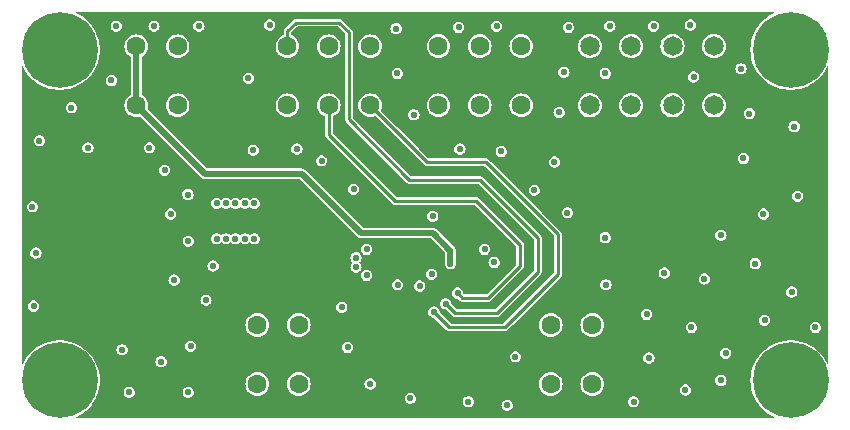
<source format=gbl>
%TF.GenerationSoftware,KiCad,Pcbnew,8.0.2*%
%TF.CreationDate,2024-07-24T20:27:57+03:00*%
%TF.ProjectId,DRV8234 DC Motor Driver Expander,44525638-3233-4342-9044-43204d6f746f,rev?*%
%TF.SameCoordinates,PX5f5e100PY5f5e100*%
%TF.FileFunction,Copper,L4,Bot*%
%TF.FilePolarity,Positive*%
%FSLAX46Y46*%
G04 Gerber Fmt 4.6, Leading zero omitted, Abs format (unit mm)*
G04 Created by KiCad (PCBNEW 8.0.2) date 2024-07-24 20:27:57*
%MOMM*%
%LPD*%
G01*
G04 APERTURE LIST*
%TA.AperFunction,ComponentPad*%
%ADD10C,1.600200*%
%TD*%
%TA.AperFunction,ComponentPad*%
%ADD11C,1.650000*%
%TD*%
%TA.AperFunction,ComponentPad*%
%ADD12C,0.800000*%
%TD*%
%TA.AperFunction,ComponentPad*%
%ADD13C,6.400000*%
%TD*%
%TA.AperFunction,ViaPad*%
%ADD14C,0.550000*%
%TD*%
%TA.AperFunction,Conductor*%
%ADD15C,0.500000*%
%TD*%
%TA.AperFunction,Conductor*%
%ADD16C,0.250000*%
%TD*%
G04 APERTURE END LIST*
D10*
%TO.P,J5,1,1*%
%TO.N,OUT1*%
X45099997Y8200000D03*
%TO.P,J5,2,2*%
X45099997Y3200000D03*
%TO.P,J5,3,3*%
%TO.N,OUT2*%
X48600000Y8200000D03*
%TO.P,J5,4,4*%
X48600000Y3200000D03*
%TD*%
%TO.P,J1,1,1*%
%TO.N,GND*%
X20249998Y8200000D03*
%TO.P,J1,2,2*%
X20249998Y3200000D03*
%TO.P,J1,3,3*%
%TO.N,VM*%
X23750001Y8200000D03*
%TO.P,J1,4,4*%
X23750001Y3200000D03*
%TD*%
D11*
%TO.P,J4,1,1*%
%TO.N,A1*%
X58900000Y26800000D03*
%TO.P,J4,2,2*%
X58900000Y31800000D03*
%TO.P,J4,3,3*%
%TO.N,A0*%
X55400000Y26800000D03*
%TO.P,J4,4,4*%
X55400000Y31800000D03*
%TO.P,J4,5,5*%
%TO.N,SDA*%
X51900000Y26800000D03*
%TO.P,J4,6,6*%
X51900000Y31800000D03*
%TO.P,J4,7,7*%
%TO.N,SCL*%
X48400000Y26800000D03*
%TO.P,J4,8,8*%
X48400000Y31800000D03*
%TD*%
D10*
%TO.P,J3,1,1*%
%TO.N,IPROPI*%
X42586001Y26808900D03*
%TO.P,J3,2,2*%
X42586001Y31808900D03*
%TO.P,J3,3,3*%
%TO.N,RC_OUT*%
X39086001Y26808900D03*
%TO.P,J3,4,4*%
X39086001Y31808900D03*
%TO.P,J3,5,5*%
%TO.N,NFAULT*%
X35586000Y26808900D03*
%TO.P,J3,6,6*%
X35586000Y31808900D03*
%TD*%
%TO.P,J2,1,1*%
%TO.N,NSLEEP*%
X29800000Y26807799D03*
%TO.P,J2,2,2*%
X29800000Y31807799D03*
%TO.P,J2,3,3*%
%TO.N,IN1*%
X26300000Y26807799D03*
%TO.P,J2,4,4*%
X26300000Y31807799D03*
%TO.P,J2,5,5*%
%TO.N,IN2*%
X22799999Y26807799D03*
%TO.P,J2,6,6*%
X22799999Y31807799D03*
%TD*%
%TO.P,J6,1,1*%
%TO.N,VCC_MCU*%
X17000000Y26800000D03*
%TO.P,J6,2,2*%
X17000000Y31800000D03*
%TO.P,J6,3,3*%
%TO.N,GND*%
X13500000Y26800000D03*
%TO.P,J6,4,4*%
X13500000Y31800000D03*
%TO.P,J6,5,5*%
%TO.N,+3V3*%
X9999999Y26800000D03*
%TO.P,J6,6,6*%
X9999999Y31800000D03*
%TD*%
D12*
%TO.P,H2,1*%
%TO.N,N/C*%
X63000000Y31500000D03*
X63702944Y33197056D03*
X63702944Y29802944D03*
X65400000Y33900000D03*
D13*
X65400000Y31500000D03*
D12*
X65400000Y29100000D03*
X67097056Y33197056D03*
X67097056Y29802944D03*
X67800000Y31500000D03*
%TD*%
%TO.P,H3,1*%
%TO.N,N/C*%
X1100000Y3500000D03*
X1802944Y5197056D03*
X1802944Y1802944D03*
X3500000Y5900000D03*
D13*
X3500000Y3500000D03*
D12*
X3500000Y1100000D03*
X5197056Y5197056D03*
X5197056Y1802944D03*
X5900000Y3500000D03*
%TD*%
%TO.P,H1,1*%
%TO.N,N/C*%
X5900000Y31500000D03*
X5197056Y29802944D03*
X5197056Y33197056D03*
X3500000Y29100000D03*
D13*
X3500000Y31500000D03*
D12*
X3500000Y33900000D03*
X1802944Y29802944D03*
X1802944Y33197056D03*
X1100000Y31500000D03*
%TD*%
%TO.P,H4,1*%
%TO.N,N/C*%
X67800000Y3500000D03*
X67097056Y1802944D03*
X67097056Y5197056D03*
X65400000Y1100000D03*
D13*
X65400000Y3500000D03*
D12*
X65400000Y5900000D03*
X63702944Y1802944D03*
X63702944Y5197056D03*
X63000000Y3500000D03*
%TD*%
D14*
%TO.N,VCC_MCU*%
X32000000Y20000000D03*
X60000000Y19600000D03*
X51200000Y17100000D03*
X47400000Y18800000D03*
X57200000Y22300000D03*
X50000000Y23000000D03*
X32100000Y17400000D03*
X53800000Y24500000D03*
X37400000Y25300000D03*
X40900000Y25300000D03*
X33500000Y31100000D03*
X19900000Y25000000D03*
X19900000Y32300000D03*
X17000000Y29300000D03*
X2100000Y26600000D03*
X13000000Y8900000D03*
X17900000Y5400000D03*
X21961802Y14305583D03*
X27400000Y2300000D03*
X55400000Y4700000D03*
X60200000Y9300000D03*
X64500000Y26500000D03*
X64226699Y22114594D03*
X65400000Y15700000D03*
X57000000Y15000000D03*
X53800000Y16100000D03*
%TO.N,GND*%
X67500000Y8000000D03*
X57000000Y8000000D03*
X62400000Y13400000D03*
X54700000Y12600000D03*
X59500000Y15800000D03*
X59500000Y3500000D03*
X56500000Y2700000D03*
X52100000Y1700000D03*
X4500000Y26600000D03*
X5900000Y23200000D03*
X1300000Y9800000D03*
X1500000Y14300000D03*
X1200000Y18200000D03*
X1800000Y23800000D03*
X14372395Y19244029D03*
X12900000Y17600000D03*
X14400000Y15300000D03*
X16500000Y13200000D03*
X13200000Y12000000D03*
X15900000Y10300000D03*
X8800000Y6100000D03*
X12100000Y5100000D03*
X14600000Y6400000D03*
X14400000Y2500000D03*
X9400000Y2500000D03*
X35100000Y17400000D03*
X42100000Y5500000D03*
X41400000Y1400000D03*
X38100000Y1700000D03*
X33200000Y2000000D03*
X29800000Y3200000D03*
X27900000Y6300000D03*
X27400000Y9700000D03*
X12400000Y21300000D03*
X11100000Y23200000D03*
X7900000Y28900000D03*
X8300000Y33500000D03*
X11500000Y33500000D03*
X15300000Y33500000D03*
X37300000Y33400000D03*
X40500000Y33500000D03*
X45400000Y22000000D03*
X45800000Y26200000D03*
X57200000Y29200000D03*
X49700000Y29500000D03*
X46200000Y29600000D03*
X46600000Y33400000D03*
X50100000Y33500000D03*
X53800000Y33500000D03*
X56900000Y33600000D03*
X61200000Y29900000D03*
X61900000Y26100000D03*
X65700000Y25000000D03*
X66000000Y19100000D03*
X61400000Y22300000D03*
X63200000Y8600000D03*
X63100000Y17600000D03*
X65500000Y11000000D03*
X59900000Y5800000D03*
X58100000Y12100000D03*
X53400000Y5400000D03*
X53200000Y9100000D03*
X49762796Y11610135D03*
X49700000Y15600000D03*
X46500000Y17700000D03*
X40900000Y22900000D03*
X37400000Y23100000D03*
X33500000Y26000000D03*
X32100000Y29500000D03*
X32000000Y33300000D03*
X21300000Y33600000D03*
X19500000Y29100000D03*
X19900000Y23000000D03*
X23600000Y23100000D03*
X25700000Y22100000D03*
X28400000Y19700000D03*
%TO.N,+3V3*%
X36600000Y14500000D03*
X36600000Y13400000D03*
%TO.N,GND*%
X43700000Y19600000D03*
X40300000Y13500000D03*
X39500000Y14600000D03*
X20000000Y15500000D03*
X17600000Y15500000D03*
X16800000Y15500000D03*
X19200000Y15500000D03*
X18400000Y15500000D03*
X16800000Y18500000D03*
X17600000Y18500000D03*
X20000000Y18500000D03*
X19200000Y18500000D03*
X18400000Y18500000D03*
X34000000Y11500000D03*
X35000000Y12500000D03*
X29500000Y14600000D03*
X29500000Y12400000D03*
X28600000Y13100000D03*
X28600000Y13900000D03*
X32118916Y11602801D03*
%TO.N,NSLEEP*%
X35200000Y9300000D03*
%TO.N,IN2*%
X36200000Y10000000D03*
%TO.N,IN1*%
X37200000Y10900000D03*
%TD*%
D15*
%TO.N,+3V3*%
X9999999Y31800000D02*
X9999999Y26800000D01*
X24000000Y21000000D02*
X15799999Y21000000D01*
X29000000Y16000000D02*
X24000000Y21000000D01*
X35100000Y16000000D02*
X29000000Y16000000D01*
X15799999Y21000000D02*
X9999999Y26800000D01*
X36600000Y14500000D02*
X35100000Y16000000D01*
X36600000Y13400000D02*
X36600000Y14500000D01*
D16*
%TO.N,IN1*%
X26300000Y24300000D02*
X26300000Y26807799D01*
X31900000Y18700000D02*
X26300000Y24300000D01*
X38800000Y18700000D02*
X31900000Y18700000D01*
X42500000Y15000000D02*
X38800000Y18700000D01*
X42500000Y13200000D02*
X42500000Y15000000D01*
X39800000Y10500000D02*
X42500000Y13200000D01*
X37600000Y10500000D02*
X39800000Y10500000D01*
X37200000Y10900000D02*
X37600000Y10500000D01*
%TO.N,IN2*%
X22799999Y32899999D02*
X22799999Y31807799D01*
X22800000Y32900000D02*
X22799999Y32899999D01*
X22800000Y33100000D02*
X22800000Y32900000D01*
X23500000Y33800000D02*
X22800000Y33100000D01*
X27200000Y33800000D02*
X23500000Y33800000D01*
X33100000Y20500000D02*
X28000000Y25600000D01*
X39100000Y20500000D02*
X33100000Y20500000D01*
X44000000Y15600000D02*
X39100000Y20500000D01*
X44000000Y12700000D02*
X44000000Y15600000D01*
X40500000Y9200000D02*
X44000000Y12700000D01*
X37000000Y9200000D02*
X40500000Y9200000D01*
X36200000Y10000000D02*
X37000000Y9200000D01*
X28000000Y25600000D02*
X28000000Y33000000D01*
X28000000Y33000000D02*
X27200000Y33800000D01*
%TO.N,NSLEEP*%
X45700000Y12500000D02*
X41200000Y8000000D01*
X41200000Y8000000D02*
X36500000Y8000000D01*
X39600000Y22000000D02*
X45700000Y15900000D01*
X34607800Y22000000D02*
X39600000Y22000000D01*
X45700000Y15900000D02*
X45700000Y12500000D01*
X33203900Y23403900D02*
X34607800Y22000000D01*
X29800000Y26807799D02*
X33203900Y23403900D01*
X36500000Y8000000D02*
X35200000Y9300000D01*
%TD*%
%TA.AperFunction,Conductor*%
%TO.N,VCC_MCU*%
G36*
X64029078Y34685148D02*
G01*
X64043430Y34650500D01*
X64029078Y34615852D01*
X64015005Y34606029D01*
X63804838Y34508796D01*
X63488882Y34318692D01*
X63195330Y34095538D01*
X63195322Y34095532D01*
X62927629Y33841959D01*
X62927619Y33841949D01*
X62688906Y33560913D01*
X62481982Y33255725D01*
X62481978Y33255717D01*
X62309257Y32929932D01*
X62309255Y32929927D01*
X62172773Y32587381D01*
X62172770Y32587372D01*
X62074122Y32232074D01*
X62014471Y31868214D01*
X62014468Y31868192D01*
X61994506Y31500002D01*
X61994506Y31499999D01*
X62014468Y31131809D01*
X62014471Y31131787D01*
X62074122Y30767927D01*
X62172770Y30412629D01*
X62172773Y30412620D01*
X62309255Y30070074D01*
X62309257Y30070069D01*
X62481978Y29744284D01*
X62481982Y29744276D01*
X62688906Y29439088D01*
X62927619Y29158052D01*
X62927629Y29158042D01*
X63195322Y28904469D01*
X63195326Y28904465D01*
X63488882Y28681309D01*
X63557070Y28640282D01*
X63804838Y28491205D01*
X63929845Y28433371D01*
X64139491Y28336377D01*
X64139497Y28336375D01*
X64488934Y28218636D01*
X64677087Y28177221D01*
X64849042Y28139370D01*
X64849043Y28139370D01*
X64849052Y28139368D01*
X65215630Y28099500D01*
X65215635Y28099500D01*
X65584365Y28099500D01*
X65584370Y28099500D01*
X65950948Y28139368D01*
X66311066Y28218636D01*
X66660503Y28336375D01*
X66660505Y28336377D01*
X66660508Y28336377D01*
X66745147Y28375536D01*
X66995162Y28491205D01*
X67311119Y28681310D01*
X67604670Y28904462D01*
X67872373Y29158044D01*
X67876602Y29163022D01*
X67938029Y29235340D01*
X68111090Y29439083D01*
X68311958Y29735340D01*
X68318017Y29744276D01*
X68318018Y29744279D01*
X68318022Y29744284D01*
X68490743Y30070070D01*
X68504980Y30105802D01*
X68531137Y30132677D01*
X68568637Y30133185D01*
X68595512Y30107028D01*
X68599500Y30087665D01*
X68599500Y4912336D01*
X68585148Y4877688D01*
X68550500Y4863336D01*
X68515852Y4877688D01*
X68504980Y4894199D01*
X68490744Y4929927D01*
X68490742Y4929932D01*
X68440605Y5024500D01*
X68318022Y5255716D01*
X68318020Y5255719D01*
X68318017Y5255725D01*
X68111093Y5560913D01*
X67872380Y5841949D01*
X67872370Y5841959D01*
X67604677Y6095532D01*
X67604673Y6095536D01*
X67311117Y6318692D01*
X66995160Y6508796D01*
X66660508Y6663624D01*
X66311064Y6781365D01*
X65950957Y6860631D01*
X65950948Y6860632D01*
X65584370Y6900500D01*
X65215630Y6900500D01*
X64910471Y6867312D01*
X64849042Y6860631D01*
X64488936Y6781365D01*
X64488933Y6781365D01*
X64139491Y6663624D01*
X63804839Y6508796D01*
X63488882Y6318692D01*
X63195326Y6095536D01*
X63195322Y6095532D01*
X62927629Y5841959D01*
X62927619Y5841949D01*
X62688906Y5560913D01*
X62481982Y5255725D01*
X62481978Y5255717D01*
X62309257Y4929932D01*
X62309255Y4929927D01*
X62172773Y4587381D01*
X62172770Y4587372D01*
X62074122Y4232074D01*
X62014471Y3868214D01*
X62014468Y3868192D01*
X61994506Y3500002D01*
X61994506Y3499999D01*
X62014468Y3131809D01*
X62014471Y3131787D01*
X62074122Y2767927D01*
X62172770Y2412629D01*
X62172773Y2412620D01*
X62309255Y2070074D01*
X62309257Y2070069D01*
X62481978Y1744284D01*
X62481982Y1744276D01*
X62688906Y1439088D01*
X62927619Y1158052D01*
X62927629Y1158042D01*
X63195322Y904469D01*
X63195326Y904465D01*
X63488882Y681309D01*
X63804838Y491205D01*
X64015005Y393971D01*
X64040424Y366397D01*
X64038901Y328925D01*
X64011327Y303506D01*
X63994430Y300500D01*
X4905570Y300500D01*
X4870922Y314852D01*
X4856570Y349500D01*
X4870922Y384148D01*
X4884995Y393971D01*
X4954554Y426153D01*
X5095162Y491205D01*
X5411119Y681310D01*
X5704670Y904462D01*
X5972373Y1158044D01*
X6211090Y1439083D01*
X6360685Y1659718D01*
X6418017Y1744276D01*
X6418018Y1744279D01*
X6418022Y1744284D01*
X6553596Y2000003D01*
X32719610Y2000003D01*
X32719610Y1999998D01*
X32739067Y1864661D01*
X32795870Y1740282D01*
X32830771Y1700003D01*
X32885411Y1636945D01*
X33000439Y1563022D01*
X33073438Y1541588D01*
X33131628Y1524501D01*
X33131631Y1524501D01*
X33131633Y1524500D01*
X33131634Y1524500D01*
X33268366Y1524500D01*
X33268367Y1524500D01*
X33268369Y1524501D01*
X33268371Y1524501D01*
X33290062Y1530871D01*
X33399561Y1563022D01*
X33514589Y1636945D01*
X33569228Y1700003D01*
X37619610Y1700003D01*
X37619610Y1699998D01*
X37639067Y1564661D01*
X37695870Y1440282D01*
X37730771Y1400003D01*
X37785411Y1336945D01*
X37900439Y1263022D01*
X37973438Y1241588D01*
X38031628Y1224501D01*
X38031631Y1224501D01*
X38031633Y1224500D01*
X38031634Y1224500D01*
X38168366Y1224500D01*
X38168367Y1224500D01*
X38168369Y1224501D01*
X38168371Y1224501D01*
X38190062Y1230871D01*
X38299561Y1263022D01*
X38414589Y1336945D01*
X38469228Y1400003D01*
X40919610Y1400003D01*
X40919610Y1399998D01*
X40939067Y1264661D01*
X40987755Y1158052D01*
X40995870Y1140282D01*
X41085411Y1036945D01*
X41200439Y963022D01*
X41273438Y941588D01*
X41331628Y924501D01*
X41331631Y924501D01*
X41331633Y924500D01*
X41331634Y924500D01*
X41468366Y924500D01*
X41468367Y924500D01*
X41468369Y924501D01*
X41468371Y924501D01*
X41490062Y930871D01*
X41599561Y963022D01*
X41714589Y1036945D01*
X41804130Y1140282D01*
X41860931Y1264658D01*
X41860931Y1264660D01*
X41860932Y1264661D01*
X41880390Y1399998D01*
X41880390Y1400003D01*
X41860932Y1535340D01*
X41814529Y1636947D01*
X41804130Y1659718D01*
X41769223Y1700003D01*
X51619610Y1700003D01*
X51619610Y1699998D01*
X51639067Y1564661D01*
X51695870Y1440282D01*
X51730771Y1400003D01*
X51785411Y1336945D01*
X51900439Y1263022D01*
X51973438Y1241588D01*
X52031628Y1224501D01*
X52031631Y1224501D01*
X52031633Y1224500D01*
X52031634Y1224500D01*
X52168366Y1224500D01*
X52168367Y1224500D01*
X52168369Y1224501D01*
X52168371Y1224501D01*
X52190062Y1230871D01*
X52299561Y1263022D01*
X52414589Y1336945D01*
X52504130Y1440282D01*
X52560931Y1564658D01*
X52560931Y1564660D01*
X52560932Y1564661D01*
X52580390Y1699998D01*
X52580390Y1700003D01*
X52560932Y1835340D01*
X52542591Y1875500D01*
X52504130Y1959718D01*
X52414589Y2063055D01*
X52299561Y2136978D01*
X52299558Y2136979D01*
X52168371Y2175500D01*
X52168367Y2175500D01*
X52031633Y2175500D01*
X52031628Y2175500D01*
X51900441Y2136979D01*
X51900439Y2136979D01*
X51900439Y2136978D01*
X51877620Y2122313D01*
X51785409Y2063054D01*
X51695870Y1959719D01*
X51639067Y1835340D01*
X51619610Y1700003D01*
X41769223Y1700003D01*
X41714589Y1763055D01*
X41599561Y1836978D01*
X41599558Y1836979D01*
X41468371Y1875500D01*
X41468367Y1875500D01*
X41331633Y1875500D01*
X41331628Y1875500D01*
X41200441Y1836979D01*
X41200439Y1836979D01*
X41200439Y1836978D01*
X41142925Y1800017D01*
X41085409Y1763054D01*
X40995870Y1659719D01*
X40939067Y1535340D01*
X40919610Y1400003D01*
X38469228Y1400003D01*
X38504130Y1440282D01*
X38560931Y1564658D01*
X38560931Y1564660D01*
X38560932Y1564661D01*
X38580390Y1699998D01*
X38580390Y1700003D01*
X38560932Y1835340D01*
X38542591Y1875500D01*
X38504130Y1959718D01*
X38414589Y2063055D01*
X38299561Y2136978D01*
X38299558Y2136979D01*
X38168371Y2175500D01*
X38168367Y2175500D01*
X38031633Y2175500D01*
X38031628Y2175500D01*
X37900441Y2136979D01*
X37900439Y2136979D01*
X37900439Y2136978D01*
X37877620Y2122313D01*
X37785409Y2063054D01*
X37695870Y1959719D01*
X37639067Y1835340D01*
X37619610Y1700003D01*
X33569228Y1700003D01*
X33604130Y1740282D01*
X33660931Y1864658D01*
X33660931Y1864660D01*
X33660932Y1864661D01*
X33680390Y1999998D01*
X33680390Y2000003D01*
X33660932Y2135340D01*
X33633887Y2194559D01*
X33604130Y2259718D01*
X33537213Y2336945D01*
X33514590Y2363054D01*
X33514589Y2363055D01*
X33399561Y2436978D01*
X33388309Y2440282D01*
X33268371Y2475500D01*
X33268367Y2475500D01*
X33131633Y2475500D01*
X33131628Y2475500D01*
X33000441Y2436979D01*
X32885409Y2363054D01*
X32795870Y2259719D01*
X32739067Y2135340D01*
X32719610Y2000003D01*
X6553596Y2000003D01*
X6590743Y2070070D01*
X6727227Y2412621D01*
X6751488Y2500003D01*
X8919610Y2500003D01*
X8919610Y2499998D01*
X8939067Y2364661D01*
X8995870Y2240282D01*
X9085381Y2136979D01*
X9085411Y2136945D01*
X9200439Y2063022D01*
X9273438Y2041588D01*
X9331628Y2024501D01*
X9331631Y2024501D01*
X9331633Y2024500D01*
X9331634Y2024500D01*
X9468366Y2024500D01*
X9468367Y2024500D01*
X9468369Y2024501D01*
X9468371Y2024501D01*
X9490062Y2030871D01*
X9599561Y2063022D01*
X9714589Y2136945D01*
X9804130Y2240282D01*
X9860931Y2364658D01*
X9860931Y2364660D01*
X9860932Y2364661D01*
X9880390Y2499998D01*
X9880390Y2500003D01*
X13919610Y2500003D01*
X13919610Y2499998D01*
X13939067Y2364661D01*
X13995870Y2240282D01*
X14085381Y2136979D01*
X14085411Y2136945D01*
X14200439Y2063022D01*
X14273438Y2041588D01*
X14331628Y2024501D01*
X14331631Y2024501D01*
X14331633Y2024500D01*
X14331634Y2024500D01*
X14468366Y2024500D01*
X14468367Y2024500D01*
X14468369Y2024501D01*
X14468371Y2024501D01*
X14490062Y2030871D01*
X14599561Y2063022D01*
X14714589Y2136945D01*
X14804130Y2240282D01*
X14860931Y2364658D01*
X14860931Y2364660D01*
X14860932Y2364661D01*
X14880390Y2499998D01*
X14880390Y2500003D01*
X14860932Y2635340D01*
X14831401Y2700003D01*
X14804130Y2759718D01*
X14737213Y2836945D01*
X14714590Y2863054D01*
X14714589Y2863055D01*
X14599561Y2936978D01*
X14588309Y2940282D01*
X14468371Y2975500D01*
X14468367Y2975500D01*
X14331633Y2975500D01*
X14331628Y2975500D01*
X14200441Y2936979D01*
X14085409Y2863054D01*
X13995870Y2759719D01*
X13939067Y2635340D01*
X13919610Y2500003D01*
X9880390Y2500003D01*
X9860932Y2635340D01*
X9831401Y2700003D01*
X9804130Y2759718D01*
X9737213Y2836945D01*
X9714590Y2863054D01*
X9714589Y2863055D01*
X9599561Y2936978D01*
X9588309Y2940282D01*
X9468371Y2975500D01*
X9468367Y2975500D01*
X9331633Y2975500D01*
X9331628Y2975500D01*
X9200441Y2936979D01*
X9085409Y2863054D01*
X8995870Y2759719D01*
X8939067Y2635340D01*
X8919610Y2500003D01*
X6751488Y2500003D01*
X6825875Y2767919D01*
X6825875Y2767921D01*
X6825877Y2767927D01*
X6857319Y2959719D01*
X6885531Y3131801D01*
X6889229Y3200001D01*
X19244557Y3200001D01*
X19244557Y3200000D01*
X19263876Y3003848D01*
X19263876Y3003847D01*
X19321092Y2815233D01*
X19414003Y2641408D01*
X19414008Y2641401D01*
X19476988Y2564661D01*
X19539044Y2489046D01*
X19598463Y2440282D01*
X19691398Y2364011D01*
X19691405Y2364006D01*
X19865232Y2271094D01*
X20053846Y2213878D01*
X20249998Y2194559D01*
X20446150Y2213878D01*
X20634764Y2271094D01*
X20808591Y2364006D01*
X20960952Y2489046D01*
X21085992Y2641407D01*
X21178904Y2815234D01*
X21236120Y3003848D01*
X21255439Y3200000D01*
X21255439Y3200001D01*
X22744560Y3200001D01*
X22744560Y3200000D01*
X22763879Y3003848D01*
X22763879Y3003847D01*
X22821095Y2815233D01*
X22914006Y2641408D01*
X22914011Y2641401D01*
X22976991Y2564661D01*
X23039047Y2489046D01*
X23098466Y2440282D01*
X23191401Y2364011D01*
X23191408Y2364006D01*
X23365235Y2271094D01*
X23553849Y2213878D01*
X23750001Y2194559D01*
X23946153Y2213878D01*
X24134767Y2271094D01*
X24308594Y2364006D01*
X24460955Y2489046D01*
X24585995Y2641407D01*
X24678907Y2815234D01*
X24736123Y3003848D01*
X24755442Y3200000D01*
X24755442Y3200003D01*
X29319610Y3200003D01*
X29319610Y3199998D01*
X29339067Y3064661D01*
X29395870Y2940282D01*
X29462787Y2863054D01*
X29485411Y2836945D01*
X29600439Y2763022D01*
X29673438Y2741588D01*
X29731628Y2724501D01*
X29731631Y2724501D01*
X29731633Y2724500D01*
X29731634Y2724500D01*
X29868366Y2724500D01*
X29868367Y2724500D01*
X29868369Y2724501D01*
X29868371Y2724501D01*
X29890062Y2730871D01*
X29999561Y2763022D01*
X30114589Y2836945D01*
X30204130Y2940282D01*
X30260931Y3064658D01*
X30260931Y3064660D01*
X30260932Y3064661D01*
X30280390Y3199998D01*
X30280390Y3200001D01*
X44094556Y3200001D01*
X44094556Y3200000D01*
X44113875Y3003848D01*
X44113875Y3003847D01*
X44171091Y2815233D01*
X44264002Y2641408D01*
X44264007Y2641401D01*
X44326987Y2564661D01*
X44389043Y2489046D01*
X44448462Y2440282D01*
X44541397Y2364011D01*
X44541404Y2364006D01*
X44715231Y2271094D01*
X44903845Y2213878D01*
X45099997Y2194559D01*
X45296149Y2213878D01*
X45484763Y2271094D01*
X45658590Y2364006D01*
X45810951Y2489046D01*
X45935991Y2641407D01*
X46028903Y2815234D01*
X46086119Y3003848D01*
X46105438Y3200000D01*
X46105438Y3200001D01*
X47594559Y3200001D01*
X47594559Y3200000D01*
X47613878Y3003848D01*
X47613878Y3003847D01*
X47671094Y2815233D01*
X47764005Y2641408D01*
X47764010Y2641401D01*
X47826990Y2564661D01*
X47889046Y2489046D01*
X47948465Y2440282D01*
X48041400Y2364011D01*
X48041407Y2364006D01*
X48215234Y2271094D01*
X48403848Y2213878D01*
X48600000Y2194559D01*
X48796152Y2213878D01*
X48984766Y2271094D01*
X49158593Y2364006D01*
X49310954Y2489046D01*
X49435994Y2641407D01*
X49467314Y2700003D01*
X56019610Y2700003D01*
X56019610Y2699998D01*
X56039067Y2564661D01*
X56095870Y2440282D01*
X56180136Y2343032D01*
X56185411Y2336945D01*
X56300439Y2263022D01*
X56373438Y2241588D01*
X56431628Y2224501D01*
X56431631Y2224501D01*
X56431633Y2224500D01*
X56431634Y2224500D01*
X56568366Y2224500D01*
X56568367Y2224500D01*
X56568369Y2224501D01*
X56568371Y2224501D01*
X56590062Y2230871D01*
X56699561Y2263022D01*
X56814589Y2336945D01*
X56904130Y2440282D01*
X56960931Y2564658D01*
X56960931Y2564660D01*
X56960932Y2564661D01*
X56980390Y2699998D01*
X56980390Y2700003D01*
X56960932Y2835340D01*
X56914515Y2936978D01*
X56904130Y2959718D01*
X56814589Y3063055D01*
X56699561Y3136978D01*
X56699558Y3136979D01*
X56568371Y3175500D01*
X56568367Y3175500D01*
X56431633Y3175500D01*
X56431628Y3175500D01*
X56300441Y3136979D01*
X56300439Y3136979D01*
X56300439Y3136978D01*
X56292362Y3131787D01*
X56185409Y3063054D01*
X56095870Y2959719D01*
X56039067Y2835340D01*
X56019610Y2700003D01*
X49467314Y2700003D01*
X49528906Y2815234D01*
X49586122Y3003848D01*
X49605441Y3200000D01*
X49586122Y3396152D01*
X49554619Y3500003D01*
X59019610Y3500003D01*
X59019610Y3499998D01*
X59039067Y3364661D01*
X59095870Y3240282D01*
X59185381Y3136979D01*
X59185411Y3136945D01*
X59300439Y3063022D01*
X59373438Y3041588D01*
X59431628Y3024501D01*
X59431631Y3024501D01*
X59431633Y3024500D01*
X59431634Y3024500D01*
X59568366Y3024500D01*
X59568367Y3024500D01*
X59568369Y3024501D01*
X59568371Y3024501D01*
X59590062Y3030871D01*
X59699561Y3063022D01*
X59814589Y3136945D01*
X59904130Y3240282D01*
X59960931Y3364658D01*
X59960931Y3364660D01*
X59960932Y3364661D01*
X59980390Y3499998D01*
X59980390Y3500003D01*
X59960932Y3635340D01*
X59942591Y3675500D01*
X59904130Y3759718D01*
X59814589Y3863055D01*
X59699561Y3936978D01*
X59699558Y3936979D01*
X59568371Y3975500D01*
X59568367Y3975500D01*
X59431633Y3975500D01*
X59431628Y3975500D01*
X59300441Y3936979D01*
X59185409Y3863054D01*
X59095870Y3759719D01*
X59039067Y3635340D01*
X59019610Y3500003D01*
X49554619Y3500003D01*
X49528906Y3584766D01*
X49435994Y3758593D01*
X49435989Y3758600D01*
X49382616Y3823634D01*
X49310954Y3910954D01*
X49232305Y3975500D01*
X49158599Y4035990D01*
X49158592Y4035995D01*
X48984767Y4128906D01*
X48796152Y4186122D01*
X48600000Y4205441D01*
X48403847Y4186122D01*
X48403846Y4186122D01*
X48215232Y4128906D01*
X48041407Y4035995D01*
X48041400Y4035990D01*
X47889046Y3910954D01*
X47764010Y3758600D01*
X47764005Y3758593D01*
X47671094Y3584768D01*
X47613878Y3396154D01*
X47613878Y3396153D01*
X47594559Y3200001D01*
X46105438Y3200001D01*
X46086119Y3396152D01*
X46028903Y3584766D01*
X45935991Y3758593D01*
X45935986Y3758600D01*
X45882613Y3823634D01*
X45810951Y3910954D01*
X45732302Y3975500D01*
X45658596Y4035990D01*
X45658589Y4035995D01*
X45484764Y4128906D01*
X45296149Y4186122D01*
X45099997Y4205441D01*
X44903844Y4186122D01*
X44903843Y4186122D01*
X44715229Y4128906D01*
X44541404Y4035995D01*
X44541397Y4035990D01*
X44389043Y3910954D01*
X44264007Y3758600D01*
X44264002Y3758593D01*
X44171091Y3584768D01*
X44113875Y3396154D01*
X44113875Y3396153D01*
X44094556Y3200001D01*
X30280390Y3200001D01*
X30280390Y3200003D01*
X30260932Y3335340D01*
X30233159Y3396154D01*
X30204130Y3459718D01*
X30114589Y3563055D01*
X29999561Y3636978D01*
X29999558Y3636979D01*
X29868371Y3675500D01*
X29868367Y3675500D01*
X29731633Y3675500D01*
X29731628Y3675500D01*
X29600441Y3636979D01*
X29600439Y3636979D01*
X29600439Y3636978D01*
X29542925Y3600017D01*
X29485409Y3563054D01*
X29395870Y3459719D01*
X29339067Y3335340D01*
X29319610Y3200003D01*
X24755442Y3200003D01*
X24736123Y3396152D01*
X24678907Y3584766D01*
X24585995Y3758593D01*
X24585990Y3758600D01*
X24532617Y3823634D01*
X24460955Y3910954D01*
X24382306Y3975500D01*
X24308600Y4035990D01*
X24308593Y4035995D01*
X24134768Y4128906D01*
X23946153Y4186122D01*
X23750001Y4205441D01*
X23553848Y4186122D01*
X23553847Y4186122D01*
X23365233Y4128906D01*
X23191408Y4035995D01*
X23191401Y4035990D01*
X23039047Y3910954D01*
X22914011Y3758600D01*
X22914006Y3758593D01*
X22821095Y3584768D01*
X22763879Y3396154D01*
X22763879Y3396153D01*
X22744560Y3200001D01*
X21255439Y3200001D01*
X21236120Y3396152D01*
X21178904Y3584766D01*
X21085992Y3758593D01*
X21085987Y3758600D01*
X21032614Y3823634D01*
X20960952Y3910954D01*
X20882303Y3975500D01*
X20808597Y4035990D01*
X20808590Y4035995D01*
X20634765Y4128906D01*
X20446150Y4186122D01*
X20249998Y4205441D01*
X20053845Y4186122D01*
X20053844Y4186122D01*
X19865230Y4128906D01*
X19691405Y4035995D01*
X19691398Y4035990D01*
X19539044Y3910954D01*
X19414008Y3758600D01*
X19414003Y3758593D01*
X19321092Y3584768D01*
X19263876Y3396154D01*
X19263876Y3396153D01*
X19244557Y3200001D01*
X6889229Y3200001D01*
X6905494Y3500000D01*
X6885531Y3868199D01*
X6833410Y4186122D01*
X6825877Y4232074D01*
X6727229Y4587372D01*
X6727226Y4587381D01*
X6590744Y4929927D01*
X6590742Y4929932D01*
X6540605Y5024500D01*
X6500576Y5100003D01*
X11619610Y5100003D01*
X11619610Y5099998D01*
X11639067Y4964661D01*
X11695870Y4840282D01*
X11785411Y4736945D01*
X11900439Y4663022D01*
X11973438Y4641588D01*
X12031628Y4624501D01*
X12031631Y4624501D01*
X12031633Y4624500D01*
X12031634Y4624500D01*
X12168366Y4624500D01*
X12168367Y4624500D01*
X12168369Y4624501D01*
X12168371Y4624501D01*
X12190062Y4630871D01*
X12299561Y4663022D01*
X12414589Y4736945D01*
X12504130Y4840282D01*
X12560931Y4964658D01*
X12560931Y4964660D01*
X12560932Y4964661D01*
X12580390Y5099998D01*
X12580390Y5100003D01*
X12560932Y5235340D01*
X12547541Y5264661D01*
X12504130Y5359718D01*
X12437213Y5436945D01*
X12414590Y5463054D01*
X12414589Y5463055D01*
X12357096Y5500003D01*
X41619610Y5500003D01*
X41619610Y5499998D01*
X41639067Y5364661D01*
X41695870Y5240282D01*
X41782519Y5140282D01*
X41785411Y5136945D01*
X41900439Y5063022D01*
X41973438Y5041588D01*
X42031628Y5024501D01*
X42031631Y5024501D01*
X42031633Y5024500D01*
X42031634Y5024500D01*
X42168366Y5024500D01*
X42168367Y5024500D01*
X42168369Y5024501D01*
X42168371Y5024501D01*
X42190062Y5030871D01*
X42299561Y5063022D01*
X42414589Y5136945D01*
X42504130Y5240282D01*
X42560931Y5364658D01*
X42560931Y5364660D01*
X42560932Y5364661D01*
X42566013Y5400003D01*
X52919610Y5400003D01*
X52919610Y5399998D01*
X52939067Y5264661D01*
X52995870Y5140282D01*
X53030771Y5100003D01*
X53085411Y5036945D01*
X53200439Y4963022D01*
X53273438Y4941588D01*
X53331628Y4924501D01*
X53331631Y4924501D01*
X53331633Y4924500D01*
X53331634Y4924500D01*
X53468366Y4924500D01*
X53468367Y4924500D01*
X53468369Y4924501D01*
X53468371Y4924501D01*
X53490062Y4930871D01*
X53599561Y4963022D01*
X53714589Y5036945D01*
X53804130Y5140282D01*
X53860931Y5264658D01*
X53860931Y5264660D01*
X53860932Y5264661D01*
X53880390Y5399998D01*
X53880390Y5400003D01*
X53860932Y5535340D01*
X53842591Y5575500D01*
X53804130Y5659718D01*
X53737213Y5736945D01*
X53714590Y5763054D01*
X53714589Y5763055D01*
X53657096Y5800003D01*
X59419610Y5800003D01*
X59419610Y5799998D01*
X59439067Y5664661D01*
X59495870Y5540282D01*
X59562787Y5463054D01*
X59585411Y5436945D01*
X59700439Y5363022D01*
X59773438Y5341588D01*
X59831628Y5324501D01*
X59831631Y5324501D01*
X59831633Y5324500D01*
X59831634Y5324500D01*
X59968366Y5324500D01*
X59968367Y5324500D01*
X59968369Y5324501D01*
X59968371Y5324501D01*
X59990062Y5330871D01*
X60099561Y5363022D01*
X60214589Y5436945D01*
X60304130Y5540282D01*
X60360931Y5664658D01*
X60360931Y5664660D01*
X60360932Y5664661D01*
X60380390Y5799998D01*
X60380390Y5800003D01*
X60360932Y5935340D01*
X60313006Y6040282D01*
X60304130Y6059718D01*
X60214589Y6163055D01*
X60099561Y6236978D01*
X60099558Y6236979D01*
X59968371Y6275500D01*
X59968367Y6275500D01*
X59831633Y6275500D01*
X59831628Y6275500D01*
X59700441Y6236979D01*
X59700439Y6236979D01*
X59700439Y6236978D01*
X59642925Y6200017D01*
X59585409Y6163054D01*
X59495870Y6059719D01*
X59439067Y5935340D01*
X59419610Y5800003D01*
X53657096Y5800003D01*
X53599561Y5836978D01*
X53588309Y5840282D01*
X53468371Y5875500D01*
X53468367Y5875500D01*
X53331633Y5875500D01*
X53331628Y5875500D01*
X53200441Y5836979D01*
X53085409Y5763054D01*
X52995870Y5659719D01*
X52939067Y5535340D01*
X52919610Y5400003D01*
X42566013Y5400003D01*
X42580390Y5499998D01*
X42580390Y5500003D01*
X42560932Y5635340D01*
X42514529Y5736947D01*
X42504130Y5759718D01*
X42414589Y5863055D01*
X42299561Y5936978D01*
X42299558Y5936979D01*
X42168371Y5975500D01*
X42168367Y5975500D01*
X42031633Y5975500D01*
X42031628Y5975500D01*
X41900441Y5936979D01*
X41900439Y5936979D01*
X41900439Y5936978D01*
X41881024Y5924501D01*
X41785409Y5863054D01*
X41695870Y5759719D01*
X41639067Y5635340D01*
X41619610Y5500003D01*
X12357096Y5500003D01*
X12299561Y5536978D01*
X12288309Y5540282D01*
X12168371Y5575500D01*
X12168367Y5575500D01*
X12031633Y5575500D01*
X12031628Y5575500D01*
X11900441Y5536979D01*
X11900439Y5536979D01*
X11900439Y5536978D01*
X11842925Y5500017D01*
X11785409Y5463054D01*
X11695870Y5359719D01*
X11639067Y5235340D01*
X11619610Y5100003D01*
X6500576Y5100003D01*
X6418022Y5255716D01*
X6418020Y5255719D01*
X6418017Y5255725D01*
X6211093Y5560913D01*
X5972380Y5841949D01*
X5972370Y5841959D01*
X5704677Y6095532D01*
X5704673Y6095536D01*
X5698797Y6100003D01*
X8319610Y6100003D01*
X8319610Y6099998D01*
X8339067Y5964661D01*
X8395870Y5840282D01*
X8462787Y5763054D01*
X8485411Y5736945D01*
X8600439Y5663022D01*
X8673438Y5641588D01*
X8731628Y5624501D01*
X8731631Y5624501D01*
X8731633Y5624500D01*
X8731634Y5624500D01*
X8868366Y5624500D01*
X8868367Y5624500D01*
X8868369Y5624501D01*
X8868371Y5624501D01*
X8890062Y5630871D01*
X8999561Y5663022D01*
X9114589Y5736945D01*
X9204130Y5840282D01*
X9260931Y5964658D01*
X9260931Y5964660D01*
X9260932Y5964661D01*
X9280390Y6099998D01*
X9280390Y6100003D01*
X9260932Y6235340D01*
X9222866Y6318692D01*
X9204130Y6359718D01*
X9169223Y6400003D01*
X14119610Y6400003D01*
X14119610Y6399998D01*
X14139067Y6264661D01*
X14195870Y6140282D01*
X14282519Y6040282D01*
X14285411Y6036945D01*
X14400439Y5963022D01*
X14473438Y5941588D01*
X14531628Y5924501D01*
X14531631Y5924501D01*
X14531633Y5924500D01*
X14531634Y5924500D01*
X14668366Y5924500D01*
X14668367Y5924500D01*
X14668369Y5924501D01*
X14668371Y5924501D01*
X14690062Y5930871D01*
X14799561Y5963022D01*
X14914589Y6036945D01*
X15004130Y6140282D01*
X15060931Y6264658D01*
X15060931Y6264660D01*
X15060932Y6264661D01*
X15066013Y6300003D01*
X27419610Y6300003D01*
X27419610Y6299998D01*
X27439067Y6164661D01*
X27495870Y6040282D01*
X27585381Y5936979D01*
X27585411Y5936945D01*
X27700439Y5863022D01*
X27772173Y5841959D01*
X27831628Y5824501D01*
X27831631Y5824501D01*
X27831633Y5824500D01*
X27831634Y5824500D01*
X27968366Y5824500D01*
X27968367Y5824500D01*
X27968369Y5824501D01*
X27968371Y5824501D01*
X28010863Y5836978D01*
X28099561Y5863022D01*
X28214589Y5936945D01*
X28304130Y6040282D01*
X28360931Y6164658D01*
X28360931Y6164660D01*
X28360932Y6164661D01*
X28380390Y6299998D01*
X28380390Y6300003D01*
X28360932Y6435340D01*
X28314515Y6536978D01*
X28304130Y6559718D01*
X28259359Y6611387D01*
X28214590Y6663054D01*
X28214589Y6663055D01*
X28099561Y6736978D01*
X28099558Y6736979D01*
X27968371Y6775500D01*
X27968367Y6775500D01*
X27831633Y6775500D01*
X27831628Y6775500D01*
X27700441Y6736979D01*
X27585409Y6663054D01*
X27495870Y6559719D01*
X27439067Y6435340D01*
X27419610Y6300003D01*
X15066013Y6300003D01*
X15080390Y6399998D01*
X15080390Y6400003D01*
X15060932Y6535340D01*
X15042591Y6575500D01*
X15004130Y6659718D01*
X14914589Y6763055D01*
X14799561Y6836978D01*
X14799558Y6836979D01*
X14668371Y6875500D01*
X14668367Y6875500D01*
X14531633Y6875500D01*
X14531628Y6875500D01*
X14400441Y6836979D01*
X14285409Y6763054D01*
X14195870Y6659719D01*
X14139067Y6535340D01*
X14119610Y6400003D01*
X9169223Y6400003D01*
X9114589Y6463055D01*
X8999561Y6536978D01*
X8999558Y6536979D01*
X8868371Y6575500D01*
X8868367Y6575500D01*
X8731633Y6575500D01*
X8731628Y6575500D01*
X8600441Y6536979D01*
X8600439Y6536979D01*
X8600439Y6536978D01*
X8556586Y6508796D01*
X8485409Y6463054D01*
X8395870Y6359719D01*
X8339067Y6235340D01*
X8319610Y6100003D01*
X5698797Y6100003D01*
X5411117Y6318692D01*
X5095160Y6508796D01*
X4760508Y6663624D01*
X4411064Y6781365D01*
X4050957Y6860631D01*
X4050948Y6860632D01*
X3684370Y6900500D01*
X3315630Y6900500D01*
X3010471Y6867312D01*
X2949042Y6860631D01*
X2588936Y6781365D01*
X2588933Y6781365D01*
X2239491Y6663624D01*
X1904839Y6508796D01*
X1588882Y6318692D01*
X1295326Y6095536D01*
X1295322Y6095532D01*
X1027629Y5841959D01*
X1027619Y5841949D01*
X788906Y5560913D01*
X581982Y5255725D01*
X581978Y5255717D01*
X409257Y4929932D01*
X409255Y4929927D01*
X395020Y4894199D01*
X368863Y4867324D01*
X331363Y4866816D01*
X304488Y4892973D01*
X300500Y4912336D01*
X300500Y8200001D01*
X19244557Y8200001D01*
X19244557Y8200000D01*
X19263876Y8003848D01*
X19263876Y8003847D01*
X19321092Y7815233D01*
X19414003Y7641408D01*
X19414008Y7641401D01*
X19478333Y7563022D01*
X19539044Y7489046D01*
X19626364Y7417384D01*
X19691398Y7364011D01*
X19691405Y7364006D01*
X19865232Y7271094D01*
X20053846Y7213878D01*
X20249998Y7194559D01*
X20446150Y7213878D01*
X20634764Y7271094D01*
X20808591Y7364006D01*
X20960952Y7489046D01*
X21085992Y7641407D01*
X21178904Y7815234D01*
X21236120Y8003848D01*
X21255439Y8200000D01*
X21255439Y8200001D01*
X22744560Y8200001D01*
X22744560Y8200000D01*
X22763879Y8003848D01*
X22763879Y8003847D01*
X22821095Y7815233D01*
X22914006Y7641408D01*
X22914011Y7641401D01*
X22978336Y7563022D01*
X23039047Y7489046D01*
X23126367Y7417384D01*
X23191401Y7364011D01*
X23191408Y7364006D01*
X23365235Y7271094D01*
X23553849Y7213878D01*
X23750001Y7194559D01*
X23946153Y7213878D01*
X24134767Y7271094D01*
X24308594Y7364006D01*
X24460955Y7489046D01*
X24585995Y7641407D01*
X24678907Y7815234D01*
X24736123Y8003848D01*
X24755442Y8200000D01*
X24736123Y8396152D01*
X24678907Y8584766D01*
X24585995Y8758593D01*
X24585990Y8758600D01*
X24503003Y8859718D01*
X24460955Y8910954D01*
X24389291Y8969767D01*
X24308600Y9035990D01*
X24308593Y9035995D01*
X24134768Y9128906D01*
X23946153Y9186122D01*
X23750001Y9205441D01*
X23553848Y9186122D01*
X23553847Y9186122D01*
X23365233Y9128906D01*
X23191408Y9035995D01*
X23191401Y9035990D01*
X23039047Y8910954D01*
X22914011Y8758600D01*
X22914006Y8758593D01*
X22821095Y8584768D01*
X22763879Y8396154D01*
X22763879Y8396153D01*
X22744560Y8200001D01*
X21255439Y8200001D01*
X21236120Y8396152D01*
X21178904Y8584766D01*
X21085992Y8758593D01*
X21085987Y8758600D01*
X21003000Y8859718D01*
X20960952Y8910954D01*
X20889288Y8969767D01*
X20808597Y9035990D01*
X20808590Y9035995D01*
X20634765Y9128906D01*
X20446150Y9186122D01*
X20249998Y9205441D01*
X20053845Y9186122D01*
X20053844Y9186122D01*
X19865230Y9128906D01*
X19691405Y9035995D01*
X19691398Y9035990D01*
X19539044Y8910954D01*
X19414008Y8758600D01*
X19414003Y8758593D01*
X19321092Y8584768D01*
X19263876Y8396154D01*
X19263876Y8396153D01*
X19244557Y8200001D01*
X300500Y8200001D01*
X300500Y9800003D01*
X819610Y9800003D01*
X819610Y9799998D01*
X839067Y9664661D01*
X895870Y9540282D01*
X982519Y9440282D01*
X985411Y9436945D01*
X1100439Y9363022D01*
X1173438Y9341588D01*
X1231628Y9324501D01*
X1231631Y9324501D01*
X1231633Y9324500D01*
X1231634Y9324500D01*
X1368366Y9324500D01*
X1368367Y9324500D01*
X1368369Y9324501D01*
X1368371Y9324501D01*
X1390062Y9330871D01*
X1499561Y9363022D01*
X1614589Y9436945D01*
X1704130Y9540282D01*
X1760931Y9664658D01*
X1760931Y9664660D01*
X1760932Y9664661D01*
X1766013Y9700003D01*
X26919610Y9700003D01*
X26919610Y9699998D01*
X26939067Y9564661D01*
X26963963Y9510148D01*
X26995870Y9440282D01*
X27085411Y9336945D01*
X27200439Y9263022D01*
X27273438Y9241588D01*
X27331628Y9224501D01*
X27331631Y9224501D01*
X27331633Y9224500D01*
X27331634Y9224500D01*
X27468366Y9224500D01*
X27468367Y9224500D01*
X27468369Y9224501D01*
X27468371Y9224501D01*
X27490062Y9230871D01*
X27599561Y9263022D01*
X27714589Y9336945D01*
X27804130Y9440282D01*
X27860931Y9564658D01*
X27860931Y9564660D01*
X27860932Y9564661D01*
X27880390Y9699998D01*
X27880390Y9700003D01*
X27860932Y9835340D01*
X27814529Y9936947D01*
X27804130Y9959718D01*
X27734322Y10040282D01*
X27714590Y10063054D01*
X27714589Y10063055D01*
X27599561Y10136978D01*
X27599558Y10136979D01*
X27468371Y10175500D01*
X27468367Y10175500D01*
X27331633Y10175500D01*
X27331628Y10175500D01*
X27200441Y10136979D01*
X27200439Y10136979D01*
X27200439Y10136978D01*
X27142925Y10100017D01*
X27085409Y10063054D01*
X26995870Y9959719D01*
X26939067Y9835340D01*
X26919610Y9700003D01*
X1766013Y9700003D01*
X1780390Y9799998D01*
X1780390Y9800003D01*
X1760932Y9935340D01*
X1713006Y10040282D01*
X1704130Y10059718D01*
X1614589Y10163055D01*
X1499561Y10236978D01*
X1490853Y10239535D01*
X1368371Y10275500D01*
X1368367Y10275500D01*
X1231633Y10275500D01*
X1231628Y10275500D01*
X1100441Y10236979D01*
X985409Y10163054D01*
X895870Y10059719D01*
X839067Y9935340D01*
X819610Y9800003D01*
X300500Y9800003D01*
X300500Y10300003D01*
X15419610Y10300003D01*
X15419610Y10299998D01*
X15439067Y10164661D01*
X15495870Y10040282D01*
X15560594Y9965585D01*
X15585411Y9936945D01*
X15700439Y9863022D01*
X15773438Y9841588D01*
X15831628Y9824501D01*
X15831631Y9824501D01*
X15831633Y9824500D01*
X15831634Y9824500D01*
X15968366Y9824500D01*
X15968367Y9824500D01*
X15968369Y9824501D01*
X15968371Y9824501D01*
X15990062Y9830871D01*
X16099561Y9863022D01*
X16214589Y9936945D01*
X16304130Y10040282D01*
X16360931Y10164658D01*
X16360931Y10164660D01*
X16360932Y10164661D01*
X16380390Y10299998D01*
X16380390Y10300003D01*
X16360932Y10435340D01*
X16342591Y10475500D01*
X16304130Y10559718D01*
X16237213Y10636945D01*
X16214590Y10663054D01*
X16214589Y10663055D01*
X16099561Y10736978D01*
X16088309Y10740282D01*
X15968371Y10775500D01*
X15968367Y10775500D01*
X15831633Y10775500D01*
X15831628Y10775500D01*
X15700441Y10736979D01*
X15585409Y10663054D01*
X15495870Y10559719D01*
X15439067Y10435340D01*
X15419610Y10300003D01*
X300500Y10300003D01*
X300500Y12000003D01*
X12719610Y12000003D01*
X12719610Y11999998D01*
X12739067Y11864661D01*
X12793498Y11745475D01*
X12795870Y11740282D01*
X12885411Y11636945D01*
X13000439Y11563022D01*
X13073438Y11541588D01*
X13131628Y11524501D01*
X13131631Y11524501D01*
X13131633Y11524500D01*
X13131634Y11524500D01*
X13268366Y11524500D01*
X13268367Y11524500D01*
X13268369Y11524501D01*
X13268371Y11524501D01*
X13290062Y11530871D01*
X13399561Y11563022D01*
X13461464Y11602804D01*
X31638526Y11602804D01*
X31638526Y11602799D01*
X31657983Y11467462D01*
X31714786Y11343083D01*
X31803862Y11240282D01*
X31804327Y11239746D01*
X31919355Y11165823D01*
X31992354Y11144389D01*
X32050544Y11127302D01*
X32050547Y11127302D01*
X32050549Y11127301D01*
X32050550Y11127301D01*
X32187282Y11127301D01*
X32187283Y11127301D01*
X32187285Y11127302D01*
X32187287Y11127302D01*
X32220134Y11136947D01*
X32318477Y11165823D01*
X32433505Y11239746D01*
X32523046Y11343083D01*
X32579847Y11467459D01*
X32579847Y11467461D01*
X32579848Y11467462D01*
X32584527Y11500003D01*
X33519610Y11500003D01*
X33519610Y11499998D01*
X33539067Y11364661D01*
X33592765Y11247080D01*
X33595870Y11240282D01*
X33685411Y11136945D01*
X33800439Y11063022D01*
X33873438Y11041588D01*
X33931628Y11024501D01*
X33931631Y11024501D01*
X33931633Y11024500D01*
X33931634Y11024500D01*
X34068366Y11024500D01*
X34068367Y11024500D01*
X34068369Y11024501D01*
X34068371Y11024501D01*
X34090062Y11030871D01*
X34199561Y11063022D01*
X34314589Y11136945D01*
X34404130Y11240282D01*
X34460931Y11364658D01*
X34460931Y11364660D01*
X34460932Y11364661D01*
X34480390Y11499998D01*
X34480390Y11500003D01*
X34460932Y11635340D01*
X34413006Y11740282D01*
X34404130Y11759718D01*
X34334322Y11840282D01*
X34314590Y11863054D01*
X34314589Y11863055D01*
X34199561Y11936978D01*
X34199558Y11936979D01*
X34068371Y11975500D01*
X34068367Y11975500D01*
X33931633Y11975500D01*
X33931628Y11975500D01*
X33800441Y11936979D01*
X33685409Y11863054D01*
X33595870Y11759719D01*
X33539067Y11635340D01*
X33519610Y11500003D01*
X32584527Y11500003D01*
X32599306Y11602799D01*
X32599306Y11602804D01*
X32579848Y11738141D01*
X32569994Y11759718D01*
X32523046Y11862519D01*
X32434543Y11964658D01*
X32433506Y11965855D01*
X32433505Y11965856D01*
X32318477Y12039779D01*
X32318474Y12039780D01*
X32187287Y12078301D01*
X32187283Y12078301D01*
X32050549Y12078301D01*
X32050544Y12078301D01*
X31919357Y12039780D01*
X31919355Y12039780D01*
X31919355Y12039779D01*
X31895582Y12024501D01*
X31804325Y11965855D01*
X31714786Y11862520D01*
X31657983Y11738141D01*
X31638526Y11602804D01*
X13461464Y11602804D01*
X13514589Y11636945D01*
X13604130Y11740282D01*
X13660931Y11864658D01*
X13660931Y11864660D01*
X13660932Y11864661D01*
X13680390Y11999998D01*
X13680390Y12000003D01*
X13660932Y12135340D01*
X13613006Y12240282D01*
X13604130Y12259718D01*
X13534322Y12340282D01*
X13514590Y12363054D01*
X13514589Y12363055D01*
X13457096Y12400003D01*
X29019610Y12400003D01*
X29019610Y12399998D01*
X29039067Y12264661D01*
X29095870Y12140282D01*
X29176599Y12047114D01*
X29185411Y12036945D01*
X29300439Y11963022D01*
X29373438Y11941588D01*
X29431628Y11924501D01*
X29431631Y11924501D01*
X29431633Y11924500D01*
X29431634Y11924500D01*
X29568366Y11924500D01*
X29568367Y11924500D01*
X29568369Y11924501D01*
X29568371Y11924501D01*
X29610863Y11936978D01*
X29699561Y11963022D01*
X29814589Y12036945D01*
X29904130Y12140282D01*
X29960931Y12264658D01*
X29960931Y12264660D01*
X29960932Y12264661D01*
X29980390Y12399998D01*
X29980390Y12400003D01*
X29966013Y12500003D01*
X34519610Y12500003D01*
X34519610Y12499998D01*
X34539067Y12364661D01*
X34595870Y12240282D01*
X34682519Y12140282D01*
X34685411Y12136945D01*
X34800439Y12063022D01*
X34873438Y12041588D01*
X34931628Y12024501D01*
X34931631Y12024501D01*
X34931633Y12024500D01*
X34931634Y12024500D01*
X35068366Y12024500D01*
X35068367Y12024500D01*
X35068369Y12024501D01*
X35068371Y12024501D01*
X35090062Y12030871D01*
X35199561Y12063022D01*
X35314589Y12136945D01*
X35404130Y12240282D01*
X35460931Y12364658D01*
X35460931Y12364660D01*
X35460932Y12364661D01*
X35480390Y12499998D01*
X35480390Y12500003D01*
X35460932Y12635340D01*
X35448290Y12663022D01*
X35404130Y12759718D01*
X35337213Y12836945D01*
X35314590Y12863054D01*
X35314589Y12863055D01*
X35199561Y12936978D01*
X35199558Y12936979D01*
X35068371Y12975500D01*
X35068367Y12975500D01*
X34931633Y12975500D01*
X34931628Y12975500D01*
X34800441Y12936979D01*
X34800439Y12936979D01*
X34800439Y12936978D01*
X34798136Y12935498D01*
X34685409Y12863054D01*
X34595870Y12759719D01*
X34539067Y12635340D01*
X34519610Y12500003D01*
X29966013Y12500003D01*
X29960932Y12535340D01*
X29931401Y12600003D01*
X29904130Y12659718D01*
X29837213Y12736945D01*
X29814590Y12763054D01*
X29814589Y12763055D01*
X29699561Y12836978D01*
X29688309Y12840282D01*
X29568371Y12875500D01*
X29568367Y12875500D01*
X29431633Y12875500D01*
X29431628Y12875500D01*
X29300441Y12836979D01*
X29300439Y12836979D01*
X29300439Y12836978D01*
X29242925Y12800017D01*
X29185409Y12763054D01*
X29095870Y12659719D01*
X29039067Y12535340D01*
X29019610Y12400003D01*
X13457096Y12400003D01*
X13399561Y12436978D01*
X13399558Y12436979D01*
X13268371Y12475500D01*
X13268367Y12475500D01*
X13131633Y12475500D01*
X13131628Y12475500D01*
X13000441Y12436979D01*
X12885409Y12363054D01*
X12795870Y12259719D01*
X12739067Y12135340D01*
X12719610Y12000003D01*
X300500Y12000003D01*
X300500Y13200003D01*
X16019610Y13200003D01*
X16019610Y13199998D01*
X16039067Y13064661D01*
X16095870Y12940282D01*
X16185381Y12836979D01*
X16185411Y12836945D01*
X16300439Y12763022D01*
X16373438Y12741588D01*
X16431628Y12724501D01*
X16431631Y12724501D01*
X16431633Y12724500D01*
X16431634Y12724500D01*
X16568366Y12724500D01*
X16568367Y12724500D01*
X16568369Y12724501D01*
X16568371Y12724501D01*
X16590062Y12730871D01*
X16699561Y12763022D01*
X16814589Y12836945D01*
X16904130Y12940282D01*
X16960931Y13064658D01*
X16960931Y13064660D01*
X16960932Y13064661D01*
X16980390Y13199998D01*
X16980390Y13200003D01*
X16960932Y13335340D01*
X16931401Y13400003D01*
X16904130Y13459718D01*
X16814589Y13563055D01*
X16699561Y13636978D01*
X16688309Y13640282D01*
X16568371Y13675500D01*
X16568367Y13675500D01*
X16431633Y13675500D01*
X16431628Y13675500D01*
X16300441Y13636979D01*
X16300439Y13636979D01*
X16300439Y13636978D01*
X16242925Y13600017D01*
X16185409Y13563054D01*
X16095870Y13459719D01*
X16039067Y13335340D01*
X16019610Y13200003D01*
X300500Y13200003D01*
X300500Y14300003D01*
X1019610Y14300003D01*
X1019610Y14299998D01*
X1039067Y14164661D01*
X1095870Y14040282D01*
X1185381Y13936979D01*
X1185411Y13936945D01*
X1300439Y13863022D01*
X1373438Y13841588D01*
X1431628Y13824501D01*
X1431631Y13824501D01*
X1431633Y13824500D01*
X1431634Y13824500D01*
X1568366Y13824500D01*
X1568367Y13824500D01*
X1568369Y13824501D01*
X1568371Y13824501D01*
X1610863Y13836978D01*
X1699561Y13863022D01*
X1757105Y13900003D01*
X28119610Y13900003D01*
X28119610Y13899998D01*
X28139067Y13764661D01*
X28195870Y13640282D01*
X28287706Y13534296D01*
X28286990Y13533676D01*
X28302097Y13503494D01*
X28290253Y13467911D01*
X28285499Y13463158D01*
X28195870Y13359719D01*
X28139067Y13235340D01*
X28119610Y13100003D01*
X28119610Y13100000D01*
X28139067Y12964661D01*
X28195870Y12840282D01*
X28262787Y12763054D01*
X28285411Y12736945D01*
X28400439Y12663022D01*
X28473438Y12641588D01*
X28531628Y12624501D01*
X28531631Y12624501D01*
X28531633Y12624500D01*
X28531634Y12624500D01*
X28668366Y12624500D01*
X28668367Y12624500D01*
X28668369Y12624501D01*
X28668371Y12624501D01*
X28690062Y12630871D01*
X28799561Y12663022D01*
X28914589Y12736945D01*
X29004130Y12840282D01*
X29060931Y12964658D01*
X29060931Y12964660D01*
X29060932Y12964661D01*
X29080390Y13100000D01*
X29080390Y13100003D01*
X29060932Y13235340D01*
X29047541Y13264661D01*
X29004130Y13359718D01*
X28969223Y13400003D01*
X28912294Y13465704D01*
X28913011Y13466326D01*
X28897902Y13496496D01*
X28909740Y13532082D01*
X28914500Y13536843D01*
X28914587Y13536945D01*
X28914589Y13536945D01*
X29004130Y13640282D01*
X29060931Y13764658D01*
X29060931Y13764660D01*
X29060932Y13764661D01*
X29080390Y13899998D01*
X29080390Y13900003D01*
X29060932Y14035340D01*
X29053120Y14052444D01*
X29004130Y14159718D01*
X28937213Y14236945D01*
X28914590Y14263054D01*
X28914589Y14263055D01*
X28799561Y14336978D01*
X28788309Y14340282D01*
X28668371Y14375500D01*
X28668367Y14375500D01*
X28531633Y14375500D01*
X28531628Y14375500D01*
X28400441Y14336979D01*
X28400439Y14336979D01*
X28400439Y14336978D01*
X28363746Y14313397D01*
X28285409Y14263054D01*
X28195870Y14159719D01*
X28139067Y14035340D01*
X28119610Y13900003D01*
X1757105Y13900003D01*
X1814589Y13936945D01*
X1904130Y14040282D01*
X1960931Y14164658D01*
X1960931Y14164660D01*
X1960932Y14164661D01*
X1980390Y14299998D01*
X1980390Y14300003D01*
X1960932Y14435340D01*
X1931401Y14500003D01*
X1904130Y14559718D01*
X1869223Y14600003D01*
X29019610Y14600003D01*
X29019610Y14599998D01*
X29039067Y14464661D01*
X29095870Y14340282D01*
X29162787Y14263054D01*
X29185411Y14236945D01*
X29300439Y14163022D01*
X29373438Y14141588D01*
X29431628Y14124501D01*
X29431631Y14124501D01*
X29431633Y14124500D01*
X29431634Y14124500D01*
X29568366Y14124500D01*
X29568367Y14124500D01*
X29568369Y14124501D01*
X29568371Y14124501D01*
X29590062Y14130871D01*
X29699561Y14163022D01*
X29814589Y14236945D01*
X29904130Y14340282D01*
X29960931Y14464658D01*
X29960931Y14464660D01*
X29960932Y14464661D01*
X29980390Y14599998D01*
X29980390Y14600003D01*
X29960932Y14735340D01*
X29942591Y14775500D01*
X29904130Y14859718D01*
X29837213Y14936945D01*
X29814590Y14963054D01*
X29814589Y14963055D01*
X29699561Y15036978D01*
X29688309Y15040282D01*
X29568371Y15075500D01*
X29568367Y15075500D01*
X29431633Y15075500D01*
X29431628Y15075500D01*
X29300441Y15036979D01*
X29185409Y14963054D01*
X29095870Y14859719D01*
X29039067Y14735340D01*
X29019610Y14600003D01*
X1869223Y14600003D01*
X1814589Y14663055D01*
X1699561Y14736978D01*
X1699558Y14736979D01*
X1568371Y14775500D01*
X1568367Y14775500D01*
X1431633Y14775500D01*
X1431628Y14775500D01*
X1300441Y14736979D01*
X1300439Y14736979D01*
X1300439Y14736978D01*
X1242925Y14700017D01*
X1185409Y14663054D01*
X1095870Y14559719D01*
X1039067Y14435340D01*
X1019610Y14300003D01*
X300500Y14300003D01*
X300500Y15300003D01*
X13919610Y15300003D01*
X13919610Y15299998D01*
X13939067Y15164661D01*
X13995870Y15040282D01*
X14083030Y14939692D01*
X14085411Y14936945D01*
X14200439Y14863022D01*
X14273438Y14841588D01*
X14331628Y14824501D01*
X14331631Y14824501D01*
X14331633Y14824500D01*
X14331634Y14824500D01*
X14468366Y14824500D01*
X14468367Y14824500D01*
X14468369Y14824501D01*
X14468371Y14824501D01*
X14490062Y14830871D01*
X14599561Y14863022D01*
X14714589Y14936945D01*
X14804130Y15040282D01*
X14860931Y15164658D01*
X14860931Y15164660D01*
X14860932Y15164661D01*
X14880390Y15299998D01*
X14880390Y15300003D01*
X14860932Y15435340D01*
X14847541Y15464661D01*
X14831401Y15500003D01*
X16319610Y15500003D01*
X16319610Y15499998D01*
X16339067Y15364661D01*
X16368598Y15299998D01*
X16395870Y15240282D01*
X16485411Y15136945D01*
X16600439Y15063022D01*
X16669118Y15042856D01*
X16731628Y15024501D01*
X16731631Y15024501D01*
X16731633Y15024500D01*
X16731634Y15024500D01*
X16868366Y15024500D01*
X16868367Y15024500D01*
X16868369Y15024501D01*
X16868371Y15024501D01*
X16910863Y15036978D01*
X16999561Y15063022D01*
X17114589Y15136945D01*
X17162968Y15192778D01*
X17196504Y15209565D01*
X17232088Y15197722D01*
X17237032Y15192778D01*
X17285411Y15136945D01*
X17400439Y15063022D01*
X17469118Y15042856D01*
X17531628Y15024501D01*
X17531631Y15024501D01*
X17531633Y15024500D01*
X17531634Y15024500D01*
X17668366Y15024500D01*
X17668367Y15024500D01*
X17668369Y15024501D01*
X17668371Y15024501D01*
X17710863Y15036978D01*
X17799561Y15063022D01*
X17914589Y15136945D01*
X17962968Y15192778D01*
X17996504Y15209565D01*
X18032088Y15197722D01*
X18037032Y15192778D01*
X18085411Y15136945D01*
X18200439Y15063022D01*
X18269118Y15042856D01*
X18331628Y15024501D01*
X18331631Y15024501D01*
X18331633Y15024500D01*
X18331634Y15024500D01*
X18468366Y15024500D01*
X18468367Y15024500D01*
X18468369Y15024501D01*
X18468371Y15024501D01*
X18510863Y15036978D01*
X18599561Y15063022D01*
X18714589Y15136945D01*
X18762968Y15192778D01*
X18796504Y15209565D01*
X18832088Y15197722D01*
X18837032Y15192778D01*
X18885411Y15136945D01*
X19000439Y15063022D01*
X19069118Y15042856D01*
X19131628Y15024501D01*
X19131631Y15024501D01*
X19131633Y15024500D01*
X19131634Y15024500D01*
X19268366Y15024500D01*
X19268367Y15024500D01*
X19268369Y15024501D01*
X19268371Y15024501D01*
X19310863Y15036978D01*
X19399561Y15063022D01*
X19514589Y15136945D01*
X19562968Y15192778D01*
X19596504Y15209565D01*
X19632088Y15197722D01*
X19637032Y15192778D01*
X19685411Y15136945D01*
X19800439Y15063022D01*
X19869118Y15042856D01*
X19931628Y15024501D01*
X19931631Y15024501D01*
X19931633Y15024500D01*
X19931634Y15024500D01*
X20068366Y15024500D01*
X20068367Y15024500D01*
X20068369Y15024501D01*
X20068371Y15024501D01*
X20110863Y15036978D01*
X20199561Y15063022D01*
X20314589Y15136945D01*
X20404130Y15240282D01*
X20460931Y15364658D01*
X20460931Y15364660D01*
X20460932Y15364661D01*
X20480390Y15499998D01*
X20480390Y15500003D01*
X20460932Y15635340D01*
X20419694Y15725638D01*
X20404130Y15759718D01*
X20319708Y15857147D01*
X20314590Y15863054D01*
X20314589Y15863055D01*
X20199561Y15936978D01*
X20199558Y15936979D01*
X20068371Y15975500D01*
X20068367Y15975500D01*
X19931633Y15975500D01*
X19931628Y15975500D01*
X19800441Y15936979D01*
X19800439Y15936979D01*
X19800439Y15936978D01*
X19742925Y15900017D01*
X19685409Y15863054D01*
X19637032Y15807223D01*
X19603496Y15790436D01*
X19567912Y15802279D01*
X19562968Y15807223D01*
X19514590Y15863054D01*
X19514589Y15863055D01*
X19399561Y15936978D01*
X19399558Y15936979D01*
X19268371Y15975500D01*
X19268367Y15975500D01*
X19131633Y15975500D01*
X19131628Y15975500D01*
X19000441Y15936979D01*
X19000439Y15936979D01*
X19000439Y15936978D01*
X18942925Y15900017D01*
X18885409Y15863054D01*
X18837032Y15807223D01*
X18803496Y15790436D01*
X18767912Y15802279D01*
X18762968Y15807223D01*
X18714590Y15863054D01*
X18714589Y15863055D01*
X18599561Y15936978D01*
X18599558Y15936979D01*
X18468371Y15975500D01*
X18468367Y15975500D01*
X18331633Y15975500D01*
X18331628Y15975500D01*
X18200441Y15936979D01*
X18200439Y15936979D01*
X18200439Y15936978D01*
X18142925Y15900017D01*
X18085409Y15863054D01*
X18037032Y15807223D01*
X18003496Y15790436D01*
X17967912Y15802279D01*
X17962968Y15807223D01*
X17914590Y15863054D01*
X17914589Y15863055D01*
X17799561Y15936978D01*
X17799558Y15936979D01*
X17668371Y15975500D01*
X17668367Y15975500D01*
X17531633Y15975500D01*
X17531628Y15975500D01*
X17400441Y15936979D01*
X17400439Y15936979D01*
X17400439Y15936978D01*
X17342925Y15900017D01*
X17285409Y15863054D01*
X17237032Y15807223D01*
X17203496Y15790436D01*
X17167912Y15802279D01*
X17162968Y15807223D01*
X17114590Y15863054D01*
X17114589Y15863055D01*
X16999561Y15936978D01*
X16999558Y15936979D01*
X16868371Y15975500D01*
X16868367Y15975500D01*
X16731633Y15975500D01*
X16731628Y15975500D01*
X16600441Y15936979D01*
X16600439Y15936979D01*
X16600439Y15936978D01*
X16542925Y15900017D01*
X16485409Y15863054D01*
X16395870Y15759719D01*
X16339067Y15635340D01*
X16319610Y15500003D01*
X14831401Y15500003D01*
X14804130Y15559718D01*
X14732091Y15642856D01*
X14714590Y15663054D01*
X14714589Y15663055D01*
X14599561Y15736978D01*
X14599558Y15736979D01*
X14468371Y15775500D01*
X14468367Y15775500D01*
X14331633Y15775500D01*
X14331628Y15775500D01*
X14200441Y15736979D01*
X14200439Y15736979D01*
X14200439Y15736978D01*
X14182792Y15725637D01*
X14085409Y15663054D01*
X13995870Y15559719D01*
X13939067Y15435340D01*
X13919610Y15300003D01*
X300500Y15300003D01*
X300500Y17600003D01*
X12419610Y17600003D01*
X12419610Y17599998D01*
X12439067Y17464661D01*
X12468598Y17399998D01*
X12495870Y17340282D01*
X12585411Y17236945D01*
X12700439Y17163022D01*
X12773438Y17141588D01*
X12831628Y17124501D01*
X12831631Y17124501D01*
X12831633Y17124500D01*
X12831634Y17124500D01*
X12968366Y17124500D01*
X12968367Y17124500D01*
X12968369Y17124501D01*
X12968371Y17124501D01*
X12990062Y17130871D01*
X13099561Y17163022D01*
X13214589Y17236945D01*
X13304130Y17340282D01*
X13360931Y17464658D01*
X13360931Y17464660D01*
X13360932Y17464661D01*
X13380390Y17599998D01*
X13380390Y17600003D01*
X13360932Y17735340D01*
X13314515Y17836978D01*
X13304130Y17859718D01*
X13234322Y17940282D01*
X13214590Y17963054D01*
X13214589Y17963055D01*
X13099561Y18036978D01*
X13099558Y18036979D01*
X12968371Y18075500D01*
X12968367Y18075500D01*
X12831633Y18075500D01*
X12831628Y18075500D01*
X12700441Y18036979D01*
X12585409Y17963054D01*
X12495870Y17859719D01*
X12439067Y17735340D01*
X12419610Y17600003D01*
X300500Y17600003D01*
X300500Y18200003D01*
X719610Y18200003D01*
X719610Y18199998D01*
X739067Y18064661D01*
X795870Y17940282D01*
X885381Y17836979D01*
X885411Y17836945D01*
X1000439Y17763022D01*
X1073438Y17741588D01*
X1131628Y17724501D01*
X1131631Y17724501D01*
X1131633Y17724500D01*
X1131634Y17724500D01*
X1268366Y17724500D01*
X1268367Y17724500D01*
X1268369Y17724501D01*
X1268371Y17724501D01*
X1290062Y17730871D01*
X1399561Y17763022D01*
X1514589Y17836945D01*
X1604130Y17940282D01*
X1660931Y18064658D01*
X1660931Y18064660D01*
X1660932Y18064661D01*
X1680390Y18199998D01*
X1680390Y18200003D01*
X1660932Y18335340D01*
X1643048Y18374500D01*
X1604130Y18459718D01*
X1569223Y18500003D01*
X16319610Y18500003D01*
X16319610Y18499998D01*
X16339067Y18364661D01*
X16395870Y18240282D01*
X16485381Y18136979D01*
X16485411Y18136945D01*
X16600439Y18063022D01*
X16673438Y18041588D01*
X16731628Y18024501D01*
X16731631Y18024501D01*
X16731633Y18024500D01*
X16731634Y18024500D01*
X16868366Y18024500D01*
X16868367Y18024500D01*
X16868369Y18024501D01*
X16868371Y18024501D01*
X16910863Y18036978D01*
X16999561Y18063022D01*
X17114589Y18136945D01*
X17162968Y18192778D01*
X17196504Y18209565D01*
X17232088Y18197722D01*
X17237032Y18192778D01*
X17285382Y18136978D01*
X17285411Y18136945D01*
X17400439Y18063022D01*
X17473438Y18041588D01*
X17531628Y18024501D01*
X17531631Y18024501D01*
X17531633Y18024500D01*
X17531634Y18024500D01*
X17668366Y18024500D01*
X17668367Y18024500D01*
X17668369Y18024501D01*
X17668371Y18024501D01*
X17710863Y18036978D01*
X17799561Y18063022D01*
X17914589Y18136945D01*
X17962968Y18192778D01*
X17996504Y18209565D01*
X18032088Y18197722D01*
X18037032Y18192778D01*
X18085382Y18136978D01*
X18085411Y18136945D01*
X18200439Y18063022D01*
X18273438Y18041588D01*
X18331628Y18024501D01*
X18331631Y18024501D01*
X18331633Y18024500D01*
X18331634Y18024500D01*
X18468366Y18024500D01*
X18468367Y18024500D01*
X18468369Y18024501D01*
X18468371Y18024501D01*
X18510863Y18036978D01*
X18599561Y18063022D01*
X18714589Y18136945D01*
X18762968Y18192778D01*
X18796504Y18209565D01*
X18832088Y18197722D01*
X18837032Y18192778D01*
X18885382Y18136978D01*
X18885411Y18136945D01*
X19000439Y18063022D01*
X19073438Y18041588D01*
X19131628Y18024501D01*
X19131631Y18024501D01*
X19131633Y18024500D01*
X19131634Y18024500D01*
X19268366Y18024500D01*
X19268367Y18024500D01*
X19268369Y18024501D01*
X19268371Y18024501D01*
X19310863Y18036978D01*
X19399561Y18063022D01*
X19514589Y18136945D01*
X19562968Y18192778D01*
X19596504Y18209565D01*
X19632088Y18197722D01*
X19637032Y18192778D01*
X19685382Y18136978D01*
X19685411Y18136945D01*
X19800439Y18063022D01*
X19873438Y18041588D01*
X19931628Y18024501D01*
X19931631Y18024501D01*
X19931633Y18024500D01*
X19931634Y18024500D01*
X20068366Y18024500D01*
X20068367Y18024500D01*
X20068369Y18024501D01*
X20068371Y18024501D01*
X20110863Y18036978D01*
X20199561Y18063022D01*
X20314589Y18136945D01*
X20404130Y18240282D01*
X20460931Y18364658D01*
X20460931Y18364660D01*
X20460932Y18364661D01*
X20480390Y18499998D01*
X20480390Y18500003D01*
X20460932Y18635340D01*
X20414529Y18736947D01*
X20404130Y18759718D01*
X20314589Y18863055D01*
X20199561Y18936978D01*
X20199558Y18936979D01*
X20068371Y18975500D01*
X20068367Y18975500D01*
X19931633Y18975500D01*
X19931628Y18975500D01*
X19800441Y18936979D01*
X19685409Y18863054D01*
X19637032Y18807223D01*
X19603496Y18790436D01*
X19567912Y18802279D01*
X19562968Y18807223D01*
X19514590Y18863054D01*
X19514589Y18863055D01*
X19399561Y18936978D01*
X19399558Y18936979D01*
X19268371Y18975500D01*
X19268367Y18975500D01*
X19131633Y18975500D01*
X19131628Y18975500D01*
X19000441Y18936979D01*
X18885409Y18863054D01*
X18837032Y18807223D01*
X18803496Y18790436D01*
X18767912Y18802279D01*
X18762968Y18807223D01*
X18714590Y18863054D01*
X18714589Y18863055D01*
X18599561Y18936978D01*
X18599558Y18936979D01*
X18468371Y18975500D01*
X18468367Y18975500D01*
X18331633Y18975500D01*
X18331628Y18975500D01*
X18200441Y18936979D01*
X18085409Y18863054D01*
X18037032Y18807223D01*
X18003496Y18790436D01*
X17967912Y18802279D01*
X17962968Y18807223D01*
X17914590Y18863054D01*
X17914589Y18863055D01*
X17799561Y18936978D01*
X17799558Y18936979D01*
X17668371Y18975500D01*
X17668367Y18975500D01*
X17531633Y18975500D01*
X17531628Y18975500D01*
X17400441Y18936979D01*
X17285409Y18863054D01*
X17237032Y18807223D01*
X17203496Y18790436D01*
X17167912Y18802279D01*
X17162968Y18807223D01*
X17114590Y18863054D01*
X17114589Y18863055D01*
X16999561Y18936978D01*
X16999558Y18936979D01*
X16868371Y18975500D01*
X16868367Y18975500D01*
X16731633Y18975500D01*
X16731628Y18975500D01*
X16600441Y18936979D01*
X16485409Y18863054D01*
X16395870Y18759719D01*
X16339067Y18635340D01*
X16319610Y18500003D01*
X1569223Y18500003D01*
X1514589Y18563055D01*
X1399561Y18636978D01*
X1399558Y18636979D01*
X1268371Y18675500D01*
X1268367Y18675500D01*
X1131633Y18675500D01*
X1131628Y18675500D01*
X1000441Y18636979D01*
X1000439Y18636979D01*
X1000439Y18636978D01*
X981024Y18624501D01*
X885409Y18563054D01*
X795870Y18459719D01*
X739067Y18335340D01*
X719610Y18200003D01*
X300500Y18200003D01*
X300500Y19244032D01*
X13892005Y19244032D01*
X13892005Y19244027D01*
X13911462Y19108690D01*
X13915431Y19100000D01*
X13968265Y18984311D01*
X14057806Y18880974D01*
X14172834Y18807051D01*
X14229420Y18790436D01*
X14304023Y18768530D01*
X14304026Y18768530D01*
X14304028Y18768529D01*
X14304029Y18768529D01*
X14440761Y18768529D01*
X14440762Y18768529D01*
X14440764Y18768530D01*
X14440766Y18768530D01*
X14462457Y18774900D01*
X14571956Y18807051D01*
X14686984Y18880974D01*
X14776525Y18984311D01*
X14833326Y19108687D01*
X14833326Y19108689D01*
X14833327Y19108690D01*
X14852785Y19244027D01*
X14852785Y19244032D01*
X14833327Y19379369D01*
X14825515Y19396473D01*
X14776525Y19503747D01*
X14686984Y19607084D01*
X14571956Y19681007D01*
X14571953Y19681008D01*
X14440766Y19719529D01*
X14440762Y19719529D01*
X14304028Y19719529D01*
X14304023Y19719529D01*
X14172836Y19681008D01*
X14057804Y19607083D01*
X13968265Y19503748D01*
X13911462Y19379369D01*
X13892005Y19244032D01*
X300500Y19244032D01*
X300500Y21300003D01*
X11919610Y21300003D01*
X11919610Y21299998D01*
X11939067Y21164661D01*
X11995870Y21040282D01*
X12085411Y20936945D01*
X12200439Y20863022D01*
X12273438Y20841588D01*
X12331628Y20824501D01*
X12331631Y20824501D01*
X12331633Y20824500D01*
X12331634Y20824500D01*
X12468366Y20824500D01*
X12468367Y20824500D01*
X12468369Y20824501D01*
X12468371Y20824501D01*
X12490062Y20830871D01*
X12599561Y20863022D01*
X12714589Y20936945D01*
X12804130Y21040282D01*
X12860931Y21164658D01*
X12860931Y21164660D01*
X12860932Y21164661D01*
X12880390Y21299998D01*
X12880390Y21300003D01*
X12860932Y21435340D01*
X12847454Y21464852D01*
X12804130Y21559718D01*
X12737213Y21636945D01*
X12714590Y21663054D01*
X12714589Y21663055D01*
X12599561Y21736978D01*
X12590853Y21739535D01*
X12468371Y21775500D01*
X12468367Y21775500D01*
X12331633Y21775500D01*
X12331628Y21775500D01*
X12200441Y21736979D01*
X12085409Y21663054D01*
X11995870Y21559719D01*
X11939067Y21435340D01*
X11919610Y21300003D01*
X300500Y21300003D01*
X300500Y23200003D01*
X5419610Y23200003D01*
X5419610Y23199998D01*
X5439067Y23064661D01*
X5495870Y22940282D01*
X5582519Y22840282D01*
X5585411Y22836945D01*
X5700439Y22763022D01*
X5773438Y22741588D01*
X5831628Y22724501D01*
X5831631Y22724501D01*
X5831633Y22724500D01*
X5831634Y22724500D01*
X5968366Y22724500D01*
X5968367Y22724500D01*
X5968369Y22724501D01*
X5968371Y22724501D01*
X5990062Y22730871D01*
X6099561Y22763022D01*
X6214589Y22836945D01*
X6304130Y22940282D01*
X6360931Y23064658D01*
X6360931Y23064660D01*
X6360932Y23064661D01*
X6380390Y23199998D01*
X6380390Y23200003D01*
X10619610Y23200003D01*
X10619610Y23199998D01*
X10639067Y23064661D01*
X10695870Y22940282D01*
X10782519Y22840282D01*
X10785411Y22836945D01*
X10900439Y22763022D01*
X10973438Y22741588D01*
X11031628Y22724501D01*
X11031631Y22724501D01*
X11031633Y22724500D01*
X11031634Y22724500D01*
X11168366Y22724500D01*
X11168367Y22724500D01*
X11168369Y22724501D01*
X11168371Y22724501D01*
X11190062Y22730871D01*
X11299561Y22763022D01*
X11414589Y22836945D01*
X11504130Y22940282D01*
X11560931Y23064658D01*
X11560931Y23064660D01*
X11560932Y23064661D01*
X11580390Y23199998D01*
X11580390Y23200003D01*
X11560932Y23335340D01*
X11514515Y23436978D01*
X11504130Y23459718D01*
X11414589Y23563055D01*
X11299561Y23636978D01*
X11299558Y23636979D01*
X11168371Y23675500D01*
X11168367Y23675500D01*
X11031633Y23675500D01*
X11031628Y23675500D01*
X10900441Y23636979D01*
X10785409Y23563054D01*
X10695870Y23459719D01*
X10639067Y23335340D01*
X10619610Y23200003D01*
X6380390Y23200003D01*
X6360932Y23335340D01*
X6314515Y23436978D01*
X6304130Y23459718D01*
X6214589Y23563055D01*
X6099561Y23636978D01*
X6099558Y23636979D01*
X5968371Y23675500D01*
X5968367Y23675500D01*
X5831633Y23675500D01*
X5831628Y23675500D01*
X5700441Y23636979D01*
X5585409Y23563054D01*
X5495870Y23459719D01*
X5439067Y23335340D01*
X5419610Y23200003D01*
X300500Y23200003D01*
X300500Y23800003D01*
X1319610Y23800003D01*
X1319610Y23799998D01*
X1339067Y23664661D01*
X1395870Y23540282D01*
X1485381Y23436979D01*
X1485411Y23436945D01*
X1600439Y23363022D01*
X1673438Y23341588D01*
X1731628Y23324501D01*
X1731631Y23324501D01*
X1731633Y23324500D01*
X1731634Y23324500D01*
X1868366Y23324500D01*
X1868367Y23324500D01*
X1868369Y23324501D01*
X1868371Y23324501D01*
X1890062Y23330871D01*
X1999561Y23363022D01*
X2114589Y23436945D01*
X2204130Y23540282D01*
X2260931Y23664658D01*
X2260931Y23664660D01*
X2260932Y23664661D01*
X2280390Y23799998D01*
X2280390Y23800003D01*
X2260932Y23935340D01*
X2253120Y23952444D01*
X2204130Y24059718D01*
X2114589Y24163055D01*
X1999561Y24236978D01*
X1999558Y24236979D01*
X1868371Y24275500D01*
X1868367Y24275500D01*
X1731633Y24275500D01*
X1731628Y24275500D01*
X1600441Y24236979D01*
X1485409Y24163054D01*
X1395870Y24059719D01*
X1339067Y23935340D01*
X1319610Y23800003D01*
X300500Y23800003D01*
X300500Y26600003D01*
X4019610Y26600003D01*
X4019610Y26599998D01*
X4039067Y26464661D01*
X4095870Y26340282D01*
X4181544Y26241407D01*
X4185411Y26236945D01*
X4300439Y26163022D01*
X4373438Y26141588D01*
X4431628Y26124501D01*
X4431631Y26124501D01*
X4431633Y26124500D01*
X4431634Y26124500D01*
X4568366Y26124500D01*
X4568367Y26124500D01*
X4568369Y26124501D01*
X4568371Y26124501D01*
X4590062Y26130871D01*
X4699561Y26163022D01*
X4814589Y26236945D01*
X4904130Y26340282D01*
X4960931Y26464658D01*
X4960931Y26464660D01*
X4960932Y26464661D01*
X4980390Y26599998D01*
X4980390Y26600003D01*
X4960932Y26735340D01*
X4931402Y26800001D01*
X4904130Y26859718D01*
X4814589Y26963055D01*
X4699561Y27036978D01*
X4699558Y27036979D01*
X4568371Y27075500D01*
X4568367Y27075500D01*
X4431633Y27075500D01*
X4431628Y27075500D01*
X4300441Y27036979D01*
X4300439Y27036979D01*
X4300439Y27036978D01*
X4249050Y27003953D01*
X4185409Y26963054D01*
X4095870Y26859719D01*
X4039067Y26735340D01*
X4019610Y26600003D01*
X300500Y26600003D01*
X300500Y30087665D01*
X314852Y30122313D01*
X349500Y30136665D01*
X384148Y30122313D01*
X395020Y30105802D01*
X409255Y30070074D01*
X409257Y30070069D01*
X581978Y29744284D01*
X581982Y29744276D01*
X788906Y29439088D01*
X1027619Y29158052D01*
X1027629Y29158042D01*
X1295322Y28904469D01*
X1295326Y28904465D01*
X1588882Y28681309D01*
X1657070Y28640282D01*
X1904838Y28491205D01*
X2029845Y28433371D01*
X2239491Y28336377D01*
X2239497Y28336375D01*
X2588934Y28218636D01*
X2777087Y28177221D01*
X2949042Y28139370D01*
X2949043Y28139370D01*
X2949052Y28139368D01*
X3315630Y28099500D01*
X3315635Y28099500D01*
X3684365Y28099500D01*
X3684370Y28099500D01*
X4050948Y28139368D01*
X4411066Y28218636D01*
X4760503Y28336375D01*
X4760505Y28336377D01*
X4760508Y28336377D01*
X4845147Y28375536D01*
X5095162Y28491205D01*
X5411119Y28681310D01*
X5698804Y28900003D01*
X7419610Y28900003D01*
X7419610Y28899998D01*
X7439067Y28764661D01*
X7477133Y28681310D01*
X7495870Y28640282D01*
X7585411Y28536945D01*
X7700439Y28463022D01*
X7773438Y28441588D01*
X7831628Y28424501D01*
X7831631Y28424501D01*
X7831633Y28424500D01*
X7831634Y28424500D01*
X7968366Y28424500D01*
X7968367Y28424500D01*
X7968369Y28424501D01*
X7968371Y28424501D01*
X7990062Y28430871D01*
X8099561Y28463022D01*
X8214589Y28536945D01*
X8304130Y28640282D01*
X8360931Y28764658D01*
X8360931Y28764660D01*
X8360932Y28764661D01*
X8380390Y28899998D01*
X8380390Y28900003D01*
X8360932Y29035340D01*
X8331401Y29100003D01*
X8304130Y29159718D01*
X8237213Y29236945D01*
X8214590Y29263054D01*
X8214589Y29263055D01*
X8099561Y29336978D01*
X8088309Y29340282D01*
X7968371Y29375500D01*
X7968367Y29375500D01*
X7831633Y29375500D01*
X7831628Y29375500D01*
X7700441Y29336979D01*
X7700439Y29336979D01*
X7700439Y29336978D01*
X7642925Y29300017D01*
X7585409Y29263054D01*
X7495870Y29159719D01*
X7439067Y29035340D01*
X7419610Y28900003D01*
X5698804Y28900003D01*
X5704670Y28904462D01*
X5972373Y29158044D01*
X5976602Y29163022D01*
X6038029Y29235340D01*
X6211090Y29439083D01*
X6411958Y29735340D01*
X6418017Y29744276D01*
X6418018Y29744279D01*
X6418022Y29744284D01*
X6590743Y30070070D01*
X6727227Y30412621D01*
X6825875Y30767919D01*
X6825875Y30767921D01*
X6825877Y30767927D01*
X6859301Y30971805D01*
X6885531Y31131801D01*
X6905494Y31500000D01*
X6889229Y31800001D01*
X8994558Y31800001D01*
X8994558Y31800000D01*
X9013877Y31603848D01*
X9013877Y31603847D01*
X9071093Y31415233D01*
X9164004Y31241408D01*
X9164009Y31241401D01*
X9253950Y31131809D01*
X9289044Y31089047D01*
X9289047Y31089044D01*
X9310604Y31071353D01*
X9441406Y30964006D01*
X9523598Y30920074D01*
X9547389Y30891086D01*
X9549499Y30876861D01*
X9549499Y27723141D01*
X9535147Y27688493D01*
X9523598Y27679927D01*
X9441402Y27635992D01*
X9441399Y27635990D01*
X9289045Y27510954D01*
X9164009Y27358600D01*
X9164004Y27358593D01*
X9071093Y27184768D01*
X9013877Y26996154D01*
X9013877Y26996153D01*
X8994558Y26800001D01*
X8994558Y26800000D01*
X9013877Y26603848D01*
X9013877Y26603847D01*
X9071093Y26415233D01*
X9164004Y26241408D01*
X9164009Y26241401D01*
X9228334Y26163022D01*
X9289045Y26089046D01*
X9376365Y26017384D01*
X9441399Y25964011D01*
X9441406Y25964006D01*
X9615233Y25871094D01*
X9803847Y25813878D01*
X9999999Y25794559D01*
X10196151Y25813878D01*
X10285334Y25840933D01*
X10322654Y25837258D01*
X10334204Y25828692D01*
X15523385Y20639510D01*
X15523388Y20639509D01*
X15523391Y20639506D01*
X15572841Y20610957D01*
X15626112Y20580201D01*
X15650325Y20573714D01*
X15695507Y20561607D01*
X15740688Y20549500D01*
X15740690Y20549500D01*
X23793101Y20549500D01*
X23827748Y20535149D01*
X28723386Y15639510D01*
X28723389Y15639509D01*
X28723392Y15639506D01*
X28763247Y15616497D01*
X28826113Y15580201D01*
X28847394Y15574499D01*
X28878493Y15566166D01*
X28940689Y15549500D01*
X28940691Y15549500D01*
X34893101Y15549500D01*
X34927749Y15535148D01*
X36135148Y14327749D01*
X36149500Y14293101D01*
X36149500Y13568842D01*
X36145072Y13548487D01*
X36139067Y13535340D01*
X36119610Y13400003D01*
X36119610Y13399998D01*
X36139067Y13264661D01*
X36195870Y13140282D01*
X36285381Y13036979D01*
X36285411Y13036945D01*
X36400439Y12963022D01*
X36473438Y12941588D01*
X36531628Y12924501D01*
X36531631Y12924501D01*
X36531633Y12924500D01*
X36531634Y12924500D01*
X36668366Y12924500D01*
X36668367Y12924500D01*
X36668369Y12924501D01*
X36668371Y12924501D01*
X36690062Y12930871D01*
X36799561Y12963022D01*
X36914589Y13036945D01*
X37004130Y13140282D01*
X37060931Y13264658D01*
X37060931Y13264660D01*
X37060932Y13264661D01*
X37080390Y13399998D01*
X37080390Y13400003D01*
X37066013Y13500003D01*
X39819610Y13500003D01*
X39819610Y13499998D01*
X39839067Y13364661D01*
X39895870Y13240282D01*
X39982519Y13140282D01*
X39985411Y13136945D01*
X40100439Y13063022D01*
X40173438Y13041588D01*
X40231628Y13024501D01*
X40231631Y13024501D01*
X40231633Y13024500D01*
X40231634Y13024500D01*
X40368366Y13024500D01*
X40368367Y13024500D01*
X40368369Y13024501D01*
X40368371Y13024501D01*
X40390062Y13030871D01*
X40499561Y13063022D01*
X40614589Y13136945D01*
X40704130Y13240282D01*
X40760931Y13364658D01*
X40760931Y13364660D01*
X40760932Y13364661D01*
X40780390Y13499998D01*
X40780390Y13500003D01*
X40760932Y13635340D01*
X40742591Y13675500D01*
X40704130Y13759718D01*
X40614589Y13863055D01*
X40499561Y13936978D01*
X40499558Y13936979D01*
X40368371Y13975500D01*
X40368367Y13975500D01*
X40231633Y13975500D01*
X40231628Y13975500D01*
X40100441Y13936979D01*
X39985409Y13863054D01*
X39895870Y13759719D01*
X39839067Y13635340D01*
X39819610Y13500003D01*
X37066013Y13500003D01*
X37060932Y13535340D01*
X37054928Y13548487D01*
X37050500Y13568842D01*
X37050500Y14331158D01*
X37054928Y14351514D01*
X37060931Y14364658D01*
X37080390Y14500000D01*
X37080390Y14500003D01*
X37066013Y14600003D01*
X39019610Y14600003D01*
X39019610Y14599998D01*
X39039067Y14464661D01*
X39095870Y14340282D01*
X39162787Y14263054D01*
X39185411Y14236945D01*
X39300439Y14163022D01*
X39373438Y14141588D01*
X39431628Y14124501D01*
X39431631Y14124501D01*
X39431633Y14124500D01*
X39431634Y14124500D01*
X39568366Y14124500D01*
X39568367Y14124500D01*
X39568369Y14124501D01*
X39568371Y14124501D01*
X39590062Y14130871D01*
X39699561Y14163022D01*
X39814589Y14236945D01*
X39904130Y14340282D01*
X39960931Y14464658D01*
X39960931Y14464660D01*
X39960932Y14464661D01*
X39980390Y14599998D01*
X39980390Y14600003D01*
X39960932Y14735340D01*
X39942591Y14775500D01*
X39904130Y14859718D01*
X39837213Y14936945D01*
X39814590Y14963054D01*
X39814589Y14963055D01*
X39699561Y15036978D01*
X39688309Y15040282D01*
X39568371Y15075500D01*
X39568367Y15075500D01*
X39431633Y15075500D01*
X39431628Y15075500D01*
X39300441Y15036979D01*
X39185409Y14963054D01*
X39095870Y14859719D01*
X39039067Y14735340D01*
X39019610Y14600003D01*
X37066013Y14600003D01*
X37060932Y14635340D01*
X37014515Y14736978D01*
X37004130Y14759718D01*
X36914589Y14863055D01*
X36805568Y14933118D01*
X36797411Y14939692D01*
X35376614Y16360489D01*
X35273888Y16419799D01*
X35273886Y16419800D01*
X35249673Y16426287D01*
X35219551Y16434358D01*
X35159311Y16450500D01*
X35159309Y16450500D01*
X29206900Y16450500D01*
X29172252Y16464852D01*
X28237101Y17400003D01*
X34619610Y17400003D01*
X34619610Y17399998D01*
X34639067Y17264661D01*
X34685485Y17163022D01*
X34695870Y17140282D01*
X34785411Y17036945D01*
X34900439Y16963022D01*
X34973438Y16941588D01*
X35031628Y16924501D01*
X35031631Y16924501D01*
X35031633Y16924500D01*
X35031634Y16924500D01*
X35168366Y16924500D01*
X35168367Y16924500D01*
X35168369Y16924501D01*
X35168371Y16924501D01*
X35190062Y16930871D01*
X35299561Y16963022D01*
X35414589Y17036945D01*
X35504130Y17140282D01*
X35560931Y17264658D01*
X35560931Y17264660D01*
X35560932Y17264661D01*
X35580390Y17399998D01*
X35580390Y17400003D01*
X35560932Y17535340D01*
X35531401Y17600003D01*
X35504130Y17659718D01*
X35414589Y17763055D01*
X35299561Y17836978D01*
X35299558Y17836979D01*
X35168371Y17875500D01*
X35168367Y17875500D01*
X35031633Y17875500D01*
X35031628Y17875500D01*
X34900441Y17836979D01*
X34900439Y17836979D01*
X34900439Y17836978D01*
X34842925Y17800017D01*
X34785409Y17763054D01*
X34695870Y17659719D01*
X34639067Y17535340D01*
X34619610Y17400003D01*
X28237101Y17400003D01*
X25937100Y19700003D01*
X27919610Y19700003D01*
X27919610Y19699998D01*
X27939067Y19564661D01*
X27995870Y19440282D01*
X28082519Y19340282D01*
X28085411Y19336945D01*
X28200439Y19263022D01*
X28265130Y19244027D01*
X28331628Y19224501D01*
X28331631Y19224501D01*
X28331633Y19224500D01*
X28331634Y19224500D01*
X28468366Y19224500D01*
X28468367Y19224500D01*
X28468369Y19224501D01*
X28468371Y19224501D01*
X28490062Y19230871D01*
X28599561Y19263022D01*
X28714589Y19336945D01*
X28804130Y19440282D01*
X28860931Y19564658D01*
X28860931Y19564660D01*
X28860932Y19564661D01*
X28880390Y19699998D01*
X28880390Y19700003D01*
X28860932Y19835340D01*
X28849798Y19859719D01*
X28804130Y19959718D01*
X28714589Y20063055D01*
X28599561Y20136978D01*
X28599558Y20136979D01*
X28468371Y20175500D01*
X28468367Y20175500D01*
X28331633Y20175500D01*
X28331628Y20175500D01*
X28200441Y20136979D01*
X28085409Y20063054D01*
X27995870Y19959719D01*
X27939067Y19835340D01*
X27919610Y19700003D01*
X25937100Y19700003D01*
X24276615Y21360488D01*
X24276614Y21360489D01*
X24173888Y21419799D01*
X24173886Y21419800D01*
X24149673Y21426287D01*
X24115879Y21435342D01*
X24059311Y21450500D01*
X24059309Y21450500D01*
X16006899Y21450500D01*
X15972251Y21464852D01*
X15337100Y22100003D01*
X25219610Y22100003D01*
X25219610Y22099998D01*
X25239067Y21964661D01*
X25295870Y21840282D01*
X25385381Y21736979D01*
X25385411Y21736945D01*
X25500439Y21663022D01*
X25573438Y21641588D01*
X25631628Y21624501D01*
X25631631Y21624501D01*
X25631633Y21624500D01*
X25631634Y21624500D01*
X25768366Y21624500D01*
X25768367Y21624500D01*
X25768369Y21624501D01*
X25768371Y21624501D01*
X25790062Y21630871D01*
X25899561Y21663022D01*
X26014589Y21736945D01*
X26104130Y21840282D01*
X26160931Y21964658D01*
X26160931Y21964660D01*
X26160932Y21964661D01*
X26180390Y22099998D01*
X26180390Y22100003D01*
X26160932Y22235340D01*
X26129887Y22303318D01*
X26104130Y22359718D01*
X26014589Y22463055D01*
X25899561Y22536978D01*
X25899558Y22536979D01*
X25768371Y22575500D01*
X25768367Y22575500D01*
X25631633Y22575500D01*
X25631628Y22575500D01*
X25500441Y22536979D01*
X25385409Y22463054D01*
X25295870Y22359719D01*
X25239067Y22235340D01*
X25219610Y22100003D01*
X15337100Y22100003D01*
X14437100Y23000003D01*
X19419610Y23000003D01*
X19419610Y22999998D01*
X19439067Y22864661D01*
X19495870Y22740282D01*
X19582519Y22640282D01*
X19585411Y22636945D01*
X19700439Y22563022D01*
X19773438Y22541588D01*
X19831628Y22524501D01*
X19831631Y22524501D01*
X19831633Y22524500D01*
X19831634Y22524500D01*
X19968366Y22524500D01*
X19968367Y22524500D01*
X19968369Y22524501D01*
X19968371Y22524501D01*
X19990062Y22530871D01*
X20099561Y22563022D01*
X20214589Y22636945D01*
X20304130Y22740282D01*
X20360931Y22864658D01*
X20360931Y22864660D01*
X20360932Y22864661D01*
X20380390Y22999998D01*
X20380390Y23000003D01*
X20366013Y23100003D01*
X23119610Y23100003D01*
X23119610Y23099998D01*
X23139067Y22964661D01*
X23195870Y22840282D01*
X23285381Y22736979D01*
X23285411Y22736945D01*
X23400439Y22663022D01*
X23473438Y22641588D01*
X23531628Y22624501D01*
X23531631Y22624501D01*
X23531633Y22624500D01*
X23531634Y22624500D01*
X23668366Y22624500D01*
X23668367Y22624500D01*
X23668369Y22624501D01*
X23668371Y22624501D01*
X23690062Y22630871D01*
X23799561Y22663022D01*
X23914589Y22736945D01*
X24004130Y22840282D01*
X24060931Y22964658D01*
X24060931Y22964660D01*
X24060932Y22964661D01*
X24080390Y23099998D01*
X24080390Y23100003D01*
X24060932Y23235340D01*
X24048275Y23263055D01*
X24004130Y23359718D01*
X23937213Y23436945D01*
X23914590Y23463054D01*
X23914589Y23463055D01*
X23799561Y23536978D01*
X23788309Y23540282D01*
X23668371Y23575500D01*
X23668367Y23575500D01*
X23531633Y23575500D01*
X23531628Y23575500D01*
X23400441Y23536979D01*
X23285409Y23463054D01*
X23195870Y23359719D01*
X23139067Y23235340D01*
X23119610Y23100003D01*
X20366013Y23100003D01*
X20360932Y23135340D01*
X20315262Y23235342D01*
X20304130Y23259718D01*
X20237184Y23336979D01*
X20214590Y23363054D01*
X20214589Y23363055D01*
X20099561Y23436978D01*
X20099558Y23436979D01*
X19968371Y23475500D01*
X19968367Y23475500D01*
X19831633Y23475500D01*
X19831628Y23475500D01*
X19700441Y23436979D01*
X19585409Y23363054D01*
X19495870Y23259719D01*
X19439067Y23135340D01*
X19419610Y23000003D01*
X14437100Y23000003D01*
X10971308Y26465794D01*
X10956956Y26500442D01*
X10959064Y26514660D01*
X10986121Y26603848D01*
X11005440Y26800000D01*
X11005440Y26800001D01*
X12494559Y26800001D01*
X12494559Y26800000D01*
X12513878Y26603848D01*
X12513878Y26603847D01*
X12571094Y26415233D01*
X12664005Y26241408D01*
X12664010Y26241401D01*
X12728335Y26163022D01*
X12789046Y26089046D01*
X12876366Y26017384D01*
X12941400Y25964011D01*
X12941407Y25964006D01*
X13115234Y25871094D01*
X13303848Y25813878D01*
X13500000Y25794559D01*
X13696152Y25813878D01*
X13884766Y25871094D01*
X14058593Y25964006D01*
X14210954Y26089046D01*
X14335994Y26241407D01*
X14428906Y26415234D01*
X14486122Y26603848D01*
X14505441Y26800000D01*
X14498360Y26871895D01*
X16453900Y26871895D01*
X16453900Y26728105D01*
X16491116Y26589213D01*
X16563011Y26464687D01*
X16664687Y26363011D01*
X16789213Y26291116D01*
X16928105Y26253900D01*
X17071895Y26253900D01*
X17210787Y26291116D01*
X17335313Y26363011D01*
X17436989Y26464687D01*
X17508884Y26589213D01*
X17546100Y26728105D01*
X17546100Y26807800D01*
X21794558Y26807800D01*
X21794558Y26807799D01*
X21813877Y26611647D01*
X21813877Y26611646D01*
X21871093Y26423032D01*
X21964004Y26249207D01*
X21964009Y26249200D01*
X22004389Y26199998D01*
X22089045Y26096845D01*
X22128265Y26064658D01*
X22241399Y25971810D01*
X22241406Y25971805D01*
X22415233Y25878893D01*
X22603847Y25821677D01*
X22799999Y25802358D01*
X22996151Y25821677D01*
X23184765Y25878893D01*
X23358592Y25971805D01*
X23510953Y26096845D01*
X23635993Y26249206D01*
X23728905Y26423033D01*
X23786121Y26611647D01*
X23805440Y26807799D01*
X23805440Y26807800D01*
X25294559Y26807800D01*
X25294559Y26807799D01*
X25313878Y26611647D01*
X25313878Y26611646D01*
X25371094Y26423032D01*
X25464005Y26249207D01*
X25464010Y26249200D01*
X25504390Y26199998D01*
X25589046Y26096845D01*
X25628266Y26064658D01*
X25741400Y25971810D01*
X25741407Y25971805D01*
X25915234Y25878893D01*
X25939724Y25871465D01*
X25968714Y25847674D01*
X25974500Y25824575D01*
X25974500Y24257144D01*
X25996681Y24174363D01*
X25996682Y24174360D01*
X26003210Y24163054D01*
X26039535Y24100138D01*
X31700138Y18439535D01*
X31774361Y18396682D01*
X31839653Y18379188D01*
X31857143Y18374501D01*
X31857144Y18374500D01*
X31857147Y18374500D01*
X38644877Y18374500D01*
X38679525Y18360148D01*
X42160148Y14879525D01*
X42174500Y14844877D01*
X42174500Y13355123D01*
X42160148Y13320475D01*
X39679525Y10839852D01*
X39644877Y10825500D01*
X37755123Y10825500D01*
X37720475Y10839852D01*
X37694742Y10865585D01*
X37681865Y10896672D01*
X37680889Y10896531D01*
X37660932Y11035340D01*
X37615585Y11134635D01*
X37604130Y11159718D01*
X37528430Y11247082D01*
X37514590Y11263054D01*
X37514589Y11263055D01*
X37399561Y11336978D01*
X37399558Y11336979D01*
X37268371Y11375500D01*
X37268367Y11375500D01*
X37131633Y11375500D01*
X37131628Y11375500D01*
X37000441Y11336979D01*
X36885409Y11263054D01*
X36795870Y11159719D01*
X36739067Y11035340D01*
X36719610Y10900003D01*
X36719610Y10899998D01*
X36739067Y10764661D01*
X36751710Y10736978D01*
X36795870Y10640282D01*
X36885411Y10536945D01*
X37000439Y10463022D01*
X37073438Y10441588D01*
X37131628Y10424501D01*
X37131631Y10424501D01*
X37131633Y10424500D01*
X37194877Y10424500D01*
X37229525Y10410148D01*
X37339534Y10300139D01*
X37339535Y10300138D01*
X37400138Y10239535D01*
X37404567Y10236978D01*
X37474359Y10196683D01*
X37474361Y10196683D01*
X37474362Y10196682D01*
X37539651Y10179188D01*
X37557143Y10174501D01*
X37557144Y10174500D01*
X37557147Y10174500D01*
X39842856Y10174500D01*
X39842856Y10174501D01*
X39925639Y10196682D01*
X39999862Y10239535D01*
X42695827Y12935503D01*
X42695832Y12935506D01*
X42699860Y12939535D01*
X42699862Y12939535D01*
X42760465Y13000138D01*
X42803318Y13074362D01*
X42810188Y13100000D01*
X42825501Y13157147D01*
X42825501Y13242853D01*
X42825501Y13245849D01*
X42825500Y13245867D01*
X42825500Y15042856D01*
X42804988Y15119406D01*
X42804987Y15119410D01*
X42804987Y15119409D01*
X42803318Y15125638D01*
X42803318Y15125639D01*
X42760465Y15199862D01*
X38999862Y18960465D01*
X38958560Y18984311D01*
X38925640Y19003318D01*
X38925637Y19003319D01*
X38842856Y19025500D01*
X38842853Y19025500D01*
X32055123Y19025500D01*
X32020475Y19039852D01*
X26639852Y24420475D01*
X26625500Y24455123D01*
X26625500Y25824575D01*
X26639852Y25859223D01*
X26660274Y25871464D01*
X26684766Y25878893D01*
X26858593Y25971805D01*
X27010954Y26096845D01*
X27135994Y26249206D01*
X27228906Y26423033D01*
X27286122Y26611647D01*
X27305441Y26807799D01*
X27305332Y26808901D01*
X27303538Y26827119D01*
X27286122Y27003951D01*
X27228906Y27192565D01*
X27228316Y27193668D01*
X27135994Y27366392D01*
X27135989Y27366399D01*
X27082616Y27431433D01*
X27010954Y27518753D01*
X26939290Y27577566D01*
X26858599Y27643789D01*
X26858592Y27643794D01*
X26684767Y27736705D01*
X26496152Y27793921D01*
X26300000Y27813240D01*
X26103847Y27793921D01*
X26103846Y27793921D01*
X25915232Y27736705D01*
X25741407Y27643794D01*
X25741400Y27643789D01*
X25589046Y27518753D01*
X25464010Y27366399D01*
X25464005Y27366392D01*
X25371094Y27192567D01*
X25313878Y27003953D01*
X25313878Y27003952D01*
X25294559Y26807800D01*
X23805440Y26807800D01*
X23805331Y26808901D01*
X23803537Y26827119D01*
X23786121Y27003951D01*
X23728905Y27192565D01*
X23728315Y27193668D01*
X23635993Y27366392D01*
X23635988Y27366399D01*
X23582615Y27431433D01*
X23510953Y27518753D01*
X23439289Y27577566D01*
X23358598Y27643789D01*
X23358591Y27643794D01*
X23184766Y27736705D01*
X22996151Y27793921D01*
X22799999Y27813240D01*
X22603846Y27793921D01*
X22603845Y27793921D01*
X22415231Y27736705D01*
X22241406Y27643794D01*
X22241399Y27643789D01*
X22089045Y27518753D01*
X21964009Y27366399D01*
X21964004Y27366392D01*
X21871093Y27192567D01*
X21813877Y27003953D01*
X21813877Y27003952D01*
X21794558Y26807800D01*
X17546100Y26807800D01*
X17546100Y26871895D01*
X17508884Y27010787D01*
X17436989Y27135313D01*
X17335313Y27236989D01*
X17210787Y27308884D01*
X17071895Y27346100D01*
X16928105Y27346100D01*
X16789213Y27308884D01*
X16664687Y27236989D01*
X16563011Y27135313D01*
X16491116Y27010787D01*
X16453900Y26871895D01*
X14498360Y26871895D01*
X14486122Y26996152D01*
X14428906Y27184766D01*
X14335994Y27358593D01*
X14335989Y27358600D01*
X14282616Y27423634D01*
X14210954Y27510954D01*
X14139290Y27569767D01*
X14058599Y27635990D01*
X14058592Y27635995D01*
X13884767Y27728906D01*
X13696152Y27786122D01*
X13500000Y27805441D01*
X13303847Y27786122D01*
X13303846Y27786122D01*
X13115232Y27728906D01*
X12941407Y27635995D01*
X12941400Y27635990D01*
X12789046Y27510954D01*
X12664010Y27358600D01*
X12664005Y27358593D01*
X12571094Y27184768D01*
X12513878Y26996154D01*
X12513878Y26996153D01*
X12494559Y26800001D01*
X11005440Y26800001D01*
X10986121Y26996152D01*
X10928905Y27184766D01*
X10835993Y27358593D01*
X10835988Y27358600D01*
X10782615Y27423634D01*
X10710953Y27510954D01*
X10639289Y27569767D01*
X10558598Y27635990D01*
X10558595Y27635992D01*
X10558593Y27635993D01*
X10558592Y27635994D01*
X10517367Y27658029D01*
X10476400Y27679927D01*
X10452609Y27708918D01*
X10450499Y27723141D01*
X10450499Y29100003D01*
X19019610Y29100003D01*
X19019610Y29099998D01*
X19039067Y28964661D01*
X19068598Y28899998D01*
X19095870Y28840282D01*
X19185411Y28736945D01*
X19300439Y28663022D01*
X19373438Y28641588D01*
X19431628Y28624501D01*
X19431631Y28624501D01*
X19431633Y28624500D01*
X19431634Y28624500D01*
X19568366Y28624500D01*
X19568367Y28624500D01*
X19568369Y28624501D01*
X19568371Y28624501D01*
X19590062Y28630871D01*
X19699561Y28663022D01*
X19814589Y28736945D01*
X19904130Y28840282D01*
X19960931Y28964658D01*
X19960931Y28964660D01*
X19960932Y28964661D01*
X19980390Y29099998D01*
X19980390Y29100003D01*
X19960932Y29235340D01*
X19914515Y29336978D01*
X19904130Y29359718D01*
X19835356Y29439088D01*
X19814590Y29463054D01*
X19814589Y29463055D01*
X19699561Y29536978D01*
X19699558Y29536979D01*
X19568371Y29575500D01*
X19568367Y29575500D01*
X19431633Y29575500D01*
X19431628Y29575500D01*
X19300441Y29536979D01*
X19185409Y29463054D01*
X19095870Y29359719D01*
X19039067Y29235340D01*
X19019610Y29100003D01*
X10450499Y29100003D01*
X10450499Y30876861D01*
X10464851Y30911509D01*
X10476394Y30920072D01*
X10558592Y30964006D01*
X10710953Y31089046D01*
X10835993Y31241407D01*
X10928905Y31415234D01*
X10986121Y31603848D01*
X11005440Y31800000D01*
X11005440Y31800001D01*
X12494559Y31800001D01*
X12494559Y31800000D01*
X12513878Y31603848D01*
X12513878Y31603847D01*
X12571094Y31415233D01*
X12664005Y31241408D01*
X12664010Y31241401D01*
X12730233Y31160710D01*
X12789046Y31089046D01*
X12876366Y31017384D01*
X12941400Y30964011D01*
X12941406Y30964007D01*
X12941407Y30964006D01*
X13115234Y30871094D01*
X13303848Y30813878D01*
X13500000Y30794559D01*
X13696152Y30813878D01*
X13884766Y30871094D01*
X14058593Y30964006D01*
X14210954Y31089046D01*
X14335994Y31241407D01*
X14428906Y31415234D01*
X14486122Y31603848D01*
X14505441Y31800000D01*
X14498360Y31871895D01*
X16453900Y31871895D01*
X16453900Y31728105D01*
X16491116Y31589213D01*
X16563011Y31464687D01*
X16664687Y31363011D01*
X16789213Y31291116D01*
X16928105Y31253900D01*
X17071895Y31253900D01*
X17210787Y31291116D01*
X17335313Y31363011D01*
X17436989Y31464687D01*
X17508884Y31589213D01*
X17546100Y31728105D01*
X17546100Y31807800D01*
X21794558Y31807800D01*
X21794558Y31807799D01*
X21813877Y31611647D01*
X21813877Y31611646D01*
X21871093Y31423032D01*
X21964004Y31249207D01*
X21964009Y31249200D01*
X22030232Y31168509D01*
X22089045Y31096845D01*
X22176365Y31025183D01*
X22241399Y30971810D01*
X22241406Y30971805D01*
X22415233Y30878893D01*
X22603847Y30821677D01*
X22799999Y30802358D01*
X22996151Y30821677D01*
X23184765Y30878893D01*
X23358592Y30971805D01*
X23510953Y31096845D01*
X23635993Y31249206D01*
X23728905Y31423033D01*
X23786121Y31611647D01*
X23805440Y31807799D01*
X23805440Y31807800D01*
X25294559Y31807800D01*
X25294559Y31807799D01*
X25313878Y31611647D01*
X25313878Y31611646D01*
X25371094Y31423032D01*
X25464005Y31249207D01*
X25464010Y31249200D01*
X25530233Y31168509D01*
X25589046Y31096845D01*
X25676366Y31025183D01*
X25741400Y30971810D01*
X25741407Y30971805D01*
X25915234Y30878893D01*
X26103848Y30821677D01*
X26300000Y30802358D01*
X26496152Y30821677D01*
X26684766Y30878893D01*
X26858593Y30971805D01*
X27010954Y31096845D01*
X27135994Y31249206D01*
X27228906Y31423033D01*
X27286122Y31611647D01*
X27305441Y31807799D01*
X27305332Y31808901D01*
X27299128Y31871895D01*
X27286122Y32003951D01*
X27228906Y32192565D01*
X27228316Y32193668D01*
X27135994Y32366392D01*
X27135989Y32366399D01*
X27082616Y32431433D01*
X27010954Y32518753D01*
X26927342Y32587372D01*
X26858599Y32643789D01*
X26858592Y32643794D01*
X26684767Y32736705D01*
X26496152Y32793921D01*
X26300000Y32813240D01*
X26103847Y32793921D01*
X26103846Y32793921D01*
X25915232Y32736705D01*
X25741407Y32643794D01*
X25741400Y32643789D01*
X25589046Y32518753D01*
X25464010Y32366399D01*
X25464005Y32366392D01*
X25371094Y32192567D01*
X25313878Y32003953D01*
X25313878Y32003952D01*
X25294559Y31807800D01*
X23805440Y31807800D01*
X23805331Y31808901D01*
X23799127Y31871895D01*
X23786121Y32003951D01*
X23728905Y32192565D01*
X23728315Y32193668D01*
X23635993Y32366392D01*
X23635988Y32366399D01*
X23582615Y32431433D01*
X23510953Y32518753D01*
X23427341Y32587372D01*
X23358598Y32643789D01*
X23358595Y32643791D01*
X23358593Y32643792D01*
X23358592Y32643793D01*
X23184765Y32736705D01*
X23160273Y32744135D01*
X23131284Y32767928D01*
X23125499Y32791025D01*
X23125499Y32853191D01*
X23125500Y32853204D01*
X23125500Y32944877D01*
X23139852Y32979525D01*
X23620475Y33460148D01*
X23655123Y33474500D01*
X27044877Y33474500D01*
X27079525Y33460148D01*
X27660148Y32879525D01*
X27674500Y32844877D01*
X27674500Y25557144D01*
X27696681Y25474363D01*
X27696682Y25474360D01*
X27718265Y25436978D01*
X27739535Y25400138D01*
X32900138Y20239535D01*
X32974361Y20196682D01*
X33039653Y20179188D01*
X33057143Y20174501D01*
X33057144Y20174500D01*
X33057147Y20174500D01*
X38944877Y20174500D01*
X38979525Y20160148D01*
X43660148Y15479525D01*
X43674500Y15444877D01*
X43674500Y12855123D01*
X43660148Y12820475D01*
X40379525Y9539852D01*
X40344877Y9525500D01*
X37155123Y9525500D01*
X37120475Y9539852D01*
X36694742Y9965585D01*
X36681864Y9996673D01*
X36680889Y9996532D01*
X36660932Y10135340D01*
X36643048Y10174500D01*
X36604130Y10259718D01*
X36514589Y10363055D01*
X36399561Y10436978D01*
X36399558Y10436979D01*
X36268371Y10475500D01*
X36268367Y10475500D01*
X36131633Y10475500D01*
X36131628Y10475500D01*
X36000441Y10436979D01*
X36000439Y10436979D01*
X36000439Y10436978D01*
X35981024Y10424501D01*
X35885409Y10363054D01*
X35795870Y10259719D01*
X35739067Y10135340D01*
X35719610Y10000003D01*
X35719610Y9999998D01*
X35739067Y9864661D01*
X35795870Y9740282D01*
X35862787Y9663054D01*
X35885411Y9636945D01*
X36000439Y9563022D01*
X36073438Y9541588D01*
X36131628Y9524501D01*
X36131631Y9524501D01*
X36131633Y9524500D01*
X36194877Y9524500D01*
X36229525Y9510148D01*
X36800138Y8939535D01*
X36874361Y8896682D01*
X36939653Y8879188D01*
X36957143Y8874501D01*
X36957144Y8874500D01*
X36957147Y8874500D01*
X40542856Y8874500D01*
X40542856Y8874501D01*
X40625639Y8896682D01*
X40699862Y8939535D01*
X44260465Y12500138D01*
X44303317Y12574361D01*
X44303318Y12574362D01*
X44310189Y12600003D01*
X44319657Y12635342D01*
X44325499Y12657144D01*
X44325500Y12657144D01*
X44325500Y15642856D01*
X44325499Y15642857D01*
X44303318Y15725637D01*
X44303317Y15725641D01*
X44260464Y15799863D01*
X39299862Y20760465D01*
X39225640Y20803318D01*
X39225637Y20803319D01*
X39142856Y20825500D01*
X39142853Y20825500D01*
X33255123Y20825500D01*
X33220475Y20839852D01*
X28339852Y25720475D01*
X28325500Y25755123D01*
X28325500Y26807800D01*
X28794559Y26807800D01*
X28794559Y26807799D01*
X28813878Y26611647D01*
X28813878Y26611646D01*
X28871094Y26423032D01*
X28964005Y26249207D01*
X28964010Y26249200D01*
X29004390Y26199998D01*
X29089046Y26096845D01*
X29128266Y26064658D01*
X29241400Y25971810D01*
X29241407Y25971805D01*
X29415234Y25878893D01*
X29603848Y25821677D01*
X29800000Y25802358D01*
X29996152Y25821677D01*
X30184766Y25878893D01*
X30207336Y25890958D01*
X30244657Y25894633D01*
X30265082Y25882391D01*
X32941719Y23205755D01*
X32941724Y23205749D01*
X32943435Y23204038D01*
X34347334Y21800139D01*
X34347335Y21800138D01*
X34407938Y21739535D01*
X34435104Y21723851D01*
X34482159Y21696683D01*
X34482161Y21696683D01*
X34482162Y21696682D01*
X34547451Y21679188D01*
X34564943Y21674501D01*
X34564944Y21674500D01*
X34564947Y21674500D01*
X34650652Y21674500D01*
X39444877Y21674500D01*
X39479525Y21660148D01*
X45360148Y15779526D01*
X45374500Y15744878D01*
X45374500Y12655123D01*
X45360148Y12620475D01*
X41079525Y8339852D01*
X41044877Y8325500D01*
X36655122Y8325500D01*
X36620474Y8339852D01*
X35694742Y9265584D01*
X35681864Y9296672D01*
X35680889Y9296531D01*
X35660932Y9435340D01*
X35626768Y9510148D01*
X35604130Y9559718D01*
X35537213Y9636945D01*
X35514590Y9663054D01*
X35514589Y9663055D01*
X35399561Y9736978D01*
X35388309Y9740282D01*
X35268371Y9775500D01*
X35268367Y9775500D01*
X35131633Y9775500D01*
X35131628Y9775500D01*
X35000441Y9736979D01*
X34885409Y9663054D01*
X34795870Y9559719D01*
X34739067Y9435340D01*
X34719610Y9300003D01*
X34719610Y9299998D01*
X34739067Y9164661D01*
X34795870Y9040282D01*
X34862787Y8963054D01*
X34885411Y8936945D01*
X35000439Y8863022D01*
X35073438Y8841588D01*
X35131628Y8824501D01*
X35131631Y8824501D01*
X35131633Y8824500D01*
X35194877Y8824500D01*
X35229525Y8810148D01*
X36237819Y7801855D01*
X36237824Y7801849D01*
X36239535Y7800138D01*
X36300138Y7739535D01*
X36327304Y7723851D01*
X36374359Y7696683D01*
X36374361Y7696683D01*
X36374362Y7696682D01*
X36401957Y7689288D01*
X36457145Y7674499D01*
X36457147Y7674499D01*
X36545850Y7674499D01*
X36545866Y7674500D01*
X41242856Y7674500D01*
X41242856Y7674501D01*
X41325639Y7696682D01*
X41399862Y7739535D01*
X41860328Y8200001D01*
X44094556Y8200001D01*
X44094556Y8200000D01*
X44113875Y8003848D01*
X44113875Y8003847D01*
X44171091Y7815233D01*
X44264002Y7641408D01*
X44264007Y7641401D01*
X44328332Y7563022D01*
X44389043Y7489046D01*
X44476363Y7417384D01*
X44541397Y7364011D01*
X44541404Y7364006D01*
X44715231Y7271094D01*
X44903845Y7213878D01*
X45099997Y7194559D01*
X45296149Y7213878D01*
X45484763Y7271094D01*
X45658590Y7364006D01*
X45810951Y7489046D01*
X45935991Y7641407D01*
X46028903Y7815234D01*
X46086119Y8003848D01*
X46105438Y8200000D01*
X46105438Y8200001D01*
X47594559Y8200001D01*
X47594559Y8200000D01*
X47613878Y8003848D01*
X47613878Y8003847D01*
X47671094Y7815233D01*
X47764005Y7641408D01*
X47764010Y7641401D01*
X47828335Y7563022D01*
X47889046Y7489046D01*
X47976366Y7417384D01*
X48041400Y7364011D01*
X48041407Y7364006D01*
X48215234Y7271094D01*
X48403848Y7213878D01*
X48600000Y7194559D01*
X48796152Y7213878D01*
X48984766Y7271094D01*
X49158593Y7364006D01*
X49310954Y7489046D01*
X49435994Y7641407D01*
X49528906Y7815234D01*
X49584956Y8000003D01*
X56519610Y8000003D01*
X56519610Y7999998D01*
X56539067Y7864661D01*
X56595870Y7740282D01*
X56681544Y7641407D01*
X56685411Y7636945D01*
X56800439Y7563022D01*
X56873438Y7541588D01*
X56931628Y7524501D01*
X56931631Y7524501D01*
X56931633Y7524500D01*
X56931634Y7524500D01*
X57068366Y7524500D01*
X57068367Y7524500D01*
X57068369Y7524501D01*
X57068371Y7524501D01*
X57090062Y7530871D01*
X57199561Y7563022D01*
X57314589Y7636945D01*
X57404130Y7740282D01*
X57460931Y7864658D01*
X57460931Y7864660D01*
X57460932Y7864661D01*
X57480390Y7999998D01*
X57480390Y8000003D01*
X67019610Y8000003D01*
X67019610Y7999998D01*
X67039067Y7864661D01*
X67095870Y7740282D01*
X67181544Y7641407D01*
X67185411Y7636945D01*
X67300439Y7563022D01*
X67373438Y7541588D01*
X67431628Y7524501D01*
X67431631Y7524501D01*
X67431633Y7524500D01*
X67431634Y7524500D01*
X67568366Y7524500D01*
X67568367Y7524500D01*
X67568369Y7524501D01*
X67568371Y7524501D01*
X67590062Y7530871D01*
X67699561Y7563022D01*
X67814589Y7636945D01*
X67904130Y7740282D01*
X67960931Y7864658D01*
X67960931Y7864660D01*
X67960932Y7864661D01*
X67980390Y7999998D01*
X67980390Y8000003D01*
X67960932Y8135340D01*
X67914529Y8236947D01*
X67904130Y8259718D01*
X67814589Y8363055D01*
X67699561Y8436978D01*
X67699558Y8436979D01*
X67568371Y8475500D01*
X67568367Y8475500D01*
X67431633Y8475500D01*
X67431628Y8475500D01*
X67300441Y8436979D01*
X67185409Y8363054D01*
X67095870Y8259719D01*
X67039067Y8135340D01*
X67019610Y8000003D01*
X57480390Y8000003D01*
X57460932Y8135340D01*
X57414529Y8236947D01*
X57404130Y8259718D01*
X57314589Y8363055D01*
X57199561Y8436978D01*
X57199558Y8436979D01*
X57068371Y8475500D01*
X57068367Y8475500D01*
X56931633Y8475500D01*
X56931628Y8475500D01*
X56800441Y8436979D01*
X56685409Y8363054D01*
X56595870Y8259719D01*
X56539067Y8135340D01*
X56519610Y8000003D01*
X49584956Y8000003D01*
X49586122Y8003848D01*
X49605441Y8200000D01*
X49586122Y8396152D01*
X49528906Y8584766D01*
X49520762Y8600003D01*
X62719610Y8600003D01*
X62719610Y8599998D01*
X62739067Y8464661D01*
X62795870Y8340282D01*
X62808678Y8325500D01*
X62885411Y8236945D01*
X63000439Y8163022D01*
X63073438Y8141588D01*
X63131628Y8124501D01*
X63131631Y8124501D01*
X63131633Y8124500D01*
X63131634Y8124500D01*
X63268366Y8124500D01*
X63268367Y8124500D01*
X63268369Y8124501D01*
X63268371Y8124501D01*
X63290062Y8130871D01*
X63399561Y8163022D01*
X63514589Y8236945D01*
X63604130Y8340282D01*
X63660931Y8464658D01*
X63660931Y8464660D01*
X63660932Y8464661D01*
X63680390Y8599998D01*
X63680390Y8600003D01*
X63660932Y8735340D01*
X63626768Y8810148D01*
X63604130Y8859718D01*
X63537213Y8936945D01*
X63514590Y8963054D01*
X63514589Y8963055D01*
X63399561Y9036978D01*
X63388309Y9040282D01*
X63268371Y9075500D01*
X63268367Y9075500D01*
X63131633Y9075500D01*
X63131628Y9075500D01*
X63000441Y9036979D01*
X63000439Y9036979D01*
X63000439Y9036978D01*
X62998908Y9035994D01*
X62885409Y8963054D01*
X62795870Y8859719D01*
X62739067Y8735340D01*
X62719610Y8600003D01*
X49520762Y8600003D01*
X49435994Y8758593D01*
X49435989Y8758600D01*
X49353002Y8859718D01*
X49310954Y8910954D01*
X49239290Y8969767D01*
X49158599Y9035990D01*
X49158592Y9035995D01*
X49038841Y9100003D01*
X52719610Y9100003D01*
X52719610Y9099998D01*
X52739067Y8964661D01*
X52780243Y8874500D01*
X52795870Y8840282D01*
X52885411Y8736945D01*
X53000439Y8663022D01*
X53073438Y8641588D01*
X53131628Y8624501D01*
X53131631Y8624501D01*
X53131633Y8624500D01*
X53131634Y8624500D01*
X53268366Y8624500D01*
X53268367Y8624500D01*
X53268369Y8624501D01*
X53268371Y8624501D01*
X53290062Y8630871D01*
X53399561Y8663022D01*
X53514589Y8736945D01*
X53604130Y8840282D01*
X53660931Y8964658D01*
X53660931Y8964660D01*
X53660932Y8964661D01*
X53680390Y9099998D01*
X53680390Y9100003D01*
X53660932Y9235340D01*
X53631401Y9300003D01*
X53604130Y9359718D01*
X53537213Y9436945D01*
X53514590Y9463054D01*
X53514589Y9463055D01*
X53399561Y9536978D01*
X53399558Y9536979D01*
X53268371Y9575500D01*
X53268367Y9575500D01*
X53131633Y9575500D01*
X53131628Y9575500D01*
X53000441Y9536979D01*
X52885409Y9463054D01*
X52795870Y9359719D01*
X52739067Y9235340D01*
X52719610Y9100003D01*
X49038841Y9100003D01*
X48984767Y9128906D01*
X48796152Y9186122D01*
X48600000Y9205441D01*
X48403847Y9186122D01*
X48403846Y9186122D01*
X48215232Y9128906D01*
X48041407Y9035995D01*
X48041400Y9035990D01*
X47889046Y8910954D01*
X47764010Y8758600D01*
X47764005Y8758593D01*
X47671094Y8584768D01*
X47613878Y8396154D01*
X47613878Y8396153D01*
X47594559Y8200001D01*
X46105438Y8200001D01*
X46086119Y8396152D01*
X46028903Y8584766D01*
X45935991Y8758593D01*
X45935986Y8758600D01*
X45852999Y8859718D01*
X45810951Y8910954D01*
X45739287Y8969767D01*
X45658596Y9035990D01*
X45658589Y9035995D01*
X45484764Y9128906D01*
X45296149Y9186122D01*
X45099997Y9205441D01*
X44903844Y9186122D01*
X44903843Y9186122D01*
X44715229Y9128906D01*
X44541404Y9035995D01*
X44541397Y9035990D01*
X44389043Y8910954D01*
X44264007Y8758600D01*
X44264002Y8758593D01*
X44171091Y8584768D01*
X44113875Y8396154D01*
X44113875Y8396153D01*
X44094556Y8200001D01*
X41860328Y8200001D01*
X44660330Y11000003D01*
X65019610Y11000003D01*
X65019610Y10999998D01*
X65039067Y10864661D01*
X65095870Y10740282D01*
X65182519Y10640282D01*
X65185411Y10636945D01*
X65300439Y10563022D01*
X65373438Y10541588D01*
X65431628Y10524501D01*
X65431631Y10524501D01*
X65431633Y10524500D01*
X65431634Y10524500D01*
X65568366Y10524500D01*
X65568367Y10524500D01*
X65568369Y10524501D01*
X65568371Y10524501D01*
X65590062Y10530871D01*
X65699561Y10563022D01*
X65814589Y10636945D01*
X65904130Y10740282D01*
X65960931Y10864658D01*
X65960931Y10864660D01*
X65960932Y10864661D01*
X65980390Y10999998D01*
X65980390Y11000003D01*
X65960932Y11135340D01*
X65913006Y11240282D01*
X65904130Y11259718D01*
X65814589Y11363055D01*
X65699561Y11436978D01*
X65699558Y11436979D01*
X65568371Y11475500D01*
X65568367Y11475500D01*
X65431633Y11475500D01*
X65431628Y11475500D01*
X65300441Y11436979D01*
X65185409Y11363054D01*
X65095870Y11259719D01*
X65039067Y11135340D01*
X65019610Y11000003D01*
X44660330Y11000003D01*
X45270465Y11610138D01*
X49282406Y11610138D01*
X49282406Y11610133D01*
X49301863Y11474796D01*
X49358666Y11350417D01*
X49434365Y11263054D01*
X49448207Y11247080D01*
X49563235Y11173157D01*
X49636234Y11151723D01*
X49694424Y11134636D01*
X49694427Y11134636D01*
X49694429Y11134635D01*
X49694430Y11134635D01*
X49831162Y11134635D01*
X49831163Y11134635D01*
X49831165Y11134636D01*
X49831167Y11134636D01*
X49852858Y11141006D01*
X49962357Y11173157D01*
X50077385Y11247080D01*
X50166926Y11350417D01*
X50223727Y11474793D01*
X50223727Y11474795D01*
X50223728Y11474796D01*
X50243186Y11610133D01*
X50243186Y11610138D01*
X50223728Y11745475D01*
X50215916Y11762579D01*
X50166926Y11869853D01*
X50077385Y11973190D01*
X49962357Y12047113D01*
X49962354Y12047114D01*
X49831167Y12085635D01*
X49831163Y12085635D01*
X49694429Y12085635D01*
X49694424Y12085635D01*
X49563237Y12047114D01*
X49563235Y12047114D01*
X49563235Y12047113D01*
X49547413Y12036945D01*
X49448205Y11973189D01*
X49358666Y11869854D01*
X49301863Y11745475D01*
X49282406Y11610138D01*
X45270465Y11610138D01*
X45760330Y12100003D01*
X57619610Y12100003D01*
X57619610Y12099998D01*
X57639067Y11964661D01*
X57695870Y11840282D01*
X57784374Y11738141D01*
X57785411Y11736945D01*
X57900439Y11663022D01*
X57973438Y11641588D01*
X58031628Y11624501D01*
X58031631Y11624501D01*
X58031633Y11624500D01*
X58031634Y11624500D01*
X58168366Y11624500D01*
X58168367Y11624500D01*
X58168369Y11624501D01*
X58168371Y11624501D01*
X58190062Y11630871D01*
X58299561Y11663022D01*
X58414589Y11736945D01*
X58504130Y11840282D01*
X58560931Y11964658D01*
X58560931Y11964660D01*
X58560932Y11964661D01*
X58580390Y12099998D01*
X58580390Y12100003D01*
X58560932Y12235340D01*
X58513006Y12340282D01*
X58504130Y12359718D01*
X58414589Y12463055D01*
X58299561Y12536978D01*
X58299558Y12536979D01*
X58168371Y12575500D01*
X58168367Y12575500D01*
X58031633Y12575500D01*
X58031628Y12575500D01*
X57900441Y12536979D01*
X57900439Y12536979D01*
X57900439Y12536978D01*
X57843120Y12500142D01*
X57785409Y12463054D01*
X57695870Y12359719D01*
X57639067Y12235340D01*
X57619610Y12100003D01*
X45760330Y12100003D01*
X45960465Y12300138D01*
X46003318Y12374361D01*
X46025499Y12457144D01*
X46025500Y12457144D01*
X46025500Y12600003D01*
X54219610Y12600003D01*
X54219610Y12599998D01*
X54239067Y12464661D01*
X54295870Y12340282D01*
X54382519Y12240282D01*
X54385411Y12236945D01*
X54500439Y12163022D01*
X54573438Y12141588D01*
X54631628Y12124501D01*
X54631631Y12124501D01*
X54631633Y12124500D01*
X54631634Y12124500D01*
X54768366Y12124500D01*
X54768367Y12124500D01*
X54768369Y12124501D01*
X54768371Y12124501D01*
X54790062Y12130871D01*
X54899561Y12163022D01*
X55014589Y12236945D01*
X55104130Y12340282D01*
X55160931Y12464658D01*
X55160931Y12464660D01*
X55160932Y12464661D01*
X55180390Y12599998D01*
X55180390Y12600003D01*
X55160932Y12735340D01*
X55148275Y12763055D01*
X55104130Y12859718D01*
X55014589Y12963055D01*
X54899561Y13036978D01*
X54899558Y13036979D01*
X54768371Y13075500D01*
X54768367Y13075500D01*
X54631633Y13075500D01*
X54631628Y13075500D01*
X54500441Y13036979D01*
X54385409Y12963054D01*
X54295870Y12859719D01*
X54239067Y12735340D01*
X54219610Y12600003D01*
X46025500Y12600003D01*
X46025500Y13400003D01*
X61919610Y13400003D01*
X61919610Y13399998D01*
X61939067Y13264661D01*
X61995870Y13140282D01*
X62085381Y13036979D01*
X62085411Y13036945D01*
X62200439Y12963022D01*
X62273438Y12941588D01*
X62331628Y12924501D01*
X62331631Y12924501D01*
X62331633Y12924500D01*
X62331634Y12924500D01*
X62468366Y12924500D01*
X62468367Y12924500D01*
X62468369Y12924501D01*
X62468371Y12924501D01*
X62490062Y12930871D01*
X62599561Y12963022D01*
X62714589Y13036945D01*
X62804130Y13140282D01*
X62860931Y13264658D01*
X62860931Y13264660D01*
X62860932Y13264661D01*
X62880390Y13399998D01*
X62880390Y13400003D01*
X62860932Y13535340D01*
X62814515Y13636978D01*
X62804130Y13659718D01*
X62759359Y13711387D01*
X62714590Y13763054D01*
X62714589Y13763055D01*
X62599561Y13836978D01*
X62599558Y13836979D01*
X62468371Y13875500D01*
X62468367Y13875500D01*
X62331633Y13875500D01*
X62331628Y13875500D01*
X62200441Y13836979D01*
X62085409Y13763054D01*
X61995870Y13659719D01*
X61939067Y13535340D01*
X61919610Y13400003D01*
X46025500Y13400003D01*
X46025500Y15600003D01*
X49219610Y15600003D01*
X49219610Y15599998D01*
X49239067Y15464661D01*
X49295870Y15340282D01*
X49382519Y15240282D01*
X49385411Y15236945D01*
X49500439Y15163022D01*
X49573438Y15141588D01*
X49631628Y15124501D01*
X49631631Y15124501D01*
X49631633Y15124500D01*
X49631634Y15124500D01*
X49768366Y15124500D01*
X49768367Y15124500D01*
X49768369Y15124501D01*
X49768371Y15124501D01*
X49790062Y15130871D01*
X49899561Y15163022D01*
X50014589Y15236945D01*
X50104130Y15340282D01*
X50160931Y15464658D01*
X50160931Y15464660D01*
X50160932Y15464661D01*
X50180390Y15599998D01*
X50180390Y15600003D01*
X50160932Y15735340D01*
X50135770Y15790436D01*
X50131401Y15800003D01*
X59019610Y15800003D01*
X59019610Y15799998D01*
X59039067Y15664661D01*
X59095870Y15540282D01*
X59160951Y15465173D01*
X59185411Y15436945D01*
X59300439Y15363022D01*
X59373438Y15341588D01*
X59431628Y15324501D01*
X59431631Y15324501D01*
X59431633Y15324500D01*
X59431634Y15324500D01*
X59568366Y15324500D01*
X59568367Y15324500D01*
X59568369Y15324501D01*
X59568371Y15324501D01*
X59590062Y15330871D01*
X59699561Y15363022D01*
X59814589Y15436945D01*
X59904130Y15540282D01*
X59960931Y15664658D01*
X59960931Y15664660D01*
X59960932Y15664661D01*
X59980390Y15799998D01*
X59980390Y15800003D01*
X59960932Y15935340D01*
X59914515Y16036978D01*
X59904130Y16059718D01*
X59816833Y16160465D01*
X59814590Y16163054D01*
X59814589Y16163055D01*
X59699561Y16236978D01*
X59699558Y16236979D01*
X59568371Y16275500D01*
X59568367Y16275500D01*
X59431633Y16275500D01*
X59431628Y16275500D01*
X59300441Y16236979D01*
X59185409Y16163054D01*
X59095870Y16059719D01*
X59039067Y15935340D01*
X59019610Y15800003D01*
X50131401Y15800003D01*
X50104130Y15859718D01*
X50014589Y15963055D01*
X49899561Y16036978D01*
X49899558Y16036979D01*
X49768371Y16075500D01*
X49768367Y16075500D01*
X49631633Y16075500D01*
X49631628Y16075500D01*
X49500441Y16036979D01*
X49500439Y16036979D01*
X49500439Y16036978D01*
X49442925Y16000017D01*
X49385409Y15963054D01*
X49295870Y15859719D01*
X49239067Y15735340D01*
X49219610Y15600003D01*
X46025500Y15600003D01*
X46025500Y15853191D01*
X46025501Y15853204D01*
X46025501Y15942855D01*
X46003318Y16025638D01*
X46003318Y16025639D01*
X45974530Y16075500D01*
X45960465Y16099862D01*
X45899862Y16160465D01*
X45898156Y16162171D01*
X45898145Y16162181D01*
X44360323Y17700003D01*
X46019610Y17700003D01*
X46019610Y17699998D01*
X46039067Y17564661D01*
X46095870Y17440282D01*
X46182519Y17340282D01*
X46185411Y17336945D01*
X46300439Y17263022D01*
X46373438Y17241588D01*
X46431628Y17224501D01*
X46431631Y17224501D01*
X46431633Y17224500D01*
X46431634Y17224500D01*
X46568366Y17224500D01*
X46568367Y17224500D01*
X46568369Y17224501D01*
X46568371Y17224501D01*
X46590062Y17230871D01*
X46699561Y17263022D01*
X46814589Y17336945D01*
X46904130Y17440282D01*
X46960931Y17564658D01*
X46960931Y17564660D01*
X46960932Y17564661D01*
X46966013Y17600003D01*
X62619610Y17600003D01*
X62619610Y17599998D01*
X62639067Y17464661D01*
X62668598Y17399998D01*
X62695870Y17340282D01*
X62785411Y17236945D01*
X62900439Y17163022D01*
X62973438Y17141588D01*
X63031628Y17124501D01*
X63031631Y17124501D01*
X63031633Y17124500D01*
X63031634Y17124500D01*
X63168366Y17124500D01*
X63168367Y17124500D01*
X63168369Y17124501D01*
X63168371Y17124501D01*
X63190062Y17130871D01*
X63299561Y17163022D01*
X63414589Y17236945D01*
X63504130Y17340282D01*
X63560931Y17464658D01*
X63560931Y17464660D01*
X63560932Y17464661D01*
X63580390Y17599998D01*
X63580390Y17600003D01*
X63560932Y17735340D01*
X63514515Y17836978D01*
X63504130Y17859718D01*
X63434322Y17940282D01*
X63414590Y17963054D01*
X63414589Y17963055D01*
X63299561Y18036978D01*
X63299558Y18036979D01*
X63168371Y18075500D01*
X63168367Y18075500D01*
X63031633Y18075500D01*
X63031628Y18075500D01*
X62900441Y18036979D01*
X62785409Y17963054D01*
X62695870Y17859719D01*
X62639067Y17735340D01*
X62619610Y17600003D01*
X46966013Y17600003D01*
X46980390Y17699998D01*
X46980390Y17700003D01*
X46960932Y17835340D01*
X46913006Y17940282D01*
X46904130Y17959718D01*
X46814589Y18063055D01*
X46699561Y18136978D01*
X46699558Y18136979D01*
X46568371Y18175500D01*
X46568367Y18175500D01*
X46431633Y18175500D01*
X46431628Y18175500D01*
X46300441Y18136979D01*
X46300439Y18136979D01*
X46300439Y18136978D01*
X46300388Y18136945D01*
X46185409Y18063054D01*
X46095870Y17959719D01*
X46039067Y17835340D01*
X46019610Y17700003D01*
X44360323Y17700003D01*
X42960324Y19100003D01*
X65519610Y19100003D01*
X65519610Y19099998D01*
X65539067Y18964661D01*
X65595870Y18840282D01*
X65658043Y18768529D01*
X65685411Y18736945D01*
X65800439Y18663022D01*
X65873438Y18641588D01*
X65931628Y18624501D01*
X65931631Y18624501D01*
X65931633Y18624500D01*
X65931634Y18624500D01*
X66068366Y18624500D01*
X66068367Y18624500D01*
X66068369Y18624501D01*
X66068371Y18624501D01*
X66090062Y18630871D01*
X66199561Y18663022D01*
X66314589Y18736945D01*
X66404130Y18840282D01*
X66460931Y18964658D01*
X66460931Y18964660D01*
X66460932Y18964661D01*
X66480390Y19099998D01*
X66480390Y19100003D01*
X66460932Y19235340D01*
X66413006Y19340282D01*
X66404130Y19359718D01*
X66314589Y19463055D01*
X66199561Y19536978D01*
X66199558Y19536979D01*
X66068371Y19575500D01*
X66068367Y19575500D01*
X65931633Y19575500D01*
X65931628Y19575500D01*
X65800441Y19536979D01*
X65685409Y19463054D01*
X65595870Y19359719D01*
X65539067Y19235340D01*
X65519610Y19100003D01*
X42960324Y19100003D01*
X42460324Y19600003D01*
X43219610Y19600003D01*
X43219610Y19599998D01*
X43239067Y19464661D01*
X43278019Y19379369D01*
X43295870Y19340282D01*
X43385411Y19236945D01*
X43500439Y19163022D01*
X43573438Y19141588D01*
X43631628Y19124501D01*
X43631631Y19124501D01*
X43631633Y19124500D01*
X43631634Y19124500D01*
X43768366Y19124500D01*
X43768367Y19124500D01*
X43768369Y19124501D01*
X43768371Y19124501D01*
X43790062Y19130871D01*
X43899561Y19163022D01*
X44014589Y19236945D01*
X44104130Y19340282D01*
X44160931Y19464658D01*
X44160931Y19464660D01*
X44160932Y19464661D01*
X44180390Y19599998D01*
X44180390Y19600003D01*
X44160932Y19735340D01*
X44115262Y19835342D01*
X44104130Y19859718D01*
X44059359Y19911387D01*
X44014590Y19963054D01*
X44014589Y19963055D01*
X43899561Y20036978D01*
X43899558Y20036979D01*
X43768371Y20075500D01*
X43768367Y20075500D01*
X43631633Y20075500D01*
X43631628Y20075500D01*
X43500441Y20036979D01*
X43385409Y19963054D01*
X43295870Y19859719D01*
X43239067Y19735340D01*
X43219610Y19600003D01*
X42460324Y19600003D01*
X40060324Y22000003D01*
X44919610Y22000003D01*
X44919610Y21999998D01*
X44939067Y21864661D01*
X44995870Y21740282D01*
X45062787Y21663054D01*
X45085411Y21636945D01*
X45200439Y21563022D01*
X45273438Y21541588D01*
X45331628Y21524501D01*
X45331631Y21524501D01*
X45331633Y21524500D01*
X45331634Y21524500D01*
X45468366Y21524500D01*
X45468367Y21524500D01*
X45468369Y21524501D01*
X45468371Y21524501D01*
X45490062Y21530871D01*
X45599561Y21563022D01*
X45714589Y21636945D01*
X45804130Y21740282D01*
X45860931Y21864658D01*
X45860931Y21864660D01*
X45860932Y21864661D01*
X45880390Y21999998D01*
X45880390Y22000003D01*
X45860932Y22135340D01*
X45815262Y22235342D01*
X45804130Y22259718D01*
X45769223Y22300003D01*
X60919610Y22300003D01*
X60919610Y22299998D01*
X60939067Y22164661D01*
X60995870Y22040282D01*
X61030771Y22000003D01*
X61085411Y21936945D01*
X61200439Y21863022D01*
X61273438Y21841588D01*
X61331628Y21824501D01*
X61331631Y21824501D01*
X61331633Y21824500D01*
X61331634Y21824500D01*
X61468366Y21824500D01*
X61468367Y21824500D01*
X61468369Y21824501D01*
X61468371Y21824501D01*
X61490062Y21830871D01*
X61599561Y21863022D01*
X61714589Y21936945D01*
X61804130Y22040282D01*
X61860931Y22164658D01*
X61860931Y22164660D01*
X61860932Y22164661D01*
X61880390Y22299998D01*
X61880390Y22300003D01*
X61860932Y22435340D01*
X61842591Y22475500D01*
X61804130Y22559718D01*
X61737213Y22636945D01*
X61714590Y22663054D01*
X61714589Y22663055D01*
X61599561Y22736978D01*
X61588309Y22740282D01*
X61468371Y22775500D01*
X61468367Y22775500D01*
X61331633Y22775500D01*
X61331628Y22775500D01*
X61200441Y22736979D01*
X61085409Y22663054D01*
X60995870Y22559719D01*
X60939067Y22435340D01*
X60919610Y22300003D01*
X45769223Y22300003D01*
X45734694Y22339852D01*
X45714590Y22363054D01*
X45714589Y22363055D01*
X45599561Y22436978D01*
X45599558Y22436979D01*
X45468371Y22475500D01*
X45468367Y22475500D01*
X45331633Y22475500D01*
X45331628Y22475500D01*
X45200441Y22436979D01*
X45200439Y22436979D01*
X45200439Y22436978D01*
X45181024Y22424501D01*
X45085409Y22363054D01*
X44995870Y22259719D01*
X44939067Y22135340D01*
X44919610Y22000003D01*
X40060324Y22000003D01*
X39799862Y22260465D01*
X39725640Y22303318D01*
X39725637Y22303319D01*
X39642856Y22325500D01*
X39642853Y22325500D01*
X34762923Y22325500D01*
X34728275Y22339852D01*
X33968124Y23100003D01*
X36919610Y23100003D01*
X36919610Y23099998D01*
X36939067Y22964661D01*
X36995870Y22840282D01*
X37085381Y22736979D01*
X37085411Y22736945D01*
X37200439Y22663022D01*
X37273438Y22641588D01*
X37331628Y22624501D01*
X37331631Y22624501D01*
X37331633Y22624500D01*
X37331634Y22624500D01*
X37468366Y22624500D01*
X37468367Y22624500D01*
X37468369Y22624501D01*
X37468371Y22624501D01*
X37490062Y22630871D01*
X37599561Y22663022D01*
X37714589Y22736945D01*
X37804130Y22840282D01*
X37831404Y22900003D01*
X40419610Y22900003D01*
X40419610Y22899998D01*
X40439067Y22764661D01*
X40495870Y22640282D01*
X40585381Y22536979D01*
X40585411Y22536945D01*
X40700439Y22463022D01*
X40773438Y22441588D01*
X40831628Y22424501D01*
X40831631Y22424501D01*
X40831633Y22424500D01*
X40831634Y22424500D01*
X40968366Y22424500D01*
X40968367Y22424500D01*
X40968369Y22424501D01*
X40968371Y22424501D01*
X40990062Y22430871D01*
X41099561Y22463022D01*
X41214589Y22536945D01*
X41304130Y22640282D01*
X41360931Y22764658D01*
X41360931Y22764660D01*
X41360932Y22764661D01*
X41380390Y22899998D01*
X41380390Y22900003D01*
X41360932Y23035340D01*
X41315262Y23135342D01*
X41304130Y23159718D01*
X41238602Y23235342D01*
X41214590Y23263054D01*
X41214589Y23263055D01*
X41099561Y23336978D01*
X41099558Y23336979D01*
X40968371Y23375500D01*
X40968367Y23375500D01*
X40831633Y23375500D01*
X40831628Y23375500D01*
X40700441Y23336979D01*
X40700439Y23336979D01*
X40700439Y23336978D01*
X40681024Y23324501D01*
X40585409Y23263054D01*
X40495870Y23159719D01*
X40439067Y23035340D01*
X40419610Y22900003D01*
X37831404Y22900003D01*
X37860931Y22964658D01*
X37860931Y22964660D01*
X37860932Y22964661D01*
X37880390Y23099998D01*
X37880390Y23100003D01*
X37860932Y23235340D01*
X37848275Y23263055D01*
X37804130Y23359718D01*
X37737213Y23436945D01*
X37714590Y23463054D01*
X37714589Y23463055D01*
X37599561Y23536978D01*
X37588309Y23540282D01*
X37468371Y23575500D01*
X37468367Y23575500D01*
X37331633Y23575500D01*
X37331628Y23575500D01*
X37200441Y23536979D01*
X37085409Y23463054D01*
X36995870Y23359719D01*
X36939067Y23235340D01*
X36919610Y23100003D01*
X33968124Y23100003D01*
X33403761Y23664366D01*
X32068123Y25000003D01*
X65219610Y25000003D01*
X65219610Y24999998D01*
X65239067Y24864661D01*
X65295870Y24740282D01*
X65385411Y24636945D01*
X65500439Y24563022D01*
X65573438Y24541588D01*
X65631628Y24524501D01*
X65631631Y24524501D01*
X65631633Y24524500D01*
X65631634Y24524500D01*
X65768366Y24524500D01*
X65768367Y24524500D01*
X65768369Y24524501D01*
X65768371Y24524501D01*
X65790062Y24530871D01*
X65899561Y24563022D01*
X66014589Y24636945D01*
X66104130Y24740282D01*
X66160931Y24864658D01*
X66160931Y24864660D01*
X66160932Y24864661D01*
X66180390Y24999998D01*
X66180390Y25000003D01*
X66160932Y25135340D01*
X66153120Y25152444D01*
X66104130Y25259718D01*
X66014589Y25363055D01*
X65899561Y25436978D01*
X65899558Y25436979D01*
X65768371Y25475500D01*
X65768367Y25475500D01*
X65631633Y25475500D01*
X65631628Y25475500D01*
X65500441Y25436979D01*
X65385409Y25363054D01*
X65295870Y25259719D01*
X65239067Y25135340D01*
X65219610Y25000003D01*
X32068123Y25000003D01*
X31068123Y26000003D01*
X33019610Y26000003D01*
X33019610Y25999998D01*
X33039067Y25864661D01*
X33095870Y25740282D01*
X33180291Y25642853D01*
X33185411Y25636945D01*
X33300439Y25563022D01*
X33373438Y25541588D01*
X33431628Y25524501D01*
X33431631Y25524501D01*
X33431633Y25524500D01*
X33431634Y25524500D01*
X33568366Y25524500D01*
X33568367Y25524500D01*
X33568369Y25524501D01*
X33568371Y25524501D01*
X33590062Y25530871D01*
X33699561Y25563022D01*
X33814589Y25636945D01*
X33904130Y25740282D01*
X33960931Y25864658D01*
X33960931Y25864660D01*
X33960932Y25864661D01*
X33980390Y25999998D01*
X33980390Y26000003D01*
X33960932Y26135340D01*
X33918841Y26227505D01*
X33904130Y26259718D01*
X33832211Y26342718D01*
X33814590Y26363054D01*
X33814589Y26363055D01*
X33699561Y26436978D01*
X33699558Y26436979D01*
X33568371Y26475500D01*
X33568367Y26475500D01*
X33431633Y26475500D01*
X33431628Y26475500D01*
X33300441Y26436979D01*
X33300439Y26436979D01*
X33300439Y26436978D01*
X33278729Y26423026D01*
X33185409Y26363054D01*
X33095870Y26259719D01*
X33039067Y26135340D01*
X33019610Y26000003D01*
X31068123Y26000003D01*
X30725408Y26342718D01*
X30711056Y26377366D01*
X30716843Y26400466D01*
X30719621Y26405663D01*
X30728906Y26423033D01*
X30786122Y26611647D01*
X30805441Y26807799D01*
X30805332Y26808901D01*
X34580559Y26808901D01*
X34580559Y26808900D01*
X34599878Y26612748D01*
X34599878Y26612747D01*
X34657094Y26424133D01*
X34750005Y26250308D01*
X34750010Y26250301D01*
X34816233Y26169610D01*
X34875046Y26097946D01*
X34962366Y26026284D01*
X35027400Y25972911D01*
X35027407Y25972906D01*
X35196749Y25882391D01*
X35201234Y25879994D01*
X35389848Y25822778D01*
X35586000Y25803459D01*
X35782152Y25822778D01*
X35970766Y25879994D01*
X36144593Y25972906D01*
X36296954Y26097946D01*
X36421994Y26250307D01*
X36514906Y26424134D01*
X36572122Y26612748D01*
X36591441Y26808900D01*
X36591441Y26808901D01*
X38080560Y26808901D01*
X38080560Y26808900D01*
X38099879Y26612748D01*
X38099879Y26612747D01*
X38157095Y26424133D01*
X38250006Y26250308D01*
X38250011Y26250301D01*
X38316234Y26169610D01*
X38375047Y26097946D01*
X38462367Y26026284D01*
X38527401Y25972911D01*
X38527408Y25972906D01*
X38696750Y25882391D01*
X38701235Y25879994D01*
X38889849Y25822778D01*
X39086001Y25803459D01*
X39282153Y25822778D01*
X39470767Y25879994D01*
X39644594Y25972906D01*
X39796955Y26097946D01*
X39921995Y26250307D01*
X40014907Y26424134D01*
X40072123Y26612748D01*
X40091442Y26808900D01*
X40091442Y26808901D01*
X41580560Y26808901D01*
X41580560Y26808900D01*
X41599879Y26612748D01*
X41599879Y26612747D01*
X41657095Y26424133D01*
X41750006Y26250308D01*
X41750011Y26250301D01*
X41816234Y26169610D01*
X41875047Y26097946D01*
X41962367Y26026284D01*
X42027401Y25972911D01*
X42027408Y25972906D01*
X42196750Y25882391D01*
X42201235Y25879994D01*
X42389849Y25822778D01*
X42586001Y25803459D01*
X42782153Y25822778D01*
X42970767Y25879994D01*
X43144594Y25972906D01*
X43296955Y26097946D01*
X43380711Y26200003D01*
X45319610Y26200003D01*
X45319610Y26199998D01*
X45339067Y26064661D01*
X45395870Y25940282D01*
X45482519Y25840282D01*
X45485411Y25836945D01*
X45600439Y25763022D01*
X45673438Y25741588D01*
X45731628Y25724501D01*
X45731631Y25724501D01*
X45731633Y25724500D01*
X45731634Y25724500D01*
X45868366Y25724500D01*
X45868367Y25724500D01*
X45868369Y25724501D01*
X45868371Y25724501D01*
X45890062Y25730871D01*
X45999561Y25763022D01*
X46114589Y25836945D01*
X46204130Y25940282D01*
X46260931Y26064658D01*
X46260931Y26064660D01*
X46260932Y26064661D01*
X46280390Y26199998D01*
X46280390Y26200003D01*
X46260932Y26335340D01*
X46241739Y26377366D01*
X46204130Y26459718D01*
X46114589Y26563055D01*
X45999561Y26636978D01*
X45999558Y26636979D01*
X45868371Y26675500D01*
X45868367Y26675500D01*
X45731633Y26675500D01*
X45731628Y26675500D01*
X45600441Y26636979D01*
X45600439Y26636979D01*
X45600439Y26636978D01*
X45542925Y26600017D01*
X45485409Y26563054D01*
X45395870Y26459719D01*
X45339067Y26335340D01*
X45319610Y26200003D01*
X43380711Y26200003D01*
X43421995Y26250307D01*
X43514907Y26424134D01*
X43572123Y26612748D01*
X43590566Y26800001D01*
X47369538Y26800001D01*
X47369538Y26800000D01*
X47389338Y26598967D01*
X47389338Y26598966D01*
X47400232Y26563055D01*
X47447977Y26405659D01*
X47543202Y26227506D01*
X47671353Y26071353D01*
X47827506Y25943202D01*
X48005659Y25847977D01*
X48198967Y25789338D01*
X48400000Y25769538D01*
X48601033Y25789338D01*
X48794341Y25847977D01*
X48972494Y25943202D01*
X49128647Y26071353D01*
X49256798Y26227506D01*
X49352023Y26405659D01*
X49410662Y26598967D01*
X49430462Y26800000D01*
X49430462Y26800001D01*
X50869538Y26800001D01*
X50869538Y26800000D01*
X50889338Y26598967D01*
X50889338Y26598966D01*
X50900232Y26563055D01*
X50947977Y26405659D01*
X51043202Y26227506D01*
X51171353Y26071353D01*
X51327506Y25943202D01*
X51505659Y25847977D01*
X51698967Y25789338D01*
X51900000Y25769538D01*
X52101033Y25789338D01*
X52294341Y25847977D01*
X52472494Y25943202D01*
X52628647Y26071353D01*
X52756798Y26227506D01*
X52852023Y26405659D01*
X52910662Y26598967D01*
X52930462Y26800000D01*
X52930462Y26800001D01*
X54369538Y26800001D01*
X54369538Y26800000D01*
X54389338Y26598967D01*
X54389338Y26598966D01*
X54400232Y26563055D01*
X54447977Y26405659D01*
X54543202Y26227506D01*
X54671353Y26071353D01*
X54827506Y25943202D01*
X55005659Y25847977D01*
X55198967Y25789338D01*
X55400000Y25769538D01*
X55601033Y25789338D01*
X55794341Y25847977D01*
X55972494Y25943202D01*
X56128647Y26071353D01*
X56256798Y26227506D01*
X56352023Y26405659D01*
X56410662Y26598967D01*
X56430462Y26800000D01*
X56430462Y26800001D01*
X57869538Y26800001D01*
X57869538Y26800000D01*
X57889338Y26598967D01*
X57889338Y26598966D01*
X57900232Y26563055D01*
X57947977Y26405659D01*
X58043202Y26227506D01*
X58171353Y26071353D01*
X58327506Y25943202D01*
X58505659Y25847977D01*
X58698967Y25789338D01*
X58900000Y25769538D01*
X59101033Y25789338D01*
X59294341Y25847977D01*
X59472494Y25943202D01*
X59628647Y26071353D01*
X59652159Y26100003D01*
X61419610Y26100003D01*
X61419610Y26099998D01*
X61439067Y25964661D01*
X61495870Y25840282D01*
X61582519Y25740282D01*
X61585411Y25736945D01*
X61700439Y25663022D01*
X61769128Y25642853D01*
X61831628Y25624501D01*
X61831631Y25624501D01*
X61831633Y25624500D01*
X61831634Y25624500D01*
X61968366Y25624500D01*
X61968367Y25624500D01*
X61968369Y25624501D01*
X61968371Y25624501D01*
X61990062Y25630871D01*
X62099561Y25663022D01*
X62214589Y25736945D01*
X62304130Y25840282D01*
X62360931Y25964658D01*
X62360931Y25964660D01*
X62360932Y25964661D01*
X62380390Y26099998D01*
X62380390Y26100003D01*
X62360932Y26235340D01*
X62349798Y26259719D01*
X62304130Y26359718D01*
X62237184Y26436979D01*
X62214590Y26463054D01*
X62214589Y26463055D01*
X62099561Y26536978D01*
X62099558Y26536979D01*
X61968371Y26575500D01*
X61968367Y26575500D01*
X61831633Y26575500D01*
X61831628Y26575500D01*
X61700441Y26536979D01*
X61585409Y26463054D01*
X61495870Y26359719D01*
X61439067Y26235340D01*
X61419610Y26100003D01*
X59652159Y26100003D01*
X59756798Y26227506D01*
X59852023Y26405659D01*
X59910662Y26598967D01*
X59930462Y26800000D01*
X59910662Y27001033D01*
X59852023Y27194341D01*
X59756798Y27372494D01*
X59628647Y27528647D01*
X59472494Y27656798D01*
X59294341Y27752023D01*
X59101033Y27810662D01*
X58900000Y27830462D01*
X58698966Y27810662D01*
X58698965Y27810662D01*
X58505662Y27752024D01*
X58505659Y27752023D01*
X58505656Y27752022D01*
X58505655Y27752021D01*
X58327504Y27656797D01*
X58171353Y27528647D01*
X58043203Y27372496D01*
X57947979Y27194345D01*
X57947976Y27194338D01*
X57889338Y27001035D01*
X57889338Y27001034D01*
X57869538Y26800001D01*
X56430462Y26800001D01*
X56410662Y27001033D01*
X56352023Y27194341D01*
X56256798Y27372494D01*
X56128647Y27528647D01*
X55972494Y27656798D01*
X55794341Y27752023D01*
X55601033Y27810662D01*
X55400000Y27830462D01*
X55198966Y27810662D01*
X55198965Y27810662D01*
X55005662Y27752024D01*
X55005659Y27752023D01*
X55005656Y27752022D01*
X55005655Y27752021D01*
X54827504Y27656797D01*
X54671353Y27528647D01*
X54543203Y27372496D01*
X54447979Y27194345D01*
X54447976Y27194338D01*
X54389338Y27001035D01*
X54389338Y27001034D01*
X54369538Y26800001D01*
X52930462Y26800001D01*
X52910662Y27001033D01*
X52852023Y27194341D01*
X52756798Y27372494D01*
X52628647Y27528647D01*
X52472494Y27656798D01*
X52294341Y27752023D01*
X52101033Y27810662D01*
X51900000Y27830462D01*
X51698966Y27810662D01*
X51698965Y27810662D01*
X51505662Y27752024D01*
X51505659Y27752023D01*
X51505656Y27752022D01*
X51505655Y27752021D01*
X51327504Y27656797D01*
X51171353Y27528647D01*
X51043203Y27372496D01*
X50947979Y27194345D01*
X50947976Y27194338D01*
X50889338Y27001035D01*
X50889338Y27001034D01*
X50869538Y26800001D01*
X49430462Y26800001D01*
X49410662Y27001033D01*
X49352023Y27194341D01*
X49256798Y27372494D01*
X49128647Y27528647D01*
X48972494Y27656798D01*
X48794341Y27752023D01*
X48601033Y27810662D01*
X48400000Y27830462D01*
X48198966Y27810662D01*
X48198965Y27810662D01*
X48005662Y27752024D01*
X48005659Y27752023D01*
X48005656Y27752022D01*
X48005655Y27752021D01*
X47827504Y27656797D01*
X47671353Y27528647D01*
X47543203Y27372496D01*
X47447979Y27194345D01*
X47447976Y27194338D01*
X47389338Y27001035D01*
X47389338Y27001034D01*
X47369538Y26800001D01*
X43590566Y26800001D01*
X43591442Y26808900D01*
X43572123Y27005052D01*
X43514907Y27193666D01*
X43491750Y27236989D01*
X43421995Y27367493D01*
X43421990Y27367500D01*
X43368617Y27432534D01*
X43296955Y27519854D01*
X43155444Y27635990D01*
X43144600Y27644890D01*
X43144593Y27644895D01*
X42970768Y27737806D01*
X42782153Y27795022D01*
X42586001Y27814341D01*
X42389848Y27795022D01*
X42389847Y27795022D01*
X42201233Y27737806D01*
X42027408Y27644895D01*
X42027401Y27644890D01*
X41875047Y27519854D01*
X41750011Y27367500D01*
X41750006Y27367493D01*
X41657095Y27193668D01*
X41599879Y27005054D01*
X41599879Y27005053D01*
X41580560Y26808901D01*
X40091442Y26808901D01*
X40072123Y27005052D01*
X40014907Y27193666D01*
X39991750Y27236989D01*
X39921995Y27367493D01*
X39921990Y27367500D01*
X39868617Y27432534D01*
X39796955Y27519854D01*
X39655444Y27635990D01*
X39644600Y27644890D01*
X39644593Y27644895D01*
X39470768Y27737806D01*
X39282153Y27795022D01*
X39086001Y27814341D01*
X38889848Y27795022D01*
X38889847Y27795022D01*
X38701233Y27737806D01*
X38527408Y27644895D01*
X38527401Y27644890D01*
X38375047Y27519854D01*
X38250011Y27367500D01*
X38250006Y27367493D01*
X38157095Y27193668D01*
X38099879Y27005054D01*
X38099879Y27005053D01*
X38080560Y26808901D01*
X36591441Y26808901D01*
X36572122Y27005052D01*
X36514906Y27193666D01*
X36491749Y27236989D01*
X36421994Y27367493D01*
X36421989Y27367500D01*
X36368616Y27432534D01*
X36296954Y27519854D01*
X36155443Y27635990D01*
X36144599Y27644890D01*
X36144592Y27644895D01*
X35970767Y27737806D01*
X35782152Y27795022D01*
X35586000Y27814341D01*
X35389847Y27795022D01*
X35389846Y27795022D01*
X35201232Y27737806D01*
X35027407Y27644895D01*
X35027400Y27644890D01*
X34875046Y27519854D01*
X34750010Y27367500D01*
X34750005Y27367493D01*
X34657094Y27193668D01*
X34599878Y27005054D01*
X34599878Y27005053D01*
X34580559Y26808901D01*
X30805332Y26808901D01*
X30803538Y26827119D01*
X30786122Y27003951D01*
X30728906Y27192565D01*
X30728316Y27193668D01*
X30635994Y27366392D01*
X30635989Y27366399D01*
X30582616Y27431433D01*
X30510954Y27518753D01*
X30439290Y27577566D01*
X30358599Y27643789D01*
X30358592Y27643794D01*
X30184767Y27736705D01*
X29996152Y27793921D01*
X29800000Y27813240D01*
X29603847Y27793921D01*
X29603846Y27793921D01*
X29415232Y27736705D01*
X29241407Y27643794D01*
X29241400Y27643789D01*
X29089046Y27518753D01*
X28964010Y27366399D01*
X28964005Y27366392D01*
X28871094Y27192567D01*
X28813878Y27003953D01*
X28813878Y27003952D01*
X28794559Y26807800D01*
X28325500Y26807800D01*
X28325500Y29500003D01*
X31619610Y29500003D01*
X31619610Y29499998D01*
X31639067Y29364661D01*
X31695870Y29240282D01*
X31767130Y29158042D01*
X31785411Y29136945D01*
X31900439Y29063022D01*
X31973438Y29041588D01*
X32031628Y29024501D01*
X32031631Y29024501D01*
X32031633Y29024500D01*
X32031634Y29024500D01*
X32168366Y29024500D01*
X32168367Y29024500D01*
X32168369Y29024501D01*
X32168371Y29024501D01*
X32190062Y29030871D01*
X32299561Y29063022D01*
X32414589Y29136945D01*
X32504130Y29240282D01*
X32560931Y29364658D01*
X32560931Y29364660D01*
X32560932Y29364661D01*
X32580390Y29499998D01*
X32580390Y29500003D01*
X32566013Y29600003D01*
X45719610Y29600003D01*
X45719610Y29599998D01*
X45739067Y29464661D01*
X45795870Y29340282D01*
X45882519Y29240282D01*
X45885411Y29236945D01*
X46000439Y29163022D01*
X46073438Y29141588D01*
X46131628Y29124501D01*
X46131631Y29124501D01*
X46131633Y29124500D01*
X46131634Y29124500D01*
X46268366Y29124500D01*
X46268367Y29124500D01*
X46268369Y29124501D01*
X46268371Y29124501D01*
X46290062Y29130871D01*
X46399561Y29163022D01*
X46514589Y29236945D01*
X46604130Y29340282D01*
X46660931Y29464658D01*
X46660931Y29464660D01*
X46660932Y29464661D01*
X46666013Y29500003D01*
X49219610Y29500003D01*
X49219610Y29499998D01*
X49239067Y29364661D01*
X49295870Y29240282D01*
X49367130Y29158042D01*
X49385411Y29136945D01*
X49500439Y29063022D01*
X49573438Y29041588D01*
X49631628Y29024501D01*
X49631631Y29024501D01*
X49631633Y29024500D01*
X49631634Y29024500D01*
X49768366Y29024500D01*
X49768367Y29024500D01*
X49768369Y29024501D01*
X49768371Y29024501D01*
X49790062Y29030871D01*
X49899561Y29063022D01*
X50014589Y29136945D01*
X50069228Y29200003D01*
X56719610Y29200003D01*
X56719610Y29199998D01*
X56739067Y29064661D01*
X56795870Y28940282D01*
X56882519Y28840282D01*
X56885411Y28836945D01*
X57000439Y28763022D01*
X57073438Y28741588D01*
X57131628Y28724501D01*
X57131631Y28724501D01*
X57131633Y28724500D01*
X57131634Y28724500D01*
X57268366Y28724500D01*
X57268367Y28724500D01*
X57268369Y28724501D01*
X57268371Y28724501D01*
X57290062Y28730871D01*
X57399561Y28763022D01*
X57514589Y28836945D01*
X57604130Y28940282D01*
X57660931Y29064658D01*
X57660931Y29064660D01*
X57660932Y29064661D01*
X57680390Y29199998D01*
X57680390Y29200003D01*
X57660932Y29335340D01*
X57642591Y29375500D01*
X57604130Y29459718D01*
X57537213Y29536945D01*
X57514590Y29563054D01*
X57514589Y29563055D01*
X57399561Y29636978D01*
X57388309Y29640282D01*
X57268371Y29675500D01*
X57268367Y29675500D01*
X57131633Y29675500D01*
X57131628Y29675500D01*
X57000441Y29636979D01*
X57000439Y29636979D01*
X57000439Y29636978D01*
X56942925Y29600017D01*
X56885409Y29563054D01*
X56795870Y29459719D01*
X56739067Y29335340D01*
X56719610Y29200003D01*
X50069228Y29200003D01*
X50104130Y29240282D01*
X50160931Y29364658D01*
X50160931Y29364660D01*
X50160932Y29364661D01*
X50180390Y29499998D01*
X50180390Y29500003D01*
X50160932Y29635340D01*
X50111182Y29744276D01*
X50104130Y29759718D01*
X50059359Y29811387D01*
X50014590Y29863054D01*
X50014589Y29863055D01*
X49957096Y29900003D01*
X60719610Y29900003D01*
X60719610Y29899998D01*
X60739067Y29764661D01*
X60795870Y29640282D01*
X60885381Y29536979D01*
X60885411Y29536945D01*
X61000439Y29463022D01*
X61073438Y29441588D01*
X61131628Y29424501D01*
X61131631Y29424501D01*
X61131633Y29424500D01*
X61131634Y29424500D01*
X61268366Y29424500D01*
X61268367Y29424500D01*
X61268369Y29424501D01*
X61268371Y29424501D01*
X61290062Y29430871D01*
X61399561Y29463022D01*
X61514589Y29536945D01*
X61604130Y29640282D01*
X61660931Y29764658D01*
X61660931Y29764660D01*
X61660932Y29764661D01*
X61680390Y29899998D01*
X61680390Y29900003D01*
X61660932Y30035340D01*
X61614658Y30136665D01*
X61604130Y30159718D01*
X61514589Y30263055D01*
X61399561Y30336978D01*
X61399558Y30336979D01*
X61268371Y30375500D01*
X61268367Y30375500D01*
X61131633Y30375500D01*
X61131628Y30375500D01*
X61000441Y30336979D01*
X60885409Y30263054D01*
X60795870Y30159719D01*
X60739067Y30035340D01*
X60719610Y29900003D01*
X49957096Y29900003D01*
X49899561Y29936978D01*
X49899558Y29936979D01*
X49768371Y29975500D01*
X49768367Y29975500D01*
X49631633Y29975500D01*
X49631628Y29975500D01*
X49500441Y29936979D01*
X49385409Y29863054D01*
X49295870Y29759719D01*
X49239067Y29635340D01*
X49219610Y29500003D01*
X46666013Y29500003D01*
X46680390Y29599998D01*
X46680390Y29600003D01*
X46660932Y29735340D01*
X46647541Y29764661D01*
X46604130Y29859718D01*
X46514589Y29963055D01*
X46399561Y30036978D01*
X46399558Y30036979D01*
X46268371Y30075500D01*
X46268367Y30075500D01*
X46131633Y30075500D01*
X46131628Y30075500D01*
X46000441Y30036979D01*
X46000439Y30036979D01*
X46000439Y30036978D01*
X45942925Y30000017D01*
X45885409Y29963054D01*
X45795870Y29859719D01*
X45739067Y29735340D01*
X45719610Y29600003D01*
X32566013Y29600003D01*
X32560932Y29635340D01*
X32511182Y29744276D01*
X32504130Y29759718D01*
X32459359Y29811387D01*
X32414590Y29863054D01*
X32414589Y29863055D01*
X32299561Y29936978D01*
X32299558Y29936979D01*
X32168371Y29975500D01*
X32168367Y29975500D01*
X32031633Y29975500D01*
X32031628Y29975500D01*
X31900441Y29936979D01*
X31785409Y29863054D01*
X31695870Y29759719D01*
X31639067Y29635340D01*
X31619610Y29500003D01*
X28325500Y29500003D01*
X28325500Y31807800D01*
X28794559Y31807800D01*
X28794559Y31807799D01*
X28813878Y31611647D01*
X28813878Y31611646D01*
X28871094Y31423032D01*
X28964005Y31249207D01*
X28964010Y31249200D01*
X29030233Y31168509D01*
X29089046Y31096845D01*
X29176366Y31025183D01*
X29241400Y30971810D01*
X29241407Y30971805D01*
X29415234Y30878893D01*
X29603848Y30821677D01*
X29800000Y30802358D01*
X29996152Y30821677D01*
X30184766Y30878893D01*
X30358593Y30971805D01*
X30510954Y31096845D01*
X30635994Y31249206D01*
X30728906Y31423033D01*
X30786122Y31611647D01*
X30805441Y31807799D01*
X30805332Y31808901D01*
X34580559Y31808901D01*
X34580559Y31808900D01*
X34599878Y31612748D01*
X34599878Y31612747D01*
X34657094Y31424133D01*
X34750005Y31250308D01*
X34750010Y31250301D01*
X34768718Y31227506D01*
X34875046Y31097946D01*
X34907450Y31071353D01*
X35027400Y30972911D01*
X35027407Y30972906D01*
X35201234Y30879994D01*
X35389848Y30822778D01*
X35586000Y30803459D01*
X35782152Y30822778D01*
X35970766Y30879994D01*
X36144593Y30972906D01*
X36296954Y31097946D01*
X36421994Y31250307D01*
X36514906Y31424134D01*
X36572122Y31612748D01*
X36591441Y31808900D01*
X36591441Y31808901D01*
X38080560Y31808901D01*
X38080560Y31808900D01*
X38099879Y31612748D01*
X38099879Y31612747D01*
X38157095Y31424133D01*
X38250006Y31250308D01*
X38250011Y31250301D01*
X38268719Y31227506D01*
X38375047Y31097946D01*
X38407451Y31071353D01*
X38527401Y30972911D01*
X38527408Y30972906D01*
X38701235Y30879994D01*
X38889849Y30822778D01*
X39086001Y30803459D01*
X39282153Y30822778D01*
X39470767Y30879994D01*
X39644594Y30972906D01*
X39796955Y31097946D01*
X39921995Y31250307D01*
X40014907Y31424134D01*
X40072123Y31612748D01*
X40091442Y31808900D01*
X40091442Y31808901D01*
X41580560Y31808901D01*
X41580560Y31808900D01*
X41599879Y31612748D01*
X41599879Y31612747D01*
X41657095Y31424133D01*
X41750006Y31250308D01*
X41750011Y31250301D01*
X41768719Y31227506D01*
X41875047Y31097946D01*
X41907451Y31071353D01*
X42027401Y30972911D01*
X42027408Y30972906D01*
X42201235Y30879994D01*
X42389849Y30822778D01*
X42586001Y30803459D01*
X42782153Y30822778D01*
X42970767Y30879994D01*
X43144594Y30972906D01*
X43296955Y31097946D01*
X43421995Y31250307D01*
X43514907Y31424134D01*
X43572123Y31612748D01*
X43590566Y31800001D01*
X47369538Y31800001D01*
X47369538Y31800000D01*
X47389338Y31598967D01*
X47389338Y31598966D01*
X47419359Y31500000D01*
X47447977Y31405659D01*
X47543202Y31227506D01*
X47671353Y31071353D01*
X47827506Y30943202D01*
X48005659Y30847977D01*
X48198967Y30789338D01*
X48400000Y30769538D01*
X48601033Y30789338D01*
X48794341Y30847977D01*
X48972494Y30943202D01*
X49128647Y31071353D01*
X49256798Y31227506D01*
X49352023Y31405659D01*
X49410662Y31598967D01*
X49430462Y31800000D01*
X49430462Y31800001D01*
X50869538Y31800001D01*
X50869538Y31800000D01*
X50889338Y31598967D01*
X50889338Y31598966D01*
X50919359Y31500000D01*
X50947977Y31405659D01*
X51043202Y31227506D01*
X51171353Y31071353D01*
X51327506Y30943202D01*
X51505659Y30847977D01*
X51698967Y30789338D01*
X51900000Y30769538D01*
X52101033Y30789338D01*
X52294341Y30847977D01*
X52472494Y30943202D01*
X52628647Y31071353D01*
X52756798Y31227506D01*
X52852023Y31405659D01*
X52910662Y31598967D01*
X52930462Y31800000D01*
X52930462Y31800001D01*
X54369538Y31800001D01*
X54369538Y31800000D01*
X54389338Y31598967D01*
X54389338Y31598966D01*
X54419359Y31500000D01*
X54447977Y31405659D01*
X54543202Y31227506D01*
X54671353Y31071353D01*
X54827506Y30943202D01*
X55005659Y30847977D01*
X55198967Y30789338D01*
X55400000Y30769538D01*
X55601033Y30789338D01*
X55794341Y30847977D01*
X55972494Y30943202D01*
X56128647Y31071353D01*
X56256798Y31227506D01*
X56352023Y31405659D01*
X56410662Y31598967D01*
X56430462Y31800000D01*
X56430462Y31800001D01*
X57869538Y31800001D01*
X57869538Y31800000D01*
X57889338Y31598967D01*
X57889338Y31598966D01*
X57919359Y31500000D01*
X57947977Y31405659D01*
X58043202Y31227506D01*
X58171353Y31071353D01*
X58327506Y30943202D01*
X58505659Y30847977D01*
X58698967Y30789338D01*
X58900000Y30769538D01*
X59101033Y30789338D01*
X59294341Y30847977D01*
X59472494Y30943202D01*
X59628647Y31071353D01*
X59756798Y31227506D01*
X59852023Y31405659D01*
X59910662Y31598967D01*
X59930462Y31800000D01*
X59910662Y32001033D01*
X59852023Y32194341D01*
X59756798Y32372494D01*
X59628647Y32528647D01*
X59472494Y32656798D01*
X59294341Y32752023D01*
X59101033Y32810662D01*
X58900000Y32830462D01*
X58698966Y32810662D01*
X58698965Y32810662D01*
X58520012Y32756377D01*
X58505659Y32752023D01*
X58505656Y32752022D01*
X58505655Y32752021D01*
X58327504Y32656797D01*
X58171353Y32528647D01*
X58043203Y32372496D01*
X57947979Y32194345D01*
X57947976Y32194338D01*
X57889338Y32001035D01*
X57889338Y32001034D01*
X57869538Y31800001D01*
X56430462Y31800001D01*
X56410662Y32001033D01*
X56352023Y32194341D01*
X56256798Y32372494D01*
X56128647Y32528647D01*
X55972494Y32656798D01*
X55794341Y32752023D01*
X55601033Y32810662D01*
X55400000Y32830462D01*
X55198966Y32810662D01*
X55198965Y32810662D01*
X55020012Y32756377D01*
X55005659Y32752023D01*
X55005656Y32752022D01*
X55005655Y32752021D01*
X54827504Y32656797D01*
X54671353Y32528647D01*
X54543203Y32372496D01*
X54447979Y32194345D01*
X54447976Y32194338D01*
X54389338Y32001035D01*
X54389338Y32001034D01*
X54369538Y31800001D01*
X52930462Y31800001D01*
X52910662Y32001033D01*
X52852023Y32194341D01*
X52756798Y32372494D01*
X52628647Y32528647D01*
X52472494Y32656798D01*
X52294341Y32752023D01*
X52101033Y32810662D01*
X51900000Y32830462D01*
X51698966Y32810662D01*
X51698965Y32810662D01*
X51520012Y32756377D01*
X51505659Y32752023D01*
X51505656Y32752022D01*
X51505655Y32752021D01*
X51327504Y32656797D01*
X51171353Y32528647D01*
X51043203Y32372496D01*
X50947979Y32194345D01*
X50947976Y32194338D01*
X50889338Y32001035D01*
X50889338Y32001034D01*
X50869538Y31800001D01*
X49430462Y31800001D01*
X49410662Y32001033D01*
X49352023Y32194341D01*
X49256798Y32372494D01*
X49128647Y32528647D01*
X48972494Y32656798D01*
X48794341Y32752023D01*
X48601033Y32810662D01*
X48400000Y32830462D01*
X48198966Y32810662D01*
X48198965Y32810662D01*
X48020012Y32756377D01*
X48005659Y32752023D01*
X48005656Y32752022D01*
X48005655Y32752021D01*
X47827504Y32656797D01*
X47671353Y32528647D01*
X47543203Y32372496D01*
X47447979Y32194345D01*
X47447976Y32194338D01*
X47389338Y32001035D01*
X47389338Y32001034D01*
X47369538Y31800001D01*
X43590566Y31800001D01*
X43591442Y31808900D01*
X43572123Y32005052D01*
X43514907Y32193666D01*
X43491750Y32236989D01*
X43421995Y32367493D01*
X43421990Y32367500D01*
X43368617Y32432534D01*
X43296955Y32519854D01*
X43225291Y32578667D01*
X43144600Y32644890D01*
X43144593Y32644895D01*
X42970768Y32737806D01*
X42782153Y32795022D01*
X42586001Y32814341D01*
X42389848Y32795022D01*
X42389847Y32795022D01*
X42201233Y32737806D01*
X42027408Y32644895D01*
X42027401Y32644890D01*
X41875047Y32519854D01*
X41750011Y32367500D01*
X41750006Y32367493D01*
X41657095Y32193668D01*
X41599879Y32005054D01*
X41599879Y32005053D01*
X41580560Y31808901D01*
X40091442Y31808901D01*
X40072123Y32005052D01*
X40014907Y32193666D01*
X39991750Y32236989D01*
X39921995Y32367493D01*
X39921990Y32367500D01*
X39868617Y32432534D01*
X39796955Y32519854D01*
X39725291Y32578667D01*
X39644600Y32644890D01*
X39644593Y32644895D01*
X39470768Y32737806D01*
X39282153Y32795022D01*
X39086001Y32814341D01*
X38889848Y32795022D01*
X38889847Y32795022D01*
X38701233Y32737806D01*
X38527408Y32644895D01*
X38527401Y32644890D01*
X38375047Y32519854D01*
X38250011Y32367500D01*
X38250006Y32367493D01*
X38157095Y32193668D01*
X38099879Y32005054D01*
X38099879Y32005053D01*
X38080560Y31808901D01*
X36591441Y31808901D01*
X36572122Y32005052D01*
X36514906Y32193666D01*
X36491749Y32236989D01*
X36421994Y32367493D01*
X36421989Y32367500D01*
X36368616Y32432534D01*
X36296954Y32519854D01*
X36225290Y32578667D01*
X36144599Y32644890D01*
X36144592Y32644895D01*
X35970767Y32737806D01*
X35782152Y32795022D01*
X35586000Y32814341D01*
X35389847Y32795022D01*
X35389846Y32795022D01*
X35201232Y32737806D01*
X35027407Y32644895D01*
X35027400Y32644890D01*
X34875046Y32519854D01*
X34750010Y32367500D01*
X34750005Y32367493D01*
X34657094Y32193668D01*
X34599878Y32005054D01*
X34599878Y32005053D01*
X34580559Y31808901D01*
X30805332Y31808901D01*
X30799128Y31871895D01*
X30786122Y32003951D01*
X30728906Y32192565D01*
X30728316Y32193668D01*
X30635994Y32366392D01*
X30635989Y32366399D01*
X30582616Y32431433D01*
X30510954Y32518753D01*
X30427342Y32587372D01*
X30358599Y32643789D01*
X30358592Y32643794D01*
X30184767Y32736705D01*
X29996152Y32793921D01*
X29800000Y32813240D01*
X29603847Y32793921D01*
X29603846Y32793921D01*
X29415232Y32736705D01*
X29241407Y32643794D01*
X29241400Y32643789D01*
X29089046Y32518753D01*
X28964010Y32366399D01*
X28964005Y32366392D01*
X28871094Y32192567D01*
X28813878Y32003953D01*
X28813878Y32003952D01*
X28794559Y31807800D01*
X28325500Y31807800D01*
X28325500Y33042855D01*
X28310225Y33099860D01*
X28310225Y33099861D01*
X28303318Y33125639D01*
X28296790Y33136945D01*
X28280788Y33164661D01*
X28260465Y33199862D01*
X28160324Y33300003D01*
X31519610Y33300003D01*
X31519610Y33299998D01*
X31539067Y33164661D01*
X31595870Y33040282D01*
X31680292Y32942852D01*
X31685411Y32936945D01*
X31800439Y32863022D01*
X31873438Y32841588D01*
X31931628Y32824501D01*
X31931631Y32824501D01*
X31931633Y32824500D01*
X31931634Y32824500D01*
X32068366Y32824500D01*
X32068367Y32824500D01*
X32068369Y32824501D01*
X32068371Y32824501D01*
X32090062Y32830871D01*
X32199561Y32863022D01*
X32314589Y32936945D01*
X32404130Y33040282D01*
X32460931Y33164658D01*
X32460931Y33164660D01*
X32460932Y33164661D01*
X32480390Y33299998D01*
X32480390Y33300003D01*
X32466013Y33400003D01*
X36819610Y33400003D01*
X36819610Y33399998D01*
X36839067Y33264661D01*
X36895870Y33140282D01*
X36982519Y33040282D01*
X36985411Y33036945D01*
X37100439Y32963022D01*
X37169118Y32942856D01*
X37231628Y32924501D01*
X37231631Y32924501D01*
X37231633Y32924500D01*
X37231634Y32924500D01*
X37368366Y32924500D01*
X37368367Y32924500D01*
X37368369Y32924501D01*
X37368371Y32924501D01*
X37390062Y32930871D01*
X37499561Y32963022D01*
X37614589Y33036945D01*
X37704130Y33140282D01*
X37760931Y33264658D01*
X37760931Y33264660D01*
X37760932Y33264661D01*
X37780390Y33399998D01*
X37780390Y33400003D01*
X37766013Y33500003D01*
X40019610Y33500003D01*
X40019610Y33499998D01*
X40039067Y33364661D01*
X40095870Y33240282D01*
X40182519Y33140282D01*
X40185411Y33136945D01*
X40300439Y33063022D01*
X40369122Y33042855D01*
X40431628Y33024501D01*
X40431631Y33024501D01*
X40431633Y33024500D01*
X40431634Y33024500D01*
X40568366Y33024500D01*
X40568367Y33024500D01*
X40568369Y33024501D01*
X40568371Y33024501D01*
X40590062Y33030871D01*
X40699561Y33063022D01*
X40814589Y33136945D01*
X40904130Y33240282D01*
X40960931Y33364658D01*
X40960931Y33364660D01*
X40960932Y33364661D01*
X40966013Y33400003D01*
X46119610Y33400003D01*
X46119610Y33399998D01*
X46139067Y33264661D01*
X46195870Y33140282D01*
X46282519Y33040282D01*
X46285411Y33036945D01*
X46400439Y32963022D01*
X46469118Y32942856D01*
X46531628Y32924501D01*
X46531631Y32924501D01*
X46531633Y32924500D01*
X46531634Y32924500D01*
X46668366Y32924500D01*
X46668367Y32924500D01*
X46668369Y32924501D01*
X46668371Y32924501D01*
X46690062Y32930871D01*
X46799561Y32963022D01*
X46914589Y33036945D01*
X47004130Y33140282D01*
X47060931Y33264658D01*
X47060931Y33264660D01*
X47060932Y33264661D01*
X47080390Y33399998D01*
X47080390Y33400003D01*
X47066013Y33500003D01*
X49619610Y33500003D01*
X49619610Y33499998D01*
X49639067Y33364661D01*
X49695870Y33240282D01*
X49782519Y33140282D01*
X49785411Y33136945D01*
X49900439Y33063022D01*
X49969122Y33042855D01*
X50031628Y33024501D01*
X50031631Y33024501D01*
X50031633Y33024500D01*
X50031634Y33024500D01*
X50168366Y33024500D01*
X50168367Y33024500D01*
X50168369Y33024501D01*
X50168371Y33024501D01*
X50190062Y33030871D01*
X50299561Y33063022D01*
X50414589Y33136945D01*
X50504130Y33240282D01*
X50560931Y33364658D01*
X50560931Y33364660D01*
X50560932Y33364661D01*
X50580390Y33499998D01*
X50580390Y33500003D01*
X53319610Y33500003D01*
X53319610Y33499998D01*
X53339067Y33364661D01*
X53395870Y33240282D01*
X53482519Y33140282D01*
X53485411Y33136945D01*
X53600439Y33063022D01*
X53669122Y33042855D01*
X53731628Y33024501D01*
X53731631Y33024501D01*
X53731633Y33024500D01*
X53731634Y33024500D01*
X53868366Y33024500D01*
X53868367Y33024500D01*
X53868369Y33024501D01*
X53868371Y33024501D01*
X53890062Y33030871D01*
X53999561Y33063022D01*
X54114589Y33136945D01*
X54204130Y33240282D01*
X54260931Y33364658D01*
X54260931Y33364660D01*
X54260932Y33364661D01*
X54280390Y33499998D01*
X54280390Y33500003D01*
X54266013Y33600003D01*
X56419610Y33600003D01*
X56419610Y33599998D01*
X56439067Y33464661D01*
X56495870Y33340282D01*
X56582519Y33240282D01*
X56585411Y33236945D01*
X56700439Y33163022D01*
X56769122Y33142855D01*
X56831628Y33124501D01*
X56831631Y33124501D01*
X56831633Y33124500D01*
X56831634Y33124500D01*
X56968366Y33124500D01*
X56968367Y33124500D01*
X56968369Y33124501D01*
X56968371Y33124501D01*
X56990062Y33130871D01*
X57099561Y33163022D01*
X57214589Y33236945D01*
X57304130Y33340282D01*
X57360931Y33464658D01*
X57360931Y33464660D01*
X57360932Y33464661D01*
X57380390Y33599998D01*
X57380390Y33600003D01*
X57360932Y33735340D01*
X57314515Y33836978D01*
X57304130Y33859718D01*
X57214589Y33963055D01*
X57099561Y34036978D01*
X57099558Y34036979D01*
X56968371Y34075500D01*
X56968367Y34075500D01*
X56831633Y34075500D01*
X56831628Y34075500D01*
X56700441Y34036979D01*
X56585409Y33963054D01*
X56495870Y33859719D01*
X56439067Y33735340D01*
X56419610Y33600003D01*
X54266013Y33600003D01*
X54260932Y33635340D01*
X54214515Y33736978D01*
X54204130Y33759718D01*
X54132869Y33841959D01*
X54114590Y33863054D01*
X54114589Y33863055D01*
X53999561Y33936978D01*
X53999558Y33936979D01*
X53868371Y33975500D01*
X53868367Y33975500D01*
X53731633Y33975500D01*
X53731628Y33975500D01*
X53600441Y33936979D01*
X53485409Y33863054D01*
X53395870Y33759719D01*
X53339067Y33635340D01*
X53319610Y33500003D01*
X50580390Y33500003D01*
X50560932Y33635340D01*
X50514515Y33736978D01*
X50504130Y33759718D01*
X50432869Y33841959D01*
X50414590Y33863054D01*
X50414589Y33863055D01*
X50299561Y33936978D01*
X50299558Y33936979D01*
X50168371Y33975500D01*
X50168367Y33975500D01*
X50031633Y33975500D01*
X50031628Y33975500D01*
X49900441Y33936979D01*
X49785409Y33863054D01*
X49695870Y33759719D01*
X49639067Y33635340D01*
X49619610Y33500003D01*
X47066013Y33500003D01*
X47060932Y33535340D01*
X47015262Y33635342D01*
X47004130Y33659718D01*
X46937184Y33736979D01*
X46914590Y33763054D01*
X46914589Y33763055D01*
X46799561Y33836978D01*
X46799558Y33836979D01*
X46668371Y33875500D01*
X46668367Y33875500D01*
X46531633Y33875500D01*
X46531628Y33875500D01*
X46400441Y33836979D01*
X46285409Y33763054D01*
X46195870Y33659719D01*
X46139067Y33535340D01*
X46119610Y33400003D01*
X40966013Y33400003D01*
X40980390Y33499998D01*
X40980390Y33500003D01*
X40960932Y33635340D01*
X40914515Y33736978D01*
X40904130Y33759718D01*
X40832869Y33841959D01*
X40814590Y33863054D01*
X40814589Y33863055D01*
X40699561Y33936978D01*
X40699558Y33936979D01*
X40568371Y33975500D01*
X40568367Y33975500D01*
X40431633Y33975500D01*
X40431628Y33975500D01*
X40300441Y33936979D01*
X40185409Y33863054D01*
X40095870Y33759719D01*
X40039067Y33635340D01*
X40019610Y33500003D01*
X37766013Y33500003D01*
X37760932Y33535340D01*
X37715262Y33635342D01*
X37704130Y33659718D01*
X37637184Y33736979D01*
X37614590Y33763054D01*
X37614589Y33763055D01*
X37499561Y33836978D01*
X37499558Y33836979D01*
X37368371Y33875500D01*
X37368367Y33875500D01*
X37231633Y33875500D01*
X37231628Y33875500D01*
X37100441Y33836979D01*
X36985409Y33763054D01*
X36895870Y33659719D01*
X36839067Y33535340D01*
X36819610Y33400003D01*
X32466013Y33400003D01*
X32460932Y33435340D01*
X32415262Y33535342D01*
X32404130Y33559718D01*
X32338602Y33635342D01*
X32314590Y33663054D01*
X32314589Y33663055D01*
X32199561Y33736978D01*
X32199558Y33736979D01*
X32068371Y33775500D01*
X32068367Y33775500D01*
X31931633Y33775500D01*
X31931628Y33775500D01*
X31800441Y33736979D01*
X31800439Y33736979D01*
X31800439Y33736978D01*
X31742925Y33700017D01*
X31685409Y33663054D01*
X31595870Y33559719D01*
X31539067Y33435340D01*
X31519610Y33300003D01*
X28160324Y33300003D01*
X27399862Y34060465D01*
X27339125Y34095532D01*
X27325640Y34103318D01*
X27325637Y34103319D01*
X27242856Y34125500D01*
X27242853Y34125500D01*
X23457147Y34125500D01*
X23457144Y34125500D01*
X23374363Y34103319D01*
X23368668Y34100031D01*
X23360887Y34095538D01*
X23360877Y34095532D01*
X23300141Y34060468D01*
X23300135Y34060463D01*
X22539536Y33299863D01*
X22539535Y33299863D01*
X22496682Y33225641D01*
X22496681Y33225639D01*
X22484829Y33181402D01*
X22484829Y33181401D01*
X22474500Y33142855D01*
X22474500Y32945866D01*
X22474499Y32945848D01*
X22474499Y32791025D01*
X22460147Y32756377D01*
X22439724Y32744135D01*
X22418863Y32737806D01*
X22415230Y32736704D01*
X22415228Y32736703D01*
X22241402Y32643791D01*
X22241399Y32643789D01*
X22089045Y32518753D01*
X21964009Y32366399D01*
X21964004Y32366392D01*
X21871093Y32192567D01*
X21813877Y32003953D01*
X21813877Y32003952D01*
X21794558Y31807800D01*
X17546100Y31807800D01*
X17546100Y31871895D01*
X17508884Y32010787D01*
X17436989Y32135313D01*
X17335313Y32236989D01*
X17210787Y32308884D01*
X17071895Y32346100D01*
X16928105Y32346100D01*
X16789213Y32308884D01*
X16664687Y32236989D01*
X16563011Y32135313D01*
X16491116Y32010787D01*
X16453900Y31871895D01*
X14498360Y31871895D01*
X14486122Y31996152D01*
X14428906Y32184766D01*
X14403619Y32232074D01*
X14335994Y32358593D01*
X14335989Y32358600D01*
X14282616Y32423634D01*
X14210954Y32510954D01*
X14117839Y32587372D01*
X14058599Y32635990D01*
X14058592Y32635995D01*
X13884767Y32728906D01*
X13696152Y32786122D01*
X13500000Y32805441D01*
X13303847Y32786122D01*
X13303846Y32786122D01*
X13115232Y32728906D01*
X12941407Y32635995D01*
X12941400Y32635990D01*
X12789046Y32510954D01*
X12664010Y32358600D01*
X12664005Y32358593D01*
X12571094Y32184768D01*
X12513878Y31996154D01*
X12513878Y31996153D01*
X12494559Y31800001D01*
X11005440Y31800001D01*
X10986121Y31996152D01*
X10928905Y32184766D01*
X10903618Y32232074D01*
X10835993Y32358593D01*
X10835988Y32358600D01*
X10782615Y32423634D01*
X10710953Y32510954D01*
X10617838Y32587372D01*
X10558598Y32635990D01*
X10558591Y32635995D01*
X10384766Y32728906D01*
X10196151Y32786122D01*
X9999999Y32805441D01*
X9803846Y32786122D01*
X9803845Y32786122D01*
X9615231Y32728906D01*
X9441406Y32635995D01*
X9441399Y32635990D01*
X9289045Y32510954D01*
X9164009Y32358600D01*
X9164004Y32358593D01*
X9071093Y32184768D01*
X9013877Y31996154D01*
X9013877Y31996153D01*
X8994558Y31800001D01*
X6889229Y31800001D01*
X6885531Y31868199D01*
X6862155Y32010787D01*
X6825877Y32232074D01*
X6727229Y32587372D01*
X6727226Y32587381D01*
X6704750Y32643791D01*
X6590743Y32929930D01*
X6418022Y33255716D01*
X6418020Y33255719D01*
X6418017Y33255725D01*
X6252391Y33500003D01*
X7819610Y33500003D01*
X7819610Y33499998D01*
X7839067Y33364661D01*
X7895870Y33240282D01*
X7982519Y33140282D01*
X7985411Y33136945D01*
X8100439Y33063022D01*
X8169122Y33042855D01*
X8231628Y33024501D01*
X8231631Y33024501D01*
X8231633Y33024500D01*
X8231634Y33024500D01*
X8368366Y33024500D01*
X8368367Y33024500D01*
X8368369Y33024501D01*
X8368371Y33024501D01*
X8390062Y33030871D01*
X8499561Y33063022D01*
X8614589Y33136945D01*
X8704130Y33240282D01*
X8760931Y33364658D01*
X8760931Y33364660D01*
X8760932Y33364661D01*
X8780390Y33499998D01*
X8780390Y33500003D01*
X11019610Y33500003D01*
X11019610Y33499998D01*
X11039067Y33364661D01*
X11095870Y33240282D01*
X11182519Y33140282D01*
X11185411Y33136945D01*
X11300439Y33063022D01*
X11369122Y33042855D01*
X11431628Y33024501D01*
X11431631Y33024501D01*
X11431633Y33024500D01*
X11431634Y33024500D01*
X11568366Y33024500D01*
X11568367Y33024500D01*
X11568369Y33024501D01*
X11568371Y33024501D01*
X11590062Y33030871D01*
X11699561Y33063022D01*
X11814589Y33136945D01*
X11904130Y33240282D01*
X11960931Y33364658D01*
X11960931Y33364660D01*
X11960932Y33364661D01*
X11980390Y33499998D01*
X11980390Y33500003D01*
X14819610Y33500003D01*
X14819610Y33499998D01*
X14839067Y33364661D01*
X14895870Y33240282D01*
X14982519Y33140282D01*
X14985411Y33136945D01*
X15100439Y33063022D01*
X15169122Y33042855D01*
X15231628Y33024501D01*
X15231631Y33024501D01*
X15231633Y33024500D01*
X15231634Y33024500D01*
X15368366Y33024500D01*
X15368367Y33024500D01*
X15368369Y33024501D01*
X15368371Y33024501D01*
X15390062Y33030871D01*
X15499561Y33063022D01*
X15614589Y33136945D01*
X15704130Y33240282D01*
X15760931Y33364658D01*
X15760931Y33364660D01*
X15760932Y33364661D01*
X15780390Y33499998D01*
X15780390Y33500003D01*
X15766013Y33600003D01*
X20819610Y33600003D01*
X20819610Y33599998D01*
X20839067Y33464661D01*
X20895870Y33340282D01*
X20982519Y33240282D01*
X20985411Y33236945D01*
X21100439Y33163022D01*
X21169122Y33142855D01*
X21231628Y33124501D01*
X21231631Y33124501D01*
X21231633Y33124500D01*
X21231634Y33124500D01*
X21368366Y33124500D01*
X21368367Y33124500D01*
X21368369Y33124501D01*
X21368371Y33124501D01*
X21390062Y33130871D01*
X21499561Y33163022D01*
X21614589Y33236945D01*
X21704130Y33340282D01*
X21760931Y33464658D01*
X21760931Y33464660D01*
X21760932Y33464661D01*
X21780390Y33599998D01*
X21780390Y33600003D01*
X21760932Y33735340D01*
X21714515Y33836978D01*
X21704130Y33859718D01*
X21614589Y33963055D01*
X21499561Y34036978D01*
X21499558Y34036979D01*
X21368371Y34075500D01*
X21368367Y34075500D01*
X21231633Y34075500D01*
X21231628Y34075500D01*
X21100441Y34036979D01*
X20985409Y33963054D01*
X20895870Y33859719D01*
X20839067Y33735340D01*
X20819610Y33600003D01*
X15766013Y33600003D01*
X15760932Y33635340D01*
X15714515Y33736978D01*
X15704130Y33759718D01*
X15632869Y33841959D01*
X15614590Y33863054D01*
X15614589Y33863055D01*
X15499561Y33936978D01*
X15499558Y33936979D01*
X15368371Y33975500D01*
X15368367Y33975500D01*
X15231633Y33975500D01*
X15231628Y33975500D01*
X15100441Y33936979D01*
X14985409Y33863054D01*
X14895870Y33759719D01*
X14839067Y33635340D01*
X14819610Y33500003D01*
X11980390Y33500003D01*
X11960932Y33635340D01*
X11914515Y33736978D01*
X11904130Y33759718D01*
X11832869Y33841959D01*
X11814590Y33863054D01*
X11814589Y33863055D01*
X11699561Y33936978D01*
X11699558Y33936979D01*
X11568371Y33975500D01*
X11568367Y33975500D01*
X11431633Y33975500D01*
X11431628Y33975500D01*
X11300441Y33936979D01*
X11185409Y33863054D01*
X11095870Y33759719D01*
X11039067Y33635340D01*
X11019610Y33500003D01*
X8780390Y33500003D01*
X8760932Y33635340D01*
X8714515Y33736978D01*
X8704130Y33759718D01*
X8632869Y33841959D01*
X8614590Y33863054D01*
X8614589Y33863055D01*
X8499561Y33936978D01*
X8499558Y33936979D01*
X8368371Y33975500D01*
X8368367Y33975500D01*
X8231633Y33975500D01*
X8231628Y33975500D01*
X8100441Y33936979D01*
X7985409Y33863054D01*
X7895870Y33759719D01*
X7839067Y33635340D01*
X7819610Y33500003D01*
X6252391Y33500003D01*
X6211093Y33560913D01*
X6177892Y33600000D01*
X6062932Y33735342D01*
X5972380Y33841949D01*
X5972370Y33841959D01*
X5704677Y34095532D01*
X5704670Y34095538D01*
X5411117Y34318692D01*
X5095161Y34508796D01*
X4884995Y34606029D01*
X4859576Y34633603D01*
X4861099Y34671075D01*
X4888673Y34696494D01*
X4905570Y34699500D01*
X63994430Y34699500D01*
X64029078Y34685148D01*
G37*
%TD.AperFunction*%
%TD*%
M02*

</source>
